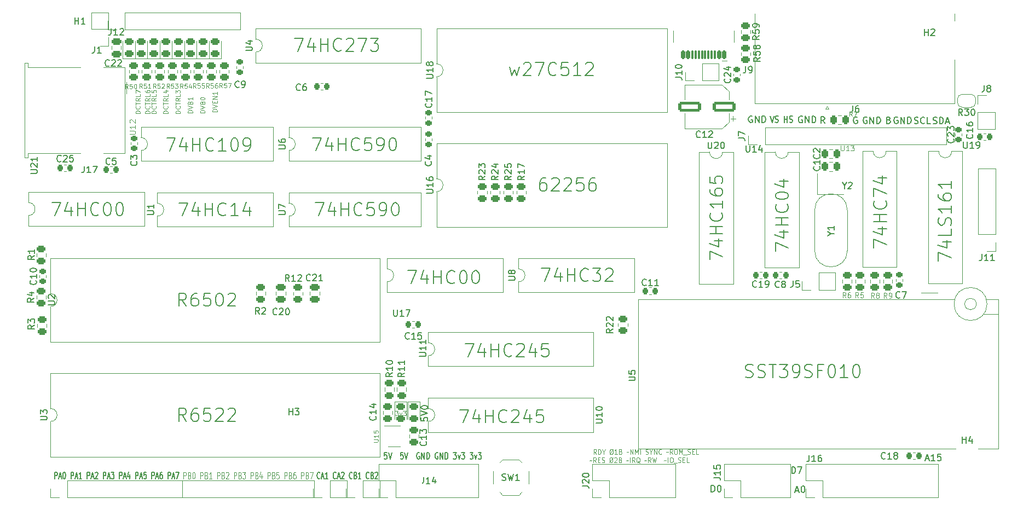
<source format=gbr>
%TF.GenerationSoftware,KiCad,Pcbnew,8.0.6*%
%TF.CreationDate,2025-06-27T07:10:50+02:00*%
%TF.ProjectId,6502,36353032-2e6b-4696-9361-645f70636258,1*%
%TF.SameCoordinates,Original*%
%TF.FileFunction,Legend,Top*%
%TF.FilePolarity,Positive*%
%FSLAX46Y46*%
G04 Gerber Fmt 4.6, Leading zero omitted, Abs format (unit mm)*
G04 Created by KiCad (PCBNEW 8.0.6) date 2025-06-27 07:10:50*
%MOMM*%
%LPD*%
G01*
G04 APERTURE LIST*
G04 Aperture macros list*
%AMRoundRect*
0 Rectangle with rounded corners*
0 $1 Rounding radius*
0 $2 $3 $4 $5 $6 $7 $8 $9 X,Y pos of 4 corners*
0 Add a 4 corners polygon primitive as box body*
4,1,4,$2,$3,$4,$5,$6,$7,$8,$9,$2,$3,0*
0 Add four circle primitives for the rounded corners*
1,1,$1+$1,$2,$3*
1,1,$1+$1,$4,$5*
1,1,$1+$1,$6,$7*
1,1,$1+$1,$8,$9*
0 Add four rect primitives between the rounded corners*
20,1,$1+$1,$2,$3,$4,$5,0*
20,1,$1+$1,$4,$5,$6,$7,0*
20,1,$1+$1,$6,$7,$8,$9,0*
20,1,$1+$1,$8,$9,$2,$3,0*%
%AMFreePoly0*
4,1,19,0.500000,-0.750000,0.000000,-0.750000,0.000000,-0.744911,-0.071157,-0.744911,-0.207708,-0.704816,-0.327430,-0.627875,-0.420627,-0.520320,-0.479746,-0.390866,-0.500000,-0.250000,-0.500000,0.250000,-0.479746,0.390866,-0.420627,0.520320,-0.327430,0.627875,-0.207708,0.704816,-0.071157,0.744911,0.000000,0.744911,0.000000,0.750000,0.500000,0.750000,0.500000,-0.750000,0.500000,-0.750000,
$1*%
%AMFreePoly1*
4,1,19,0.000000,0.744911,0.071157,0.744911,0.207708,0.704816,0.327430,0.627875,0.420627,0.520320,0.479746,0.390866,0.500000,0.250000,0.500000,-0.250000,0.479746,-0.390866,0.420627,-0.520320,0.327430,-0.627875,0.207708,-0.704816,0.071157,-0.744911,0.000000,-0.744911,0.000000,-0.750000,-0.500000,-0.750000,-0.500000,0.750000,0.000000,0.750000,0.000000,0.744911,0.000000,0.744911,
$1*%
G04 Aperture macros list end*
%ADD10C,0.120000*%
%ADD11C,0.150000*%
%ADD12C,0.100000*%
%ADD13C,0.140000*%
%ADD14C,0.200000*%
%ADD15RoundRect,0.218750X-0.256250X0.218750X-0.256250X-0.218750X0.256250X-0.218750X0.256250X0.218750X0*%
%ADD16RoundRect,0.218750X0.256250X-0.218750X0.256250X0.218750X-0.256250X0.218750X-0.256250X-0.218750X0*%
%ADD17R,1.700000X1.700000*%
%ADD18O,1.700000X1.700000*%
%ADD19RoundRect,0.243750X0.456250X-0.243750X0.456250X0.243750X-0.456250X0.243750X-0.456250X-0.243750X0*%
%ADD20R,1.700000X1.000000*%
%ADD21R,1.600000X1.600000*%
%ADD22O,1.600000X1.600000*%
%ADD23RoundRect,0.243750X-0.456250X0.243750X-0.456250X-0.243750X0.456250X-0.243750X0.456250X0.243750X0*%
%ADD24RoundRect,0.218750X-0.218750X-0.256250X0.218750X-0.256250X0.218750X0.256250X-0.218750X0.256250X0*%
%ADD25R,1.060000X0.650000*%
%ADD26RoundRect,0.218750X0.218750X0.256250X-0.218750X0.256250X-0.218750X-0.256250X0.218750X-0.256250X0*%
%ADD27R,1.500000X1.600000*%
%ADD28C,1.600000*%
%ADD29C,3.000000*%
%ADD30RoundRect,0.250000X0.450000X-0.262500X0.450000X0.262500X-0.450000X0.262500X-0.450000X-0.262500X0*%
%ADD31R,1.440000X2.000000*%
%ADD32O,1.440000X2.000000*%
%ADD33RoundRect,0.250000X0.475000X-0.250000X0.475000X0.250000X-0.475000X0.250000X-0.475000X-0.250000X0*%
%ADD34C,1.500000*%
%ADD35RoundRect,0.243750X-0.243750X-0.456250X0.243750X-0.456250X0.243750X0.456250X-0.243750X0.456250X0*%
%ADD36RoundRect,0.250000X1.500000X0.550000X-1.500000X0.550000X-1.500000X-0.550000X1.500000X-0.550000X0*%
%ADD37C,0.650000*%
%ADD38RoundRect,0.150000X0.150000X0.500000X-0.150000X0.500000X-0.150000X-0.500000X0.150000X-0.500000X0*%
%ADD39RoundRect,0.075000X0.075000X0.575000X-0.075000X0.575000X-0.075000X-0.575000X0.075000X-0.575000X0*%
%ADD40O,1.000000X2.100000*%
%ADD41O,1.000000X1.600000*%
%ADD42RoundRect,0.243750X0.243750X0.456250X-0.243750X0.456250X-0.243750X-0.456250X0.243750X-0.456250X0*%
%ADD43C,4.000000*%
%ADD44RoundRect,0.250000X-0.450000X0.262500X-0.450000X-0.262500X0.450000X-0.262500X0.450000X0.262500X0*%
%ADD45R,1.400000X1.200000*%
%ADD46FreePoly0,180.000000*%
%ADD47FreePoly1,180.000000*%
%ADD48C,7.000000*%
%ADD49RoundRect,0.225000X-0.225000X-0.250000X0.225000X-0.250000X0.225000X0.250000X-0.225000X0.250000X0*%
%ADD50RoundRect,0.250000X-0.475000X0.250000X-0.475000X-0.250000X0.475000X-0.250000X0.475000X0.250000X0*%
%ADD51RoundRect,0.225000X0.250000X-0.225000X0.250000X0.225000X-0.250000X0.225000X-0.250000X-0.225000X0*%
G04 APERTURE END LIST*
D10*
X96365923Y-128115923D02*
X96365923Y-130655923D01*
D11*
X184504018Y-71738361D02*
X184408780Y-71690742D01*
X184408780Y-71690742D02*
X184265923Y-71690742D01*
X184265923Y-71690742D02*
X184123066Y-71738361D01*
X184123066Y-71738361D02*
X184027828Y-71833599D01*
X184027828Y-71833599D02*
X183980209Y-71928837D01*
X183980209Y-71928837D02*
X183932590Y-72119313D01*
X183932590Y-72119313D02*
X183932590Y-72262170D01*
X183932590Y-72262170D02*
X183980209Y-72452646D01*
X183980209Y-72452646D02*
X184027828Y-72547884D01*
X184027828Y-72547884D02*
X184123066Y-72643123D01*
X184123066Y-72643123D02*
X184265923Y-72690742D01*
X184265923Y-72690742D02*
X184361161Y-72690742D01*
X184361161Y-72690742D02*
X184504018Y-72643123D01*
X184504018Y-72643123D02*
X184551637Y-72595503D01*
X184551637Y-72595503D02*
X184551637Y-72262170D01*
X184551637Y-72262170D02*
X184361161Y-72262170D01*
X184980209Y-72690742D02*
X184980209Y-71690742D01*
X184980209Y-71690742D02*
X185551637Y-72690742D01*
X185551637Y-72690742D02*
X185551637Y-71690742D01*
X186027828Y-72690742D02*
X186027828Y-71690742D01*
X186027828Y-71690742D02*
X186265923Y-71690742D01*
X186265923Y-71690742D02*
X186408780Y-71738361D01*
X186408780Y-71738361D02*
X186504018Y-71833599D01*
X186504018Y-71833599D02*
X186551637Y-71928837D01*
X186551637Y-71928837D02*
X186599256Y-72119313D01*
X186599256Y-72119313D02*
X186599256Y-72262170D01*
X186599256Y-72262170D02*
X186551637Y-72452646D01*
X186551637Y-72452646D02*
X186504018Y-72547884D01*
X186504018Y-72547884D02*
X186408780Y-72643123D01*
X186408780Y-72643123D02*
X186265923Y-72690742D01*
X186265923Y-72690742D02*
X186027828Y-72690742D01*
X192252695Y-71790838D02*
X192157457Y-71743219D01*
X192157457Y-71743219D02*
X192014600Y-71743219D01*
X192014600Y-71743219D02*
X191871743Y-71790838D01*
X191871743Y-71790838D02*
X191776505Y-71886076D01*
X191776505Y-71886076D02*
X191728886Y-71981314D01*
X191728886Y-71981314D02*
X191681267Y-72171790D01*
X191681267Y-72171790D02*
X191681267Y-72314647D01*
X191681267Y-72314647D02*
X191728886Y-72505123D01*
X191728886Y-72505123D02*
X191776505Y-72600361D01*
X191776505Y-72600361D02*
X191871743Y-72695600D01*
X191871743Y-72695600D02*
X192014600Y-72743219D01*
X192014600Y-72743219D02*
X192109838Y-72743219D01*
X192109838Y-72743219D02*
X192252695Y-72695600D01*
X192252695Y-72695600D02*
X192300314Y-72647980D01*
X192300314Y-72647980D02*
X192300314Y-72314647D01*
X192300314Y-72314647D02*
X192109838Y-72314647D01*
X192728886Y-72743219D02*
X192728886Y-71743219D01*
X192728886Y-71743219D02*
X193300314Y-72743219D01*
X193300314Y-72743219D02*
X193300314Y-71743219D01*
X193776505Y-72743219D02*
X193776505Y-71743219D01*
X193776505Y-71743219D02*
X194014600Y-71743219D01*
X194014600Y-71743219D02*
X194157457Y-71790838D01*
X194157457Y-71790838D02*
X194252695Y-71886076D01*
X194252695Y-71886076D02*
X194300314Y-71981314D01*
X194300314Y-71981314D02*
X194347933Y-72171790D01*
X194347933Y-72171790D02*
X194347933Y-72314647D01*
X194347933Y-72314647D02*
X194300314Y-72505123D01*
X194300314Y-72505123D02*
X194252695Y-72600361D01*
X194252695Y-72600361D02*
X194157457Y-72695600D01*
X194157457Y-72695600D02*
X194014600Y-72743219D01*
X194014600Y-72743219D02*
X193776505Y-72743219D01*
X202260295Y-71892438D02*
X202165057Y-71844819D01*
X202165057Y-71844819D02*
X202022200Y-71844819D01*
X202022200Y-71844819D02*
X201879343Y-71892438D01*
X201879343Y-71892438D02*
X201784105Y-71987676D01*
X201784105Y-71987676D02*
X201736486Y-72082914D01*
X201736486Y-72082914D02*
X201688867Y-72273390D01*
X201688867Y-72273390D02*
X201688867Y-72416247D01*
X201688867Y-72416247D02*
X201736486Y-72606723D01*
X201736486Y-72606723D02*
X201784105Y-72701961D01*
X201784105Y-72701961D02*
X201879343Y-72797200D01*
X201879343Y-72797200D02*
X202022200Y-72844819D01*
X202022200Y-72844819D02*
X202117438Y-72844819D01*
X202117438Y-72844819D02*
X202260295Y-72797200D01*
X202260295Y-72797200D02*
X202307914Y-72749580D01*
X202307914Y-72749580D02*
X202307914Y-72416247D01*
X202307914Y-72416247D02*
X202117438Y-72416247D01*
X202736486Y-72844819D02*
X202736486Y-71844819D01*
X202736486Y-71844819D02*
X203307914Y-72844819D01*
X203307914Y-72844819D02*
X203307914Y-71844819D01*
X203784105Y-72844819D02*
X203784105Y-71844819D01*
X203784105Y-71844819D02*
X204022200Y-71844819D01*
X204022200Y-71844819D02*
X204165057Y-71892438D01*
X204165057Y-71892438D02*
X204260295Y-71987676D01*
X204260295Y-71987676D02*
X204307914Y-72082914D01*
X204307914Y-72082914D02*
X204355533Y-72273390D01*
X204355533Y-72273390D02*
X204355533Y-72416247D01*
X204355533Y-72416247D02*
X204307914Y-72606723D01*
X204307914Y-72606723D02*
X204260295Y-72701961D01*
X204260295Y-72701961D02*
X204165057Y-72797200D01*
X204165057Y-72797200D02*
X204022200Y-72844819D01*
X204022200Y-72844819D02*
X203784105Y-72844819D01*
X207010095Y-71892438D02*
X206914857Y-71844819D01*
X206914857Y-71844819D02*
X206772000Y-71844819D01*
X206772000Y-71844819D02*
X206629143Y-71892438D01*
X206629143Y-71892438D02*
X206533905Y-71987676D01*
X206533905Y-71987676D02*
X206486286Y-72082914D01*
X206486286Y-72082914D02*
X206438667Y-72273390D01*
X206438667Y-72273390D02*
X206438667Y-72416247D01*
X206438667Y-72416247D02*
X206486286Y-72606723D01*
X206486286Y-72606723D02*
X206533905Y-72701961D01*
X206533905Y-72701961D02*
X206629143Y-72797200D01*
X206629143Y-72797200D02*
X206772000Y-72844819D01*
X206772000Y-72844819D02*
X206867238Y-72844819D01*
X206867238Y-72844819D02*
X207010095Y-72797200D01*
X207010095Y-72797200D02*
X207057714Y-72749580D01*
X207057714Y-72749580D02*
X207057714Y-72416247D01*
X207057714Y-72416247D02*
X206867238Y-72416247D01*
X207486286Y-72844819D02*
X207486286Y-71844819D01*
X207486286Y-71844819D02*
X208057714Y-72844819D01*
X208057714Y-72844819D02*
X208057714Y-71844819D01*
X208533905Y-72844819D02*
X208533905Y-71844819D01*
X208533905Y-71844819D02*
X208772000Y-71844819D01*
X208772000Y-71844819D02*
X208914857Y-71892438D01*
X208914857Y-71892438D02*
X209010095Y-71987676D01*
X209010095Y-71987676D02*
X209057714Y-72082914D01*
X209057714Y-72082914D02*
X209105333Y-72273390D01*
X209105333Y-72273390D02*
X209105333Y-72416247D01*
X209105333Y-72416247D02*
X209057714Y-72606723D01*
X209057714Y-72606723D02*
X209010095Y-72701961D01*
X209010095Y-72701961D02*
X208914857Y-72797200D01*
X208914857Y-72797200D02*
X208772000Y-72844819D01*
X208772000Y-72844819D02*
X208533905Y-72844819D01*
X187323542Y-71690742D02*
X187590209Y-72690742D01*
X187590209Y-72690742D02*
X187856875Y-71690742D01*
X188085446Y-72643123D02*
X188199732Y-72690742D01*
X188199732Y-72690742D02*
X188390208Y-72690742D01*
X188390208Y-72690742D02*
X188466399Y-72643123D01*
X188466399Y-72643123D02*
X188504494Y-72595503D01*
X188504494Y-72595503D02*
X188542589Y-72500265D01*
X188542589Y-72500265D02*
X188542589Y-72405027D01*
X188542589Y-72405027D02*
X188504494Y-72309789D01*
X188504494Y-72309789D02*
X188466399Y-72262170D01*
X188466399Y-72262170D02*
X188390208Y-72214551D01*
X188390208Y-72214551D02*
X188237827Y-72166932D01*
X188237827Y-72166932D02*
X188161637Y-72119313D01*
X188161637Y-72119313D02*
X188123542Y-72071694D01*
X188123542Y-72071694D02*
X188085446Y-71976456D01*
X188085446Y-71976456D02*
X188085446Y-71881218D01*
X188085446Y-71881218D02*
X188123542Y-71785980D01*
X188123542Y-71785980D02*
X188161637Y-71738361D01*
X188161637Y-71738361D02*
X188237827Y-71690742D01*
X188237827Y-71690742D02*
X188428304Y-71690742D01*
X188428304Y-71690742D02*
X188542589Y-71738361D01*
X189494971Y-72690742D02*
X189494971Y-71690742D01*
X189494971Y-72166932D02*
X189952114Y-72166932D01*
X189952114Y-72690742D02*
X189952114Y-71690742D01*
X190294970Y-72643123D02*
X190409256Y-72690742D01*
X190409256Y-72690742D02*
X190599732Y-72690742D01*
X190599732Y-72690742D02*
X190675923Y-72643123D01*
X190675923Y-72643123D02*
X190714018Y-72595503D01*
X190714018Y-72595503D02*
X190752113Y-72500265D01*
X190752113Y-72500265D02*
X190752113Y-72405027D01*
X190752113Y-72405027D02*
X190714018Y-72309789D01*
X190714018Y-72309789D02*
X190675923Y-72262170D01*
X190675923Y-72262170D02*
X190599732Y-72214551D01*
X190599732Y-72214551D02*
X190447351Y-72166932D01*
X190447351Y-72166932D02*
X190371161Y-72119313D01*
X190371161Y-72119313D02*
X190333066Y-72071694D01*
X190333066Y-72071694D02*
X190294970Y-71976456D01*
X190294970Y-71976456D02*
X190294970Y-71881218D01*
X190294970Y-71881218D02*
X190333066Y-71785980D01*
X190333066Y-71785980D02*
X190371161Y-71738361D01*
X190371161Y-71738361D02*
X190447351Y-71690742D01*
X190447351Y-71690742D02*
X190637828Y-71690742D01*
X190637828Y-71690742D02*
X190752113Y-71738361D01*
X195711723Y-72819419D02*
X195378390Y-72343228D01*
X195140295Y-72819419D02*
X195140295Y-71819419D01*
X195140295Y-71819419D02*
X195521247Y-71819419D01*
X195521247Y-71819419D02*
X195616485Y-71867038D01*
X195616485Y-71867038D02*
X195664104Y-71914657D01*
X195664104Y-71914657D02*
X195711723Y-72009895D01*
X195711723Y-72009895D02*
X195711723Y-72152752D01*
X195711723Y-72152752D02*
X195664104Y-72247990D01*
X195664104Y-72247990D02*
X195616485Y-72295609D01*
X195616485Y-72295609D02*
X195521247Y-72343228D01*
X195521247Y-72343228D02*
X195140295Y-72343228D01*
X200744104Y-71892438D02*
X200648866Y-71844819D01*
X200648866Y-71844819D02*
X200506009Y-71844819D01*
X200506009Y-71844819D02*
X200363152Y-71892438D01*
X200363152Y-71892438D02*
X200267914Y-71987676D01*
X200267914Y-71987676D02*
X200220295Y-72082914D01*
X200220295Y-72082914D02*
X200172676Y-72273390D01*
X200172676Y-72273390D02*
X200172676Y-72416247D01*
X200172676Y-72416247D02*
X200220295Y-72606723D01*
X200220295Y-72606723D02*
X200267914Y-72701961D01*
X200267914Y-72701961D02*
X200363152Y-72797200D01*
X200363152Y-72797200D02*
X200506009Y-72844819D01*
X200506009Y-72844819D02*
X200601247Y-72844819D01*
X200601247Y-72844819D02*
X200744104Y-72797200D01*
X200744104Y-72797200D02*
X200791723Y-72749580D01*
X200791723Y-72749580D02*
X200791723Y-72416247D01*
X200791723Y-72416247D02*
X200601247Y-72416247D01*
X205633628Y-72321009D02*
X205776485Y-72368628D01*
X205776485Y-72368628D02*
X205824104Y-72416247D01*
X205824104Y-72416247D02*
X205871723Y-72511485D01*
X205871723Y-72511485D02*
X205871723Y-72654342D01*
X205871723Y-72654342D02*
X205824104Y-72749580D01*
X205824104Y-72749580D02*
X205776485Y-72797200D01*
X205776485Y-72797200D02*
X205681247Y-72844819D01*
X205681247Y-72844819D02*
X205300295Y-72844819D01*
X205300295Y-72844819D02*
X205300295Y-71844819D01*
X205300295Y-71844819D02*
X205633628Y-71844819D01*
X205633628Y-71844819D02*
X205728866Y-71892438D01*
X205728866Y-71892438D02*
X205776485Y-71940057D01*
X205776485Y-71940057D02*
X205824104Y-72035295D01*
X205824104Y-72035295D02*
X205824104Y-72130533D01*
X205824104Y-72130533D02*
X205776485Y-72225771D01*
X205776485Y-72225771D02*
X205728866Y-72273390D01*
X205728866Y-72273390D02*
X205633628Y-72321009D01*
X205633628Y-72321009D02*
X205300295Y-72321009D01*
X191231837Y-129656627D02*
X191708027Y-129656627D01*
X191136599Y-129942342D02*
X191469932Y-128942342D01*
X191469932Y-128942342D02*
X191803265Y-129942342D01*
X192327075Y-128942342D02*
X192422313Y-128942342D01*
X192422313Y-128942342D02*
X192517551Y-128989961D01*
X192517551Y-128989961D02*
X192565170Y-129037580D01*
X192565170Y-129037580D02*
X192612789Y-129132818D01*
X192612789Y-129132818D02*
X192660408Y-129323294D01*
X192660408Y-129323294D02*
X192660408Y-129561389D01*
X192660408Y-129561389D02*
X192612789Y-129751865D01*
X192612789Y-129751865D02*
X192565170Y-129847103D01*
X192565170Y-129847103D02*
X192517551Y-129894723D01*
X192517551Y-129894723D02*
X192422313Y-129942342D01*
X192422313Y-129942342D02*
X192327075Y-129942342D01*
X192327075Y-129942342D02*
X192231837Y-129894723D01*
X192231837Y-129894723D02*
X192184218Y-129847103D01*
X192184218Y-129847103D02*
X192136599Y-129751865D01*
X192136599Y-129751865D02*
X192088980Y-129561389D01*
X192088980Y-129561389D02*
X192088980Y-129323294D01*
X192088980Y-129323294D02*
X192136599Y-129132818D01*
X192136599Y-129132818D02*
X192184218Y-129037580D01*
X192184218Y-129037580D02*
X192231837Y-128989961D01*
X192231837Y-128989961D02*
X192327075Y-128942342D01*
X117626256Y-127713503D02*
X117592923Y-127761123D01*
X117592923Y-127761123D02*
X117492923Y-127808742D01*
X117492923Y-127808742D02*
X117426256Y-127808742D01*
X117426256Y-127808742D02*
X117326256Y-127761123D01*
X117326256Y-127761123D02*
X117259590Y-127665884D01*
X117259590Y-127665884D02*
X117226256Y-127570646D01*
X117226256Y-127570646D02*
X117192923Y-127380170D01*
X117192923Y-127380170D02*
X117192923Y-127237313D01*
X117192923Y-127237313D02*
X117226256Y-127046837D01*
X117226256Y-127046837D02*
X117259590Y-126951599D01*
X117259590Y-126951599D02*
X117326256Y-126856361D01*
X117326256Y-126856361D02*
X117426256Y-126808742D01*
X117426256Y-126808742D02*
X117492923Y-126808742D01*
X117492923Y-126808742D02*
X117592923Y-126856361D01*
X117592923Y-126856361D02*
X117626256Y-126903980D01*
X117892923Y-127523027D02*
X118226256Y-127523027D01*
X117826256Y-127808742D02*
X118059590Y-126808742D01*
X118059590Y-126808742D02*
X118292923Y-127808742D01*
X118892923Y-127808742D02*
X118492923Y-127808742D01*
X118692923Y-127808742D02*
X118692923Y-126808742D01*
X118692923Y-126808742D02*
X118626256Y-126951599D01*
X118626256Y-126951599D02*
X118559590Y-127046837D01*
X118559590Y-127046837D02*
X118492923Y-127094456D01*
X120126256Y-127713503D02*
X120092923Y-127761123D01*
X120092923Y-127761123D02*
X119992923Y-127808742D01*
X119992923Y-127808742D02*
X119926256Y-127808742D01*
X119926256Y-127808742D02*
X119826256Y-127761123D01*
X119826256Y-127761123D02*
X119759590Y-127665884D01*
X119759590Y-127665884D02*
X119726256Y-127570646D01*
X119726256Y-127570646D02*
X119692923Y-127380170D01*
X119692923Y-127380170D02*
X119692923Y-127237313D01*
X119692923Y-127237313D02*
X119726256Y-127046837D01*
X119726256Y-127046837D02*
X119759590Y-126951599D01*
X119759590Y-126951599D02*
X119826256Y-126856361D01*
X119826256Y-126856361D02*
X119926256Y-126808742D01*
X119926256Y-126808742D02*
X119992923Y-126808742D01*
X119992923Y-126808742D02*
X120092923Y-126856361D01*
X120092923Y-126856361D02*
X120126256Y-126903980D01*
X120392923Y-127523027D02*
X120726256Y-127523027D01*
X120326256Y-127808742D02*
X120559590Y-126808742D01*
X120559590Y-126808742D02*
X120792923Y-127808742D01*
X120992923Y-126903980D02*
X121026256Y-126856361D01*
X121026256Y-126856361D02*
X121092923Y-126808742D01*
X121092923Y-126808742D02*
X121259590Y-126808742D01*
X121259590Y-126808742D02*
X121326256Y-126856361D01*
X121326256Y-126856361D02*
X121359590Y-126903980D01*
X121359590Y-126903980D02*
X121392923Y-126999218D01*
X121392923Y-126999218D02*
X121392923Y-127094456D01*
X121392923Y-127094456D02*
X121359590Y-127237313D01*
X121359590Y-127237313D02*
X120959590Y-127808742D01*
X120959590Y-127808742D02*
X121392923Y-127808742D01*
X122626256Y-127713503D02*
X122592923Y-127761123D01*
X122592923Y-127761123D02*
X122492923Y-127808742D01*
X122492923Y-127808742D02*
X122426256Y-127808742D01*
X122426256Y-127808742D02*
X122326256Y-127761123D01*
X122326256Y-127761123D02*
X122259590Y-127665884D01*
X122259590Y-127665884D02*
X122226256Y-127570646D01*
X122226256Y-127570646D02*
X122192923Y-127380170D01*
X122192923Y-127380170D02*
X122192923Y-127237313D01*
X122192923Y-127237313D02*
X122226256Y-127046837D01*
X122226256Y-127046837D02*
X122259590Y-126951599D01*
X122259590Y-126951599D02*
X122326256Y-126856361D01*
X122326256Y-126856361D02*
X122426256Y-126808742D01*
X122426256Y-126808742D02*
X122492923Y-126808742D01*
X122492923Y-126808742D02*
X122592923Y-126856361D01*
X122592923Y-126856361D02*
X122626256Y-126903980D01*
X123159590Y-127284932D02*
X123259590Y-127332551D01*
X123259590Y-127332551D02*
X123292923Y-127380170D01*
X123292923Y-127380170D02*
X123326256Y-127475408D01*
X123326256Y-127475408D02*
X123326256Y-127618265D01*
X123326256Y-127618265D02*
X123292923Y-127713503D01*
X123292923Y-127713503D02*
X123259590Y-127761123D01*
X123259590Y-127761123D02*
X123192923Y-127808742D01*
X123192923Y-127808742D02*
X122926256Y-127808742D01*
X122926256Y-127808742D02*
X122926256Y-126808742D01*
X122926256Y-126808742D02*
X123159590Y-126808742D01*
X123159590Y-126808742D02*
X123226256Y-126856361D01*
X123226256Y-126856361D02*
X123259590Y-126903980D01*
X123259590Y-126903980D02*
X123292923Y-126999218D01*
X123292923Y-126999218D02*
X123292923Y-127094456D01*
X123292923Y-127094456D02*
X123259590Y-127189694D01*
X123259590Y-127189694D02*
X123226256Y-127237313D01*
X123226256Y-127237313D02*
X123159590Y-127284932D01*
X123159590Y-127284932D02*
X122926256Y-127284932D01*
X123992923Y-127808742D02*
X123592923Y-127808742D01*
X123792923Y-127808742D02*
X123792923Y-126808742D01*
X123792923Y-126808742D02*
X123726256Y-126951599D01*
X123726256Y-126951599D02*
X123659590Y-127046837D01*
X123659590Y-127046837D02*
X123592923Y-127094456D01*
X125226256Y-127713503D02*
X125192923Y-127761123D01*
X125192923Y-127761123D02*
X125092923Y-127808742D01*
X125092923Y-127808742D02*
X125026256Y-127808742D01*
X125026256Y-127808742D02*
X124926256Y-127761123D01*
X124926256Y-127761123D02*
X124859590Y-127665884D01*
X124859590Y-127665884D02*
X124826256Y-127570646D01*
X124826256Y-127570646D02*
X124792923Y-127380170D01*
X124792923Y-127380170D02*
X124792923Y-127237313D01*
X124792923Y-127237313D02*
X124826256Y-127046837D01*
X124826256Y-127046837D02*
X124859590Y-126951599D01*
X124859590Y-126951599D02*
X124926256Y-126856361D01*
X124926256Y-126856361D02*
X125026256Y-126808742D01*
X125026256Y-126808742D02*
X125092923Y-126808742D01*
X125092923Y-126808742D02*
X125192923Y-126856361D01*
X125192923Y-126856361D02*
X125226256Y-126903980D01*
X125759590Y-127284932D02*
X125859590Y-127332551D01*
X125859590Y-127332551D02*
X125892923Y-127380170D01*
X125892923Y-127380170D02*
X125926256Y-127475408D01*
X125926256Y-127475408D02*
X125926256Y-127618265D01*
X125926256Y-127618265D02*
X125892923Y-127713503D01*
X125892923Y-127713503D02*
X125859590Y-127761123D01*
X125859590Y-127761123D02*
X125792923Y-127808742D01*
X125792923Y-127808742D02*
X125526256Y-127808742D01*
X125526256Y-127808742D02*
X125526256Y-126808742D01*
X125526256Y-126808742D02*
X125759590Y-126808742D01*
X125759590Y-126808742D02*
X125826256Y-126856361D01*
X125826256Y-126856361D02*
X125859590Y-126903980D01*
X125859590Y-126903980D02*
X125892923Y-126999218D01*
X125892923Y-126999218D02*
X125892923Y-127094456D01*
X125892923Y-127094456D02*
X125859590Y-127189694D01*
X125859590Y-127189694D02*
X125826256Y-127237313D01*
X125826256Y-127237313D02*
X125759590Y-127284932D01*
X125759590Y-127284932D02*
X125526256Y-127284932D01*
X126192923Y-126903980D02*
X126226256Y-126856361D01*
X126226256Y-126856361D02*
X126292923Y-126808742D01*
X126292923Y-126808742D02*
X126459590Y-126808742D01*
X126459590Y-126808742D02*
X126526256Y-126856361D01*
X126526256Y-126856361D02*
X126559590Y-126903980D01*
X126559590Y-126903980D02*
X126592923Y-126999218D01*
X126592923Y-126999218D02*
X126592923Y-127094456D01*
X126592923Y-127094456D02*
X126559590Y-127237313D01*
X126559590Y-127237313D02*
X126159590Y-127808742D01*
X126159590Y-127808742D02*
X126592923Y-127808742D01*
D10*
X96559256Y-127810302D02*
X96559256Y-126810302D01*
X96559256Y-126810302D02*
X96825923Y-126810302D01*
X96825923Y-126810302D02*
X96892590Y-126857921D01*
X96892590Y-126857921D02*
X96925923Y-126905540D01*
X96925923Y-126905540D02*
X96959256Y-127000778D01*
X96959256Y-127000778D02*
X96959256Y-127143635D01*
X96959256Y-127143635D02*
X96925923Y-127238873D01*
X96925923Y-127238873D02*
X96892590Y-127286492D01*
X96892590Y-127286492D02*
X96825923Y-127334111D01*
X96825923Y-127334111D02*
X96559256Y-127334111D01*
X97492590Y-127286492D02*
X97592590Y-127334111D01*
X97592590Y-127334111D02*
X97625923Y-127381730D01*
X97625923Y-127381730D02*
X97659256Y-127476968D01*
X97659256Y-127476968D02*
X97659256Y-127619825D01*
X97659256Y-127619825D02*
X97625923Y-127715063D01*
X97625923Y-127715063D02*
X97592590Y-127762683D01*
X97592590Y-127762683D02*
X97525923Y-127810302D01*
X97525923Y-127810302D02*
X97259256Y-127810302D01*
X97259256Y-127810302D02*
X97259256Y-126810302D01*
X97259256Y-126810302D02*
X97492590Y-126810302D01*
X97492590Y-126810302D02*
X97559256Y-126857921D01*
X97559256Y-126857921D02*
X97592590Y-126905540D01*
X97592590Y-126905540D02*
X97625923Y-127000778D01*
X97625923Y-127000778D02*
X97625923Y-127096016D01*
X97625923Y-127096016D02*
X97592590Y-127191254D01*
X97592590Y-127191254D02*
X97559256Y-127238873D01*
X97559256Y-127238873D02*
X97492590Y-127286492D01*
X97492590Y-127286492D02*
X97259256Y-127286492D01*
X98092590Y-126810302D02*
X98159256Y-126810302D01*
X98159256Y-126810302D02*
X98225923Y-126857921D01*
X98225923Y-126857921D02*
X98259256Y-126905540D01*
X98259256Y-126905540D02*
X98292590Y-127000778D01*
X98292590Y-127000778D02*
X98325923Y-127191254D01*
X98325923Y-127191254D02*
X98325923Y-127429349D01*
X98325923Y-127429349D02*
X98292590Y-127619825D01*
X98292590Y-127619825D02*
X98259256Y-127715063D01*
X98259256Y-127715063D02*
X98225923Y-127762683D01*
X98225923Y-127762683D02*
X98159256Y-127810302D01*
X98159256Y-127810302D02*
X98092590Y-127810302D01*
X98092590Y-127810302D02*
X98025923Y-127762683D01*
X98025923Y-127762683D02*
X97992590Y-127715063D01*
X97992590Y-127715063D02*
X97959256Y-127619825D01*
X97959256Y-127619825D02*
X97925923Y-127429349D01*
X97925923Y-127429349D02*
X97925923Y-127191254D01*
X97925923Y-127191254D02*
X97959256Y-127000778D01*
X97959256Y-127000778D02*
X97992590Y-126905540D01*
X97992590Y-126905540D02*
X98025923Y-126857921D01*
X98025923Y-126857921D02*
X98092590Y-126810302D01*
X99159256Y-127810302D02*
X99159256Y-126810302D01*
X99159256Y-126810302D02*
X99425923Y-126810302D01*
X99425923Y-126810302D02*
X99492590Y-126857921D01*
X99492590Y-126857921D02*
X99525923Y-126905540D01*
X99525923Y-126905540D02*
X99559256Y-127000778D01*
X99559256Y-127000778D02*
X99559256Y-127143635D01*
X99559256Y-127143635D02*
X99525923Y-127238873D01*
X99525923Y-127238873D02*
X99492590Y-127286492D01*
X99492590Y-127286492D02*
X99425923Y-127334111D01*
X99425923Y-127334111D02*
X99159256Y-127334111D01*
X100092590Y-127286492D02*
X100192590Y-127334111D01*
X100192590Y-127334111D02*
X100225923Y-127381730D01*
X100225923Y-127381730D02*
X100259256Y-127476968D01*
X100259256Y-127476968D02*
X100259256Y-127619825D01*
X100259256Y-127619825D02*
X100225923Y-127715063D01*
X100225923Y-127715063D02*
X100192590Y-127762683D01*
X100192590Y-127762683D02*
X100125923Y-127810302D01*
X100125923Y-127810302D02*
X99859256Y-127810302D01*
X99859256Y-127810302D02*
X99859256Y-126810302D01*
X99859256Y-126810302D02*
X100092590Y-126810302D01*
X100092590Y-126810302D02*
X100159256Y-126857921D01*
X100159256Y-126857921D02*
X100192590Y-126905540D01*
X100192590Y-126905540D02*
X100225923Y-127000778D01*
X100225923Y-127000778D02*
X100225923Y-127096016D01*
X100225923Y-127096016D02*
X100192590Y-127191254D01*
X100192590Y-127191254D02*
X100159256Y-127238873D01*
X100159256Y-127238873D02*
X100092590Y-127286492D01*
X100092590Y-127286492D02*
X99859256Y-127286492D01*
X100925923Y-127810302D02*
X100525923Y-127810302D01*
X100725923Y-127810302D02*
X100725923Y-126810302D01*
X100725923Y-126810302D02*
X100659256Y-126953159D01*
X100659256Y-126953159D02*
X100592590Y-127048397D01*
X100592590Y-127048397D02*
X100525923Y-127096016D01*
X101759256Y-127810302D02*
X101759256Y-126810302D01*
X101759256Y-126810302D02*
X102025923Y-126810302D01*
X102025923Y-126810302D02*
X102092590Y-126857921D01*
X102092590Y-126857921D02*
X102125923Y-126905540D01*
X102125923Y-126905540D02*
X102159256Y-127000778D01*
X102159256Y-127000778D02*
X102159256Y-127143635D01*
X102159256Y-127143635D02*
X102125923Y-127238873D01*
X102125923Y-127238873D02*
X102092590Y-127286492D01*
X102092590Y-127286492D02*
X102025923Y-127334111D01*
X102025923Y-127334111D02*
X101759256Y-127334111D01*
X102692590Y-127286492D02*
X102792590Y-127334111D01*
X102792590Y-127334111D02*
X102825923Y-127381730D01*
X102825923Y-127381730D02*
X102859256Y-127476968D01*
X102859256Y-127476968D02*
X102859256Y-127619825D01*
X102859256Y-127619825D02*
X102825923Y-127715063D01*
X102825923Y-127715063D02*
X102792590Y-127762683D01*
X102792590Y-127762683D02*
X102725923Y-127810302D01*
X102725923Y-127810302D02*
X102459256Y-127810302D01*
X102459256Y-127810302D02*
X102459256Y-126810302D01*
X102459256Y-126810302D02*
X102692590Y-126810302D01*
X102692590Y-126810302D02*
X102759256Y-126857921D01*
X102759256Y-126857921D02*
X102792590Y-126905540D01*
X102792590Y-126905540D02*
X102825923Y-127000778D01*
X102825923Y-127000778D02*
X102825923Y-127096016D01*
X102825923Y-127096016D02*
X102792590Y-127191254D01*
X102792590Y-127191254D02*
X102759256Y-127238873D01*
X102759256Y-127238873D02*
X102692590Y-127286492D01*
X102692590Y-127286492D02*
X102459256Y-127286492D01*
X103125923Y-126905540D02*
X103159256Y-126857921D01*
X103159256Y-126857921D02*
X103225923Y-126810302D01*
X103225923Y-126810302D02*
X103392590Y-126810302D01*
X103392590Y-126810302D02*
X103459256Y-126857921D01*
X103459256Y-126857921D02*
X103492590Y-126905540D01*
X103492590Y-126905540D02*
X103525923Y-127000778D01*
X103525923Y-127000778D02*
X103525923Y-127096016D01*
X103525923Y-127096016D02*
X103492590Y-127238873D01*
X103492590Y-127238873D02*
X103092590Y-127810302D01*
X103092590Y-127810302D02*
X103525923Y-127810302D01*
X104359256Y-127810302D02*
X104359256Y-126810302D01*
X104359256Y-126810302D02*
X104625923Y-126810302D01*
X104625923Y-126810302D02*
X104692590Y-126857921D01*
X104692590Y-126857921D02*
X104725923Y-126905540D01*
X104725923Y-126905540D02*
X104759256Y-127000778D01*
X104759256Y-127000778D02*
X104759256Y-127143635D01*
X104759256Y-127143635D02*
X104725923Y-127238873D01*
X104725923Y-127238873D02*
X104692590Y-127286492D01*
X104692590Y-127286492D02*
X104625923Y-127334111D01*
X104625923Y-127334111D02*
X104359256Y-127334111D01*
X105292590Y-127286492D02*
X105392590Y-127334111D01*
X105392590Y-127334111D02*
X105425923Y-127381730D01*
X105425923Y-127381730D02*
X105459256Y-127476968D01*
X105459256Y-127476968D02*
X105459256Y-127619825D01*
X105459256Y-127619825D02*
X105425923Y-127715063D01*
X105425923Y-127715063D02*
X105392590Y-127762683D01*
X105392590Y-127762683D02*
X105325923Y-127810302D01*
X105325923Y-127810302D02*
X105059256Y-127810302D01*
X105059256Y-127810302D02*
X105059256Y-126810302D01*
X105059256Y-126810302D02*
X105292590Y-126810302D01*
X105292590Y-126810302D02*
X105359256Y-126857921D01*
X105359256Y-126857921D02*
X105392590Y-126905540D01*
X105392590Y-126905540D02*
X105425923Y-127000778D01*
X105425923Y-127000778D02*
X105425923Y-127096016D01*
X105425923Y-127096016D02*
X105392590Y-127191254D01*
X105392590Y-127191254D02*
X105359256Y-127238873D01*
X105359256Y-127238873D02*
X105292590Y-127286492D01*
X105292590Y-127286492D02*
X105059256Y-127286492D01*
X105692590Y-126810302D02*
X106125923Y-126810302D01*
X106125923Y-126810302D02*
X105892590Y-127191254D01*
X105892590Y-127191254D02*
X105992590Y-127191254D01*
X105992590Y-127191254D02*
X106059256Y-127238873D01*
X106059256Y-127238873D02*
X106092590Y-127286492D01*
X106092590Y-127286492D02*
X106125923Y-127381730D01*
X106125923Y-127381730D02*
X106125923Y-127619825D01*
X106125923Y-127619825D02*
X106092590Y-127715063D01*
X106092590Y-127715063D02*
X106059256Y-127762683D01*
X106059256Y-127762683D02*
X105992590Y-127810302D01*
X105992590Y-127810302D02*
X105792590Y-127810302D01*
X105792590Y-127810302D02*
X105725923Y-127762683D01*
X105725923Y-127762683D02*
X105692590Y-127715063D01*
X106959256Y-127810302D02*
X106959256Y-126810302D01*
X106959256Y-126810302D02*
X107225923Y-126810302D01*
X107225923Y-126810302D02*
X107292590Y-126857921D01*
X107292590Y-126857921D02*
X107325923Y-126905540D01*
X107325923Y-126905540D02*
X107359256Y-127000778D01*
X107359256Y-127000778D02*
X107359256Y-127143635D01*
X107359256Y-127143635D02*
X107325923Y-127238873D01*
X107325923Y-127238873D02*
X107292590Y-127286492D01*
X107292590Y-127286492D02*
X107225923Y-127334111D01*
X107225923Y-127334111D02*
X106959256Y-127334111D01*
X107892590Y-127286492D02*
X107992590Y-127334111D01*
X107992590Y-127334111D02*
X108025923Y-127381730D01*
X108025923Y-127381730D02*
X108059256Y-127476968D01*
X108059256Y-127476968D02*
X108059256Y-127619825D01*
X108059256Y-127619825D02*
X108025923Y-127715063D01*
X108025923Y-127715063D02*
X107992590Y-127762683D01*
X107992590Y-127762683D02*
X107925923Y-127810302D01*
X107925923Y-127810302D02*
X107659256Y-127810302D01*
X107659256Y-127810302D02*
X107659256Y-126810302D01*
X107659256Y-126810302D02*
X107892590Y-126810302D01*
X107892590Y-126810302D02*
X107959256Y-126857921D01*
X107959256Y-126857921D02*
X107992590Y-126905540D01*
X107992590Y-126905540D02*
X108025923Y-127000778D01*
X108025923Y-127000778D02*
X108025923Y-127096016D01*
X108025923Y-127096016D02*
X107992590Y-127191254D01*
X107992590Y-127191254D02*
X107959256Y-127238873D01*
X107959256Y-127238873D02*
X107892590Y-127286492D01*
X107892590Y-127286492D02*
X107659256Y-127286492D01*
X108659256Y-127143635D02*
X108659256Y-127810302D01*
X108492590Y-126762683D02*
X108325923Y-127476968D01*
X108325923Y-127476968D02*
X108759256Y-127476968D01*
X109559256Y-127810302D02*
X109559256Y-126810302D01*
X109559256Y-126810302D02*
X109825923Y-126810302D01*
X109825923Y-126810302D02*
X109892590Y-126857921D01*
X109892590Y-126857921D02*
X109925923Y-126905540D01*
X109925923Y-126905540D02*
X109959256Y-127000778D01*
X109959256Y-127000778D02*
X109959256Y-127143635D01*
X109959256Y-127143635D02*
X109925923Y-127238873D01*
X109925923Y-127238873D02*
X109892590Y-127286492D01*
X109892590Y-127286492D02*
X109825923Y-127334111D01*
X109825923Y-127334111D02*
X109559256Y-127334111D01*
X110492590Y-127286492D02*
X110592590Y-127334111D01*
X110592590Y-127334111D02*
X110625923Y-127381730D01*
X110625923Y-127381730D02*
X110659256Y-127476968D01*
X110659256Y-127476968D02*
X110659256Y-127619825D01*
X110659256Y-127619825D02*
X110625923Y-127715063D01*
X110625923Y-127715063D02*
X110592590Y-127762683D01*
X110592590Y-127762683D02*
X110525923Y-127810302D01*
X110525923Y-127810302D02*
X110259256Y-127810302D01*
X110259256Y-127810302D02*
X110259256Y-126810302D01*
X110259256Y-126810302D02*
X110492590Y-126810302D01*
X110492590Y-126810302D02*
X110559256Y-126857921D01*
X110559256Y-126857921D02*
X110592590Y-126905540D01*
X110592590Y-126905540D02*
X110625923Y-127000778D01*
X110625923Y-127000778D02*
X110625923Y-127096016D01*
X110625923Y-127096016D02*
X110592590Y-127191254D01*
X110592590Y-127191254D02*
X110559256Y-127238873D01*
X110559256Y-127238873D02*
X110492590Y-127286492D01*
X110492590Y-127286492D02*
X110259256Y-127286492D01*
X111292590Y-126810302D02*
X110959256Y-126810302D01*
X110959256Y-126810302D02*
X110925923Y-127286492D01*
X110925923Y-127286492D02*
X110959256Y-127238873D01*
X110959256Y-127238873D02*
X111025923Y-127191254D01*
X111025923Y-127191254D02*
X111192590Y-127191254D01*
X111192590Y-127191254D02*
X111259256Y-127238873D01*
X111259256Y-127238873D02*
X111292590Y-127286492D01*
X111292590Y-127286492D02*
X111325923Y-127381730D01*
X111325923Y-127381730D02*
X111325923Y-127619825D01*
X111325923Y-127619825D02*
X111292590Y-127715063D01*
X111292590Y-127715063D02*
X111259256Y-127762683D01*
X111259256Y-127762683D02*
X111192590Y-127810302D01*
X111192590Y-127810302D02*
X111025923Y-127810302D01*
X111025923Y-127810302D02*
X110959256Y-127762683D01*
X110959256Y-127762683D02*
X110925923Y-127715063D01*
X112159256Y-127810302D02*
X112159256Y-126810302D01*
X112159256Y-126810302D02*
X112425923Y-126810302D01*
X112425923Y-126810302D02*
X112492590Y-126857921D01*
X112492590Y-126857921D02*
X112525923Y-126905540D01*
X112525923Y-126905540D02*
X112559256Y-127000778D01*
X112559256Y-127000778D02*
X112559256Y-127143635D01*
X112559256Y-127143635D02*
X112525923Y-127238873D01*
X112525923Y-127238873D02*
X112492590Y-127286492D01*
X112492590Y-127286492D02*
X112425923Y-127334111D01*
X112425923Y-127334111D02*
X112159256Y-127334111D01*
X113092590Y-127286492D02*
X113192590Y-127334111D01*
X113192590Y-127334111D02*
X113225923Y-127381730D01*
X113225923Y-127381730D02*
X113259256Y-127476968D01*
X113259256Y-127476968D02*
X113259256Y-127619825D01*
X113259256Y-127619825D02*
X113225923Y-127715063D01*
X113225923Y-127715063D02*
X113192590Y-127762683D01*
X113192590Y-127762683D02*
X113125923Y-127810302D01*
X113125923Y-127810302D02*
X112859256Y-127810302D01*
X112859256Y-127810302D02*
X112859256Y-126810302D01*
X112859256Y-126810302D02*
X113092590Y-126810302D01*
X113092590Y-126810302D02*
X113159256Y-126857921D01*
X113159256Y-126857921D02*
X113192590Y-126905540D01*
X113192590Y-126905540D02*
X113225923Y-127000778D01*
X113225923Y-127000778D02*
X113225923Y-127096016D01*
X113225923Y-127096016D02*
X113192590Y-127191254D01*
X113192590Y-127191254D02*
X113159256Y-127238873D01*
X113159256Y-127238873D02*
X113092590Y-127286492D01*
X113092590Y-127286492D02*
X112859256Y-127286492D01*
X113859256Y-126810302D02*
X113725923Y-126810302D01*
X113725923Y-126810302D02*
X113659256Y-126857921D01*
X113659256Y-126857921D02*
X113625923Y-126905540D01*
X113625923Y-126905540D02*
X113559256Y-127048397D01*
X113559256Y-127048397D02*
X113525923Y-127238873D01*
X113525923Y-127238873D02*
X113525923Y-127619825D01*
X113525923Y-127619825D02*
X113559256Y-127715063D01*
X113559256Y-127715063D02*
X113592590Y-127762683D01*
X113592590Y-127762683D02*
X113659256Y-127810302D01*
X113659256Y-127810302D02*
X113792590Y-127810302D01*
X113792590Y-127810302D02*
X113859256Y-127762683D01*
X113859256Y-127762683D02*
X113892590Y-127715063D01*
X113892590Y-127715063D02*
X113925923Y-127619825D01*
X113925923Y-127619825D02*
X113925923Y-127381730D01*
X113925923Y-127381730D02*
X113892590Y-127286492D01*
X113892590Y-127286492D02*
X113859256Y-127238873D01*
X113859256Y-127238873D02*
X113792590Y-127191254D01*
X113792590Y-127191254D02*
X113659256Y-127191254D01*
X113659256Y-127191254D02*
X113592590Y-127238873D01*
X113592590Y-127238873D02*
X113559256Y-127286492D01*
X113559256Y-127286492D02*
X113525923Y-127381730D01*
X114759256Y-127810302D02*
X114759256Y-126810302D01*
X114759256Y-126810302D02*
X115025923Y-126810302D01*
X115025923Y-126810302D02*
X115092590Y-126857921D01*
X115092590Y-126857921D02*
X115125923Y-126905540D01*
X115125923Y-126905540D02*
X115159256Y-127000778D01*
X115159256Y-127000778D02*
X115159256Y-127143635D01*
X115159256Y-127143635D02*
X115125923Y-127238873D01*
X115125923Y-127238873D02*
X115092590Y-127286492D01*
X115092590Y-127286492D02*
X115025923Y-127334111D01*
X115025923Y-127334111D02*
X114759256Y-127334111D01*
X115692590Y-127286492D02*
X115792590Y-127334111D01*
X115792590Y-127334111D02*
X115825923Y-127381730D01*
X115825923Y-127381730D02*
X115859256Y-127476968D01*
X115859256Y-127476968D02*
X115859256Y-127619825D01*
X115859256Y-127619825D02*
X115825923Y-127715063D01*
X115825923Y-127715063D02*
X115792590Y-127762683D01*
X115792590Y-127762683D02*
X115725923Y-127810302D01*
X115725923Y-127810302D02*
X115459256Y-127810302D01*
X115459256Y-127810302D02*
X115459256Y-126810302D01*
X115459256Y-126810302D02*
X115692590Y-126810302D01*
X115692590Y-126810302D02*
X115759256Y-126857921D01*
X115759256Y-126857921D02*
X115792590Y-126905540D01*
X115792590Y-126905540D02*
X115825923Y-127000778D01*
X115825923Y-127000778D02*
X115825923Y-127096016D01*
X115825923Y-127096016D02*
X115792590Y-127191254D01*
X115792590Y-127191254D02*
X115759256Y-127238873D01*
X115759256Y-127238873D02*
X115692590Y-127286492D01*
X115692590Y-127286492D02*
X115459256Y-127286492D01*
X116092590Y-126810302D02*
X116559256Y-126810302D01*
X116559256Y-126810302D02*
X116259256Y-127810302D01*
D11*
X178177828Y-129840742D02*
X178177828Y-128840742D01*
X178177828Y-128840742D02*
X178415923Y-128840742D01*
X178415923Y-128840742D02*
X178558780Y-128888361D01*
X178558780Y-128888361D02*
X178654018Y-128983599D01*
X178654018Y-128983599D02*
X178701637Y-129078837D01*
X178701637Y-129078837D02*
X178749256Y-129269313D01*
X178749256Y-129269313D02*
X178749256Y-129412170D01*
X178749256Y-129412170D02*
X178701637Y-129602646D01*
X178701637Y-129602646D02*
X178654018Y-129697884D01*
X178654018Y-129697884D02*
X178558780Y-129793123D01*
X178558780Y-129793123D02*
X178415923Y-129840742D01*
X178415923Y-129840742D02*
X178177828Y-129840742D01*
X179368304Y-128840742D02*
X179463542Y-128840742D01*
X179463542Y-128840742D02*
X179558780Y-128888361D01*
X179558780Y-128888361D02*
X179606399Y-128935980D01*
X179606399Y-128935980D02*
X179654018Y-129031218D01*
X179654018Y-129031218D02*
X179701637Y-129221694D01*
X179701637Y-129221694D02*
X179701637Y-129459789D01*
X179701637Y-129459789D02*
X179654018Y-129650265D01*
X179654018Y-129650265D02*
X179606399Y-129745503D01*
X179606399Y-129745503D02*
X179558780Y-129793123D01*
X179558780Y-129793123D02*
X179463542Y-129840742D01*
X179463542Y-129840742D02*
X179368304Y-129840742D01*
X179368304Y-129840742D02*
X179273066Y-129793123D01*
X179273066Y-129793123D02*
X179225447Y-129745503D01*
X179225447Y-129745503D02*
X179177828Y-129650265D01*
X179177828Y-129650265D02*
X179130209Y-129459789D01*
X179130209Y-129459789D02*
X179130209Y-129221694D01*
X179130209Y-129221694D02*
X179177828Y-129031218D01*
X179177828Y-129031218D02*
X179225447Y-128935980D01*
X179225447Y-128935980D02*
X179273066Y-128888361D01*
X179273066Y-128888361D02*
X179368304Y-128840742D01*
X212501314Y-72848000D02*
X212644171Y-72895619D01*
X212644171Y-72895619D02*
X212882266Y-72895619D01*
X212882266Y-72895619D02*
X212977504Y-72848000D01*
X212977504Y-72848000D02*
X213025123Y-72800380D01*
X213025123Y-72800380D02*
X213072742Y-72705142D01*
X213072742Y-72705142D02*
X213072742Y-72609904D01*
X213072742Y-72609904D02*
X213025123Y-72514666D01*
X213025123Y-72514666D02*
X212977504Y-72467047D01*
X212977504Y-72467047D02*
X212882266Y-72419428D01*
X212882266Y-72419428D02*
X212691790Y-72371809D01*
X212691790Y-72371809D02*
X212596552Y-72324190D01*
X212596552Y-72324190D02*
X212548933Y-72276571D01*
X212548933Y-72276571D02*
X212501314Y-72181333D01*
X212501314Y-72181333D02*
X212501314Y-72086095D01*
X212501314Y-72086095D02*
X212548933Y-71990857D01*
X212548933Y-71990857D02*
X212596552Y-71943238D01*
X212596552Y-71943238D02*
X212691790Y-71895619D01*
X212691790Y-71895619D02*
X212929885Y-71895619D01*
X212929885Y-71895619D02*
X213072742Y-71943238D01*
X213501314Y-72895619D02*
X213501314Y-71895619D01*
X213501314Y-71895619D02*
X213739409Y-71895619D01*
X213739409Y-71895619D02*
X213882266Y-71943238D01*
X213882266Y-71943238D02*
X213977504Y-72038476D01*
X213977504Y-72038476D02*
X214025123Y-72133714D01*
X214025123Y-72133714D02*
X214072742Y-72324190D01*
X214072742Y-72324190D02*
X214072742Y-72467047D01*
X214072742Y-72467047D02*
X214025123Y-72657523D01*
X214025123Y-72657523D02*
X213977504Y-72752761D01*
X213977504Y-72752761D02*
X213882266Y-72848000D01*
X213882266Y-72848000D02*
X213739409Y-72895619D01*
X213739409Y-72895619D02*
X213501314Y-72895619D01*
X214453695Y-72609904D02*
X214929885Y-72609904D01*
X214358457Y-72895619D02*
X214691790Y-71895619D01*
X214691790Y-71895619D02*
X215025123Y-72895619D01*
X127993778Y-123760742D02*
X127636635Y-123760742D01*
X127636635Y-123760742D02*
X127600921Y-124236932D01*
X127600921Y-124236932D02*
X127636635Y-124189313D01*
X127636635Y-124189313D02*
X127708064Y-124141694D01*
X127708064Y-124141694D02*
X127886635Y-124141694D01*
X127886635Y-124141694D02*
X127958064Y-124189313D01*
X127958064Y-124189313D02*
X127993778Y-124236932D01*
X127993778Y-124236932D02*
X128029492Y-124332170D01*
X128029492Y-124332170D02*
X128029492Y-124570265D01*
X128029492Y-124570265D02*
X127993778Y-124665503D01*
X127993778Y-124665503D02*
X127958064Y-124713123D01*
X127958064Y-124713123D02*
X127886635Y-124760742D01*
X127886635Y-124760742D02*
X127708064Y-124760742D01*
X127708064Y-124760742D02*
X127636635Y-124713123D01*
X127636635Y-124713123D02*
X127600921Y-124665503D01*
X128243778Y-123760742D02*
X128493778Y-124760742D01*
X128493778Y-124760742D02*
X128743778Y-123760742D01*
X130493779Y-123760742D02*
X130136636Y-123760742D01*
X130136636Y-123760742D02*
X130100922Y-124236932D01*
X130100922Y-124236932D02*
X130136636Y-124189313D01*
X130136636Y-124189313D02*
X130208065Y-124141694D01*
X130208065Y-124141694D02*
X130386636Y-124141694D01*
X130386636Y-124141694D02*
X130458065Y-124189313D01*
X130458065Y-124189313D02*
X130493779Y-124236932D01*
X130493779Y-124236932D02*
X130529493Y-124332170D01*
X130529493Y-124332170D02*
X130529493Y-124570265D01*
X130529493Y-124570265D02*
X130493779Y-124665503D01*
X130493779Y-124665503D02*
X130458065Y-124713123D01*
X130458065Y-124713123D02*
X130386636Y-124760742D01*
X130386636Y-124760742D02*
X130208065Y-124760742D01*
X130208065Y-124760742D02*
X130136636Y-124713123D01*
X130136636Y-124713123D02*
X130100922Y-124665503D01*
X130743779Y-123760742D02*
X130993779Y-124760742D01*
X130993779Y-124760742D02*
X131243779Y-123760742D01*
X133029494Y-123808361D02*
X132958066Y-123760742D01*
X132958066Y-123760742D02*
X132850923Y-123760742D01*
X132850923Y-123760742D02*
X132743780Y-123808361D01*
X132743780Y-123808361D02*
X132672351Y-123903599D01*
X132672351Y-123903599D02*
X132636637Y-123998837D01*
X132636637Y-123998837D02*
X132600923Y-124189313D01*
X132600923Y-124189313D02*
X132600923Y-124332170D01*
X132600923Y-124332170D02*
X132636637Y-124522646D01*
X132636637Y-124522646D02*
X132672351Y-124617884D01*
X132672351Y-124617884D02*
X132743780Y-124713123D01*
X132743780Y-124713123D02*
X132850923Y-124760742D01*
X132850923Y-124760742D02*
X132922351Y-124760742D01*
X132922351Y-124760742D02*
X133029494Y-124713123D01*
X133029494Y-124713123D02*
X133065208Y-124665503D01*
X133065208Y-124665503D02*
X133065208Y-124332170D01*
X133065208Y-124332170D02*
X132922351Y-124332170D01*
X133386637Y-124760742D02*
X133386637Y-123760742D01*
X133386637Y-123760742D02*
X133815208Y-124760742D01*
X133815208Y-124760742D02*
X133815208Y-123760742D01*
X134172351Y-124760742D02*
X134172351Y-123760742D01*
X134172351Y-123760742D02*
X134350922Y-123760742D01*
X134350922Y-123760742D02*
X134458065Y-123808361D01*
X134458065Y-123808361D02*
X134529494Y-123903599D01*
X134529494Y-123903599D02*
X134565208Y-123998837D01*
X134565208Y-123998837D02*
X134600922Y-124189313D01*
X134600922Y-124189313D02*
X134600922Y-124332170D01*
X134600922Y-124332170D02*
X134565208Y-124522646D01*
X134565208Y-124522646D02*
X134529494Y-124617884D01*
X134529494Y-124617884D02*
X134458065Y-124713123D01*
X134458065Y-124713123D02*
X134350922Y-124760742D01*
X134350922Y-124760742D02*
X134172351Y-124760742D01*
X135886637Y-123808361D02*
X135815209Y-123760742D01*
X135815209Y-123760742D02*
X135708066Y-123760742D01*
X135708066Y-123760742D02*
X135600923Y-123808361D01*
X135600923Y-123808361D02*
X135529494Y-123903599D01*
X135529494Y-123903599D02*
X135493780Y-123998837D01*
X135493780Y-123998837D02*
X135458066Y-124189313D01*
X135458066Y-124189313D02*
X135458066Y-124332170D01*
X135458066Y-124332170D02*
X135493780Y-124522646D01*
X135493780Y-124522646D02*
X135529494Y-124617884D01*
X135529494Y-124617884D02*
X135600923Y-124713123D01*
X135600923Y-124713123D02*
X135708066Y-124760742D01*
X135708066Y-124760742D02*
X135779494Y-124760742D01*
X135779494Y-124760742D02*
X135886637Y-124713123D01*
X135886637Y-124713123D02*
X135922351Y-124665503D01*
X135922351Y-124665503D02*
X135922351Y-124332170D01*
X135922351Y-124332170D02*
X135779494Y-124332170D01*
X136243780Y-124760742D02*
X136243780Y-123760742D01*
X136243780Y-123760742D02*
X136672351Y-124760742D01*
X136672351Y-124760742D02*
X136672351Y-123760742D01*
X137029494Y-124760742D02*
X137029494Y-123760742D01*
X137029494Y-123760742D02*
X137208065Y-123760742D01*
X137208065Y-123760742D02*
X137315208Y-123808361D01*
X137315208Y-123808361D02*
X137386637Y-123903599D01*
X137386637Y-123903599D02*
X137422351Y-123998837D01*
X137422351Y-123998837D02*
X137458065Y-124189313D01*
X137458065Y-124189313D02*
X137458065Y-124332170D01*
X137458065Y-124332170D02*
X137422351Y-124522646D01*
X137422351Y-124522646D02*
X137386637Y-124617884D01*
X137386637Y-124617884D02*
X137315208Y-124713123D01*
X137315208Y-124713123D02*
X137208065Y-124760742D01*
X137208065Y-124760742D02*
X137029494Y-124760742D01*
X138279494Y-123760742D02*
X138743780Y-123760742D01*
X138743780Y-123760742D02*
X138493780Y-124141694D01*
X138493780Y-124141694D02*
X138600923Y-124141694D01*
X138600923Y-124141694D02*
X138672352Y-124189313D01*
X138672352Y-124189313D02*
X138708066Y-124236932D01*
X138708066Y-124236932D02*
X138743780Y-124332170D01*
X138743780Y-124332170D02*
X138743780Y-124570265D01*
X138743780Y-124570265D02*
X138708066Y-124665503D01*
X138708066Y-124665503D02*
X138672352Y-124713123D01*
X138672352Y-124713123D02*
X138600923Y-124760742D01*
X138600923Y-124760742D02*
X138386637Y-124760742D01*
X138386637Y-124760742D02*
X138315209Y-124713123D01*
X138315209Y-124713123D02*
X138279494Y-124665503D01*
X138993780Y-124094075D02*
X139172352Y-124760742D01*
X139172352Y-124760742D02*
X139350923Y-124094075D01*
X139565209Y-123760742D02*
X140029495Y-123760742D01*
X140029495Y-123760742D02*
X139779495Y-124141694D01*
X139779495Y-124141694D02*
X139886638Y-124141694D01*
X139886638Y-124141694D02*
X139958067Y-124189313D01*
X139958067Y-124189313D02*
X139993781Y-124236932D01*
X139993781Y-124236932D02*
X140029495Y-124332170D01*
X140029495Y-124332170D02*
X140029495Y-124570265D01*
X140029495Y-124570265D02*
X139993781Y-124665503D01*
X139993781Y-124665503D02*
X139958067Y-124713123D01*
X139958067Y-124713123D02*
X139886638Y-124760742D01*
X139886638Y-124760742D02*
X139672352Y-124760742D01*
X139672352Y-124760742D02*
X139600924Y-124713123D01*
X139600924Y-124713123D02*
X139565209Y-124665503D01*
X140850924Y-123760742D02*
X141315210Y-123760742D01*
X141315210Y-123760742D02*
X141065210Y-124141694D01*
X141065210Y-124141694D02*
X141172353Y-124141694D01*
X141172353Y-124141694D02*
X141243782Y-124189313D01*
X141243782Y-124189313D02*
X141279496Y-124236932D01*
X141279496Y-124236932D02*
X141315210Y-124332170D01*
X141315210Y-124332170D02*
X141315210Y-124570265D01*
X141315210Y-124570265D02*
X141279496Y-124665503D01*
X141279496Y-124665503D02*
X141243782Y-124713123D01*
X141243782Y-124713123D02*
X141172353Y-124760742D01*
X141172353Y-124760742D02*
X140958067Y-124760742D01*
X140958067Y-124760742D02*
X140886639Y-124713123D01*
X140886639Y-124713123D02*
X140850924Y-124665503D01*
X141565210Y-124094075D02*
X141743782Y-124760742D01*
X141743782Y-124760742D02*
X141922353Y-124094075D01*
X142136639Y-123760742D02*
X142600925Y-123760742D01*
X142600925Y-123760742D02*
X142350925Y-124141694D01*
X142350925Y-124141694D02*
X142458068Y-124141694D01*
X142458068Y-124141694D02*
X142529497Y-124189313D01*
X142529497Y-124189313D02*
X142565211Y-124236932D01*
X142565211Y-124236932D02*
X142600925Y-124332170D01*
X142600925Y-124332170D02*
X142600925Y-124570265D01*
X142600925Y-124570265D02*
X142565211Y-124665503D01*
X142565211Y-124665503D02*
X142529497Y-124713123D01*
X142529497Y-124713123D02*
X142458068Y-124760742D01*
X142458068Y-124760742D02*
X142243782Y-124760742D01*
X142243782Y-124760742D02*
X142172354Y-124713123D01*
X142172354Y-124713123D02*
X142136639Y-124665503D01*
D12*
X160396711Y-124026841D02*
X160163378Y-123645888D01*
X159996711Y-124026841D02*
X159996711Y-123226841D01*
X159996711Y-123226841D02*
X160263378Y-123226841D01*
X160263378Y-123226841D02*
X160330045Y-123264936D01*
X160330045Y-123264936D02*
X160363378Y-123303031D01*
X160363378Y-123303031D02*
X160396711Y-123379222D01*
X160396711Y-123379222D02*
X160396711Y-123493507D01*
X160396711Y-123493507D02*
X160363378Y-123569698D01*
X160363378Y-123569698D02*
X160330045Y-123607793D01*
X160330045Y-123607793D02*
X160263378Y-123645888D01*
X160263378Y-123645888D02*
X159996711Y-123645888D01*
X160696711Y-124026841D02*
X160696711Y-123226841D01*
X160696711Y-123226841D02*
X160863378Y-123226841D01*
X160863378Y-123226841D02*
X160963378Y-123264936D01*
X160963378Y-123264936D02*
X161030045Y-123341126D01*
X161030045Y-123341126D02*
X161063378Y-123417317D01*
X161063378Y-123417317D02*
X161096711Y-123569698D01*
X161096711Y-123569698D02*
X161096711Y-123683984D01*
X161096711Y-123683984D02*
X161063378Y-123836365D01*
X161063378Y-123836365D02*
X161030045Y-123912555D01*
X161030045Y-123912555D02*
X160963378Y-123988746D01*
X160963378Y-123988746D02*
X160863378Y-124026841D01*
X160863378Y-124026841D02*
X160696711Y-124026841D01*
X161530045Y-123645888D02*
X161530045Y-124026841D01*
X161296711Y-123226841D02*
X161530045Y-123645888D01*
X161530045Y-123645888D02*
X161763378Y-123226841D01*
X162996711Y-123226841D02*
X162463378Y-124026841D01*
X162663378Y-124026841D02*
X162596711Y-123988746D01*
X162596711Y-123988746D02*
X162530044Y-123912555D01*
X162530044Y-123912555D02*
X162496711Y-123760174D01*
X162496711Y-123760174D02*
X162496711Y-123493507D01*
X162496711Y-123493507D02*
X162530044Y-123341126D01*
X162530044Y-123341126D02*
X162596711Y-123264936D01*
X162596711Y-123264936D02*
X162663378Y-123226841D01*
X162663378Y-123226841D02*
X162796711Y-123226841D01*
X162796711Y-123226841D02*
X162863378Y-123264936D01*
X162863378Y-123264936D02*
X162930044Y-123341126D01*
X162930044Y-123341126D02*
X162963378Y-123493507D01*
X162963378Y-123493507D02*
X162963378Y-123760174D01*
X162963378Y-123760174D02*
X162930044Y-123912555D01*
X162930044Y-123912555D02*
X162863378Y-123988746D01*
X162863378Y-123988746D02*
X162796711Y-124026841D01*
X162796711Y-124026841D02*
X162663378Y-124026841D01*
X163630044Y-124026841D02*
X163230044Y-124026841D01*
X163430044Y-124026841D02*
X163430044Y-123226841D01*
X163430044Y-123226841D02*
X163363377Y-123341126D01*
X163363377Y-123341126D02*
X163296711Y-123417317D01*
X163296711Y-123417317D02*
X163230044Y-123455412D01*
X164163378Y-123607793D02*
X164263378Y-123645888D01*
X164263378Y-123645888D02*
X164296711Y-123683984D01*
X164296711Y-123683984D02*
X164330044Y-123760174D01*
X164330044Y-123760174D02*
X164330044Y-123874460D01*
X164330044Y-123874460D02*
X164296711Y-123950650D01*
X164296711Y-123950650D02*
X164263378Y-123988746D01*
X164263378Y-123988746D02*
X164196711Y-124026841D01*
X164196711Y-124026841D02*
X163930044Y-124026841D01*
X163930044Y-124026841D02*
X163930044Y-123226841D01*
X163930044Y-123226841D02*
X164163378Y-123226841D01*
X164163378Y-123226841D02*
X164230044Y-123264936D01*
X164230044Y-123264936D02*
X164263378Y-123303031D01*
X164263378Y-123303031D02*
X164296711Y-123379222D01*
X164296711Y-123379222D02*
X164296711Y-123455412D01*
X164296711Y-123455412D02*
X164263378Y-123531603D01*
X164263378Y-123531603D02*
X164230044Y-123569698D01*
X164230044Y-123569698D02*
X164163378Y-123607793D01*
X164163378Y-123607793D02*
X163930044Y-123607793D01*
X165063377Y-123722079D02*
X165096711Y-123683984D01*
X165096711Y-123683984D02*
X165163377Y-123645888D01*
X165163377Y-123645888D02*
X165296711Y-123722079D01*
X165296711Y-123722079D02*
X165363377Y-123683984D01*
X165363377Y-123683984D02*
X165396711Y-123645888D01*
X165663377Y-124026841D02*
X165663377Y-123226841D01*
X165663377Y-123226841D02*
X166063377Y-124026841D01*
X166063377Y-124026841D02*
X166063377Y-123226841D01*
X166396710Y-124026841D02*
X166396710Y-123226841D01*
X166396710Y-123226841D02*
X166630044Y-123798269D01*
X166630044Y-123798269D02*
X166863377Y-123226841D01*
X166863377Y-123226841D02*
X166863377Y-124026841D01*
X167196710Y-124026841D02*
X167196710Y-123226841D01*
X168030043Y-123988746D02*
X168130043Y-124026841D01*
X168130043Y-124026841D02*
X168296710Y-124026841D01*
X168296710Y-124026841D02*
X168363376Y-123988746D01*
X168363376Y-123988746D02*
X168396710Y-123950650D01*
X168396710Y-123950650D02*
X168430043Y-123874460D01*
X168430043Y-123874460D02*
X168430043Y-123798269D01*
X168430043Y-123798269D02*
X168396710Y-123722079D01*
X168396710Y-123722079D02*
X168363376Y-123683984D01*
X168363376Y-123683984D02*
X168296710Y-123645888D01*
X168296710Y-123645888D02*
X168163376Y-123607793D01*
X168163376Y-123607793D02*
X168096710Y-123569698D01*
X168096710Y-123569698D02*
X168063376Y-123531603D01*
X168063376Y-123531603D02*
X168030043Y-123455412D01*
X168030043Y-123455412D02*
X168030043Y-123379222D01*
X168030043Y-123379222D02*
X168063376Y-123303031D01*
X168063376Y-123303031D02*
X168096710Y-123264936D01*
X168096710Y-123264936D02*
X168163376Y-123226841D01*
X168163376Y-123226841D02*
X168330043Y-123226841D01*
X168330043Y-123226841D02*
X168430043Y-123264936D01*
X168863377Y-123645888D02*
X168863377Y-124026841D01*
X168630043Y-123226841D02*
X168863377Y-123645888D01*
X168863377Y-123645888D02*
X169096710Y-123226841D01*
X169330043Y-124026841D02*
X169330043Y-123226841D01*
X169330043Y-123226841D02*
X169730043Y-124026841D01*
X169730043Y-124026841D02*
X169730043Y-123226841D01*
X170463376Y-123950650D02*
X170430043Y-123988746D01*
X170430043Y-123988746D02*
X170330043Y-124026841D01*
X170330043Y-124026841D02*
X170263376Y-124026841D01*
X170263376Y-124026841D02*
X170163376Y-123988746D01*
X170163376Y-123988746D02*
X170096710Y-123912555D01*
X170096710Y-123912555D02*
X170063376Y-123836365D01*
X170063376Y-123836365D02*
X170030043Y-123683984D01*
X170030043Y-123683984D02*
X170030043Y-123569698D01*
X170030043Y-123569698D02*
X170063376Y-123417317D01*
X170063376Y-123417317D02*
X170096710Y-123341126D01*
X170096710Y-123341126D02*
X170163376Y-123264936D01*
X170163376Y-123264936D02*
X170263376Y-123226841D01*
X170263376Y-123226841D02*
X170330043Y-123226841D01*
X170330043Y-123226841D02*
X170430043Y-123264936D01*
X170430043Y-123264936D02*
X170463376Y-123303031D01*
X171196709Y-123722079D02*
X171230043Y-123683984D01*
X171230043Y-123683984D02*
X171296709Y-123645888D01*
X171296709Y-123645888D02*
X171430043Y-123722079D01*
X171430043Y-123722079D02*
X171496709Y-123683984D01*
X171496709Y-123683984D02*
X171530043Y-123645888D01*
X172196709Y-124026841D02*
X171963376Y-123645888D01*
X171796709Y-124026841D02*
X171796709Y-123226841D01*
X171796709Y-123226841D02*
X172063376Y-123226841D01*
X172063376Y-123226841D02*
X172130043Y-123264936D01*
X172130043Y-123264936D02*
X172163376Y-123303031D01*
X172163376Y-123303031D02*
X172196709Y-123379222D01*
X172196709Y-123379222D02*
X172196709Y-123493507D01*
X172196709Y-123493507D02*
X172163376Y-123569698D01*
X172163376Y-123569698D02*
X172130043Y-123607793D01*
X172130043Y-123607793D02*
X172063376Y-123645888D01*
X172063376Y-123645888D02*
X171796709Y-123645888D01*
X172630043Y-123226841D02*
X172763376Y-123226841D01*
X172763376Y-123226841D02*
X172830043Y-123264936D01*
X172830043Y-123264936D02*
X172896709Y-123341126D01*
X172896709Y-123341126D02*
X172930043Y-123493507D01*
X172930043Y-123493507D02*
X172930043Y-123760174D01*
X172930043Y-123760174D02*
X172896709Y-123912555D01*
X172896709Y-123912555D02*
X172830043Y-123988746D01*
X172830043Y-123988746D02*
X172763376Y-124026841D01*
X172763376Y-124026841D02*
X172630043Y-124026841D01*
X172630043Y-124026841D02*
X172563376Y-123988746D01*
X172563376Y-123988746D02*
X172496709Y-123912555D01*
X172496709Y-123912555D02*
X172463376Y-123760174D01*
X172463376Y-123760174D02*
X172463376Y-123493507D01*
X172463376Y-123493507D02*
X172496709Y-123341126D01*
X172496709Y-123341126D02*
X172563376Y-123264936D01*
X172563376Y-123264936D02*
X172630043Y-123226841D01*
X173230042Y-124026841D02*
X173230042Y-123226841D01*
X173230042Y-123226841D02*
X173463376Y-123798269D01*
X173463376Y-123798269D02*
X173696709Y-123226841D01*
X173696709Y-123226841D02*
X173696709Y-124026841D01*
X173863376Y-124103031D02*
X174396709Y-124103031D01*
X174530042Y-123988746D02*
X174630042Y-124026841D01*
X174630042Y-124026841D02*
X174796709Y-124026841D01*
X174796709Y-124026841D02*
X174863375Y-123988746D01*
X174863375Y-123988746D02*
X174896709Y-123950650D01*
X174896709Y-123950650D02*
X174930042Y-123874460D01*
X174930042Y-123874460D02*
X174930042Y-123798269D01*
X174930042Y-123798269D02*
X174896709Y-123722079D01*
X174896709Y-123722079D02*
X174863375Y-123683984D01*
X174863375Y-123683984D02*
X174796709Y-123645888D01*
X174796709Y-123645888D02*
X174663375Y-123607793D01*
X174663375Y-123607793D02*
X174596709Y-123569698D01*
X174596709Y-123569698D02*
X174563375Y-123531603D01*
X174563375Y-123531603D02*
X174530042Y-123455412D01*
X174530042Y-123455412D02*
X174530042Y-123379222D01*
X174530042Y-123379222D02*
X174563375Y-123303031D01*
X174563375Y-123303031D02*
X174596709Y-123264936D01*
X174596709Y-123264936D02*
X174663375Y-123226841D01*
X174663375Y-123226841D02*
X174830042Y-123226841D01*
X174830042Y-123226841D02*
X174930042Y-123264936D01*
X175230042Y-123607793D02*
X175463376Y-123607793D01*
X175563376Y-124026841D02*
X175230042Y-124026841D01*
X175230042Y-124026841D02*
X175230042Y-123226841D01*
X175230042Y-123226841D02*
X175563376Y-123226841D01*
X176196709Y-124026841D02*
X175863375Y-124026841D01*
X175863375Y-124026841D02*
X175863375Y-123226841D01*
X159363378Y-125010034D02*
X159396712Y-124971939D01*
X159396712Y-124971939D02*
X159463378Y-124933843D01*
X159463378Y-124933843D02*
X159596712Y-125010034D01*
X159596712Y-125010034D02*
X159663378Y-124971939D01*
X159663378Y-124971939D02*
X159696712Y-124933843D01*
X160363378Y-125314796D02*
X160130045Y-124933843D01*
X159963378Y-125314796D02*
X159963378Y-124514796D01*
X159963378Y-124514796D02*
X160230045Y-124514796D01*
X160230045Y-124514796D02*
X160296712Y-124552891D01*
X160296712Y-124552891D02*
X160330045Y-124590986D01*
X160330045Y-124590986D02*
X160363378Y-124667177D01*
X160363378Y-124667177D02*
X160363378Y-124781462D01*
X160363378Y-124781462D02*
X160330045Y-124857653D01*
X160330045Y-124857653D02*
X160296712Y-124895748D01*
X160296712Y-124895748D02*
X160230045Y-124933843D01*
X160230045Y-124933843D02*
X159963378Y-124933843D01*
X160663378Y-124895748D02*
X160896712Y-124895748D01*
X160996712Y-125314796D02*
X160663378Y-125314796D01*
X160663378Y-125314796D02*
X160663378Y-124514796D01*
X160663378Y-124514796D02*
X160996712Y-124514796D01*
X161263378Y-125276701D02*
X161363378Y-125314796D01*
X161363378Y-125314796D02*
X161530045Y-125314796D01*
X161530045Y-125314796D02*
X161596711Y-125276701D01*
X161596711Y-125276701D02*
X161630045Y-125238605D01*
X161630045Y-125238605D02*
X161663378Y-125162415D01*
X161663378Y-125162415D02*
X161663378Y-125086224D01*
X161663378Y-125086224D02*
X161630045Y-125010034D01*
X161630045Y-125010034D02*
X161596711Y-124971939D01*
X161596711Y-124971939D02*
X161530045Y-124933843D01*
X161530045Y-124933843D02*
X161396711Y-124895748D01*
X161396711Y-124895748D02*
X161330045Y-124857653D01*
X161330045Y-124857653D02*
X161296711Y-124819558D01*
X161296711Y-124819558D02*
X161263378Y-124743367D01*
X161263378Y-124743367D02*
X161263378Y-124667177D01*
X161263378Y-124667177D02*
X161296711Y-124590986D01*
X161296711Y-124590986D02*
X161330045Y-124552891D01*
X161330045Y-124552891D02*
X161396711Y-124514796D01*
X161396711Y-124514796D02*
X161563378Y-124514796D01*
X161563378Y-124514796D02*
X161663378Y-124552891D01*
X162963378Y-124514796D02*
X162430045Y-125314796D01*
X162630045Y-125314796D02*
X162563378Y-125276701D01*
X162563378Y-125276701D02*
X162496711Y-125200510D01*
X162496711Y-125200510D02*
X162463378Y-125048129D01*
X162463378Y-125048129D02*
X162463378Y-124781462D01*
X162463378Y-124781462D02*
X162496711Y-124629081D01*
X162496711Y-124629081D02*
X162563378Y-124552891D01*
X162563378Y-124552891D02*
X162630045Y-124514796D01*
X162630045Y-124514796D02*
X162763378Y-124514796D01*
X162763378Y-124514796D02*
X162830045Y-124552891D01*
X162830045Y-124552891D02*
X162896711Y-124629081D01*
X162896711Y-124629081D02*
X162930045Y-124781462D01*
X162930045Y-124781462D02*
X162930045Y-125048129D01*
X162930045Y-125048129D02*
X162896711Y-125200510D01*
X162896711Y-125200510D02*
X162830045Y-125276701D01*
X162830045Y-125276701D02*
X162763378Y-125314796D01*
X162763378Y-125314796D02*
X162630045Y-125314796D01*
X163196711Y-124590986D02*
X163230044Y-124552891D01*
X163230044Y-124552891D02*
X163296711Y-124514796D01*
X163296711Y-124514796D02*
X163463378Y-124514796D01*
X163463378Y-124514796D02*
X163530044Y-124552891D01*
X163530044Y-124552891D02*
X163563378Y-124590986D01*
X163563378Y-124590986D02*
X163596711Y-124667177D01*
X163596711Y-124667177D02*
X163596711Y-124743367D01*
X163596711Y-124743367D02*
X163563378Y-124857653D01*
X163563378Y-124857653D02*
X163163378Y-125314796D01*
X163163378Y-125314796D02*
X163596711Y-125314796D01*
X164130045Y-124895748D02*
X164230045Y-124933843D01*
X164230045Y-124933843D02*
X164263378Y-124971939D01*
X164263378Y-124971939D02*
X164296711Y-125048129D01*
X164296711Y-125048129D02*
X164296711Y-125162415D01*
X164296711Y-125162415D02*
X164263378Y-125238605D01*
X164263378Y-125238605D02*
X164230045Y-125276701D01*
X164230045Y-125276701D02*
X164163378Y-125314796D01*
X164163378Y-125314796D02*
X163896711Y-125314796D01*
X163896711Y-125314796D02*
X163896711Y-124514796D01*
X163896711Y-124514796D02*
X164130045Y-124514796D01*
X164130045Y-124514796D02*
X164196711Y-124552891D01*
X164196711Y-124552891D02*
X164230045Y-124590986D01*
X164230045Y-124590986D02*
X164263378Y-124667177D01*
X164263378Y-124667177D02*
X164263378Y-124743367D01*
X164263378Y-124743367D02*
X164230045Y-124819558D01*
X164230045Y-124819558D02*
X164196711Y-124857653D01*
X164196711Y-124857653D02*
X164130045Y-124895748D01*
X164130045Y-124895748D02*
X163896711Y-124895748D01*
X165030044Y-125010034D02*
X165063378Y-124971939D01*
X165063378Y-124971939D02*
X165130044Y-124933843D01*
X165130044Y-124933843D02*
X165263378Y-125010034D01*
X165263378Y-125010034D02*
X165330044Y-124971939D01*
X165330044Y-124971939D02*
X165363378Y-124933843D01*
X165630044Y-125314796D02*
X165630044Y-124514796D01*
X166363377Y-125314796D02*
X166130044Y-124933843D01*
X165963377Y-125314796D02*
X165963377Y-124514796D01*
X165963377Y-124514796D02*
X166230044Y-124514796D01*
X166230044Y-124514796D02*
X166296711Y-124552891D01*
X166296711Y-124552891D02*
X166330044Y-124590986D01*
X166330044Y-124590986D02*
X166363377Y-124667177D01*
X166363377Y-124667177D02*
X166363377Y-124781462D01*
X166363377Y-124781462D02*
X166330044Y-124857653D01*
X166330044Y-124857653D02*
X166296711Y-124895748D01*
X166296711Y-124895748D02*
X166230044Y-124933843D01*
X166230044Y-124933843D02*
X165963377Y-124933843D01*
X167130044Y-125390986D02*
X167063377Y-125352891D01*
X167063377Y-125352891D02*
X166996711Y-125276701D01*
X166996711Y-125276701D02*
X166896711Y-125162415D01*
X166896711Y-125162415D02*
X166830044Y-125124320D01*
X166830044Y-125124320D02*
X166763377Y-125124320D01*
X166796711Y-125314796D02*
X166730044Y-125276701D01*
X166730044Y-125276701D02*
X166663377Y-125200510D01*
X166663377Y-125200510D02*
X166630044Y-125048129D01*
X166630044Y-125048129D02*
X166630044Y-124781462D01*
X166630044Y-124781462D02*
X166663377Y-124629081D01*
X166663377Y-124629081D02*
X166730044Y-124552891D01*
X166730044Y-124552891D02*
X166796711Y-124514796D01*
X166796711Y-124514796D02*
X166930044Y-124514796D01*
X166930044Y-124514796D02*
X166996711Y-124552891D01*
X166996711Y-124552891D02*
X167063377Y-124629081D01*
X167063377Y-124629081D02*
X167096711Y-124781462D01*
X167096711Y-124781462D02*
X167096711Y-125048129D01*
X167096711Y-125048129D02*
X167063377Y-125200510D01*
X167063377Y-125200510D02*
X166996711Y-125276701D01*
X166996711Y-125276701D02*
X166930044Y-125314796D01*
X166930044Y-125314796D02*
X166796711Y-125314796D01*
X167830043Y-125010034D02*
X167863377Y-124971939D01*
X167863377Y-124971939D02*
X167930043Y-124933843D01*
X167930043Y-124933843D02*
X168063377Y-125010034D01*
X168063377Y-125010034D02*
X168130043Y-124971939D01*
X168130043Y-124971939D02*
X168163377Y-124933843D01*
X168830043Y-125314796D02*
X168596710Y-124933843D01*
X168430043Y-125314796D02*
X168430043Y-124514796D01*
X168430043Y-124514796D02*
X168696710Y-124514796D01*
X168696710Y-124514796D02*
X168763377Y-124552891D01*
X168763377Y-124552891D02*
X168796710Y-124590986D01*
X168796710Y-124590986D02*
X168830043Y-124667177D01*
X168830043Y-124667177D02*
X168830043Y-124781462D01*
X168830043Y-124781462D02*
X168796710Y-124857653D01*
X168796710Y-124857653D02*
X168763377Y-124895748D01*
X168763377Y-124895748D02*
X168696710Y-124933843D01*
X168696710Y-124933843D02*
X168430043Y-124933843D01*
X169063377Y-124514796D02*
X169230043Y-125314796D01*
X169230043Y-125314796D02*
X169363377Y-124743367D01*
X169363377Y-124743367D02*
X169496710Y-125314796D01*
X169496710Y-125314796D02*
X169663377Y-124514796D01*
X170896709Y-125010034D02*
X170930043Y-124971939D01*
X170930043Y-124971939D02*
X170996709Y-124933843D01*
X170996709Y-124933843D02*
X171130043Y-125010034D01*
X171130043Y-125010034D02*
X171196709Y-124971939D01*
X171196709Y-124971939D02*
X171230043Y-124933843D01*
X171496709Y-125314796D02*
X171496709Y-124514796D01*
X171963376Y-124514796D02*
X172096709Y-124514796D01*
X172096709Y-124514796D02*
X172163376Y-124552891D01*
X172163376Y-124552891D02*
X172230042Y-124629081D01*
X172230042Y-124629081D02*
X172263376Y-124781462D01*
X172263376Y-124781462D02*
X172263376Y-125048129D01*
X172263376Y-125048129D02*
X172230042Y-125200510D01*
X172230042Y-125200510D02*
X172163376Y-125276701D01*
X172163376Y-125276701D02*
X172096709Y-125314796D01*
X172096709Y-125314796D02*
X171963376Y-125314796D01*
X171963376Y-125314796D02*
X171896709Y-125276701D01*
X171896709Y-125276701D02*
X171830042Y-125200510D01*
X171830042Y-125200510D02*
X171796709Y-125048129D01*
X171796709Y-125048129D02*
X171796709Y-124781462D01*
X171796709Y-124781462D02*
X171830042Y-124629081D01*
X171830042Y-124629081D02*
X171896709Y-124552891D01*
X171896709Y-124552891D02*
X171963376Y-124514796D01*
X172396709Y-125390986D02*
X172930042Y-125390986D01*
X173063375Y-125276701D02*
X173163375Y-125314796D01*
X173163375Y-125314796D02*
X173330042Y-125314796D01*
X173330042Y-125314796D02*
X173396708Y-125276701D01*
X173396708Y-125276701D02*
X173430042Y-125238605D01*
X173430042Y-125238605D02*
X173463375Y-125162415D01*
X173463375Y-125162415D02*
X173463375Y-125086224D01*
X173463375Y-125086224D02*
X173430042Y-125010034D01*
X173430042Y-125010034D02*
X173396708Y-124971939D01*
X173396708Y-124971939D02*
X173330042Y-124933843D01*
X173330042Y-124933843D02*
X173196708Y-124895748D01*
X173196708Y-124895748D02*
X173130042Y-124857653D01*
X173130042Y-124857653D02*
X173096708Y-124819558D01*
X173096708Y-124819558D02*
X173063375Y-124743367D01*
X173063375Y-124743367D02*
X173063375Y-124667177D01*
X173063375Y-124667177D02*
X173096708Y-124590986D01*
X173096708Y-124590986D02*
X173130042Y-124552891D01*
X173130042Y-124552891D02*
X173196708Y-124514796D01*
X173196708Y-124514796D02*
X173363375Y-124514796D01*
X173363375Y-124514796D02*
X173463375Y-124552891D01*
X173763375Y-124895748D02*
X173996709Y-124895748D01*
X174096709Y-125314796D02*
X173763375Y-125314796D01*
X173763375Y-125314796D02*
X173763375Y-124514796D01*
X173763375Y-124514796D02*
X174096709Y-124514796D01*
X174730042Y-125314796D02*
X174396708Y-125314796D01*
X174396708Y-125314796D02*
X174396708Y-124514796D01*
D11*
X211355047Y-124729027D02*
X211831237Y-124729027D01*
X211259809Y-125014742D02*
X211593142Y-124014742D01*
X211593142Y-124014742D02*
X211926475Y-125014742D01*
X212783618Y-125014742D02*
X212212190Y-125014742D01*
X212497904Y-125014742D02*
X212497904Y-124014742D01*
X212497904Y-124014742D02*
X212402666Y-124157599D01*
X212402666Y-124157599D02*
X212307428Y-124252837D01*
X212307428Y-124252837D02*
X212212190Y-124300456D01*
X213688380Y-124014742D02*
X213212190Y-124014742D01*
X213212190Y-124014742D02*
X213164571Y-124490932D01*
X213164571Y-124490932D02*
X213212190Y-124443313D01*
X213212190Y-124443313D02*
X213307428Y-124395694D01*
X213307428Y-124395694D02*
X213545523Y-124395694D01*
X213545523Y-124395694D02*
X213640761Y-124443313D01*
X213640761Y-124443313D02*
X213688380Y-124490932D01*
X213688380Y-124490932D02*
X213735999Y-124586170D01*
X213735999Y-124586170D02*
X213735999Y-124824265D01*
X213735999Y-124824265D02*
X213688380Y-124919503D01*
X213688380Y-124919503D02*
X213640761Y-124967123D01*
X213640761Y-124967123D02*
X213545523Y-125014742D01*
X213545523Y-125014742D02*
X213307428Y-125014742D01*
X213307428Y-125014742D02*
X213212190Y-124967123D01*
X213212190Y-124967123D02*
X213164571Y-124919503D01*
D13*
X76639256Y-127809262D02*
X76639256Y-126809262D01*
X76639256Y-126809262D02*
X76905923Y-126809262D01*
X76905923Y-126809262D02*
X76972590Y-126856881D01*
X76972590Y-126856881D02*
X77005923Y-126904500D01*
X77005923Y-126904500D02*
X77039256Y-126999738D01*
X77039256Y-126999738D02*
X77039256Y-127142595D01*
X77039256Y-127142595D02*
X77005923Y-127237833D01*
X77005923Y-127237833D02*
X76972590Y-127285452D01*
X76972590Y-127285452D02*
X76905923Y-127333071D01*
X76905923Y-127333071D02*
X76639256Y-127333071D01*
X77305923Y-127523547D02*
X77639256Y-127523547D01*
X77239256Y-127809262D02*
X77472590Y-126809262D01*
X77472590Y-126809262D02*
X77705923Y-127809262D01*
X78072590Y-126809262D02*
X78139256Y-126809262D01*
X78139256Y-126809262D02*
X78205923Y-126856881D01*
X78205923Y-126856881D02*
X78239256Y-126904500D01*
X78239256Y-126904500D02*
X78272590Y-126999738D01*
X78272590Y-126999738D02*
X78305923Y-127190214D01*
X78305923Y-127190214D02*
X78305923Y-127428309D01*
X78305923Y-127428309D02*
X78272590Y-127618785D01*
X78272590Y-127618785D02*
X78239256Y-127714023D01*
X78239256Y-127714023D02*
X78205923Y-127761643D01*
X78205923Y-127761643D02*
X78139256Y-127809262D01*
X78139256Y-127809262D02*
X78072590Y-127809262D01*
X78072590Y-127809262D02*
X78005923Y-127761643D01*
X78005923Y-127761643D02*
X77972590Y-127714023D01*
X77972590Y-127714023D02*
X77939256Y-127618785D01*
X77939256Y-127618785D02*
X77905923Y-127428309D01*
X77905923Y-127428309D02*
X77905923Y-127190214D01*
X77905923Y-127190214D02*
X77939256Y-126999738D01*
X77939256Y-126999738D02*
X77972590Y-126904500D01*
X77972590Y-126904500D02*
X78005923Y-126856881D01*
X78005923Y-126856881D02*
X78072590Y-126809262D01*
X79139256Y-127809262D02*
X79139256Y-126809262D01*
X79139256Y-126809262D02*
X79405923Y-126809262D01*
X79405923Y-126809262D02*
X79472590Y-126856881D01*
X79472590Y-126856881D02*
X79505923Y-126904500D01*
X79505923Y-126904500D02*
X79539256Y-126999738D01*
X79539256Y-126999738D02*
X79539256Y-127142595D01*
X79539256Y-127142595D02*
X79505923Y-127237833D01*
X79505923Y-127237833D02*
X79472590Y-127285452D01*
X79472590Y-127285452D02*
X79405923Y-127333071D01*
X79405923Y-127333071D02*
X79139256Y-127333071D01*
X79805923Y-127523547D02*
X80139256Y-127523547D01*
X79739256Y-127809262D02*
X79972590Y-126809262D01*
X79972590Y-126809262D02*
X80205923Y-127809262D01*
X80805923Y-127809262D02*
X80405923Y-127809262D01*
X80605923Y-127809262D02*
X80605923Y-126809262D01*
X80605923Y-126809262D02*
X80539256Y-126952119D01*
X80539256Y-126952119D02*
X80472590Y-127047357D01*
X80472590Y-127047357D02*
X80405923Y-127094976D01*
X81639256Y-127809262D02*
X81639256Y-126809262D01*
X81639256Y-126809262D02*
X81905923Y-126809262D01*
X81905923Y-126809262D02*
X81972590Y-126856881D01*
X81972590Y-126856881D02*
X82005923Y-126904500D01*
X82005923Y-126904500D02*
X82039256Y-126999738D01*
X82039256Y-126999738D02*
X82039256Y-127142595D01*
X82039256Y-127142595D02*
X82005923Y-127237833D01*
X82005923Y-127237833D02*
X81972590Y-127285452D01*
X81972590Y-127285452D02*
X81905923Y-127333071D01*
X81905923Y-127333071D02*
X81639256Y-127333071D01*
X82305923Y-127523547D02*
X82639256Y-127523547D01*
X82239256Y-127809262D02*
X82472590Y-126809262D01*
X82472590Y-126809262D02*
X82705923Y-127809262D01*
X82905923Y-126904500D02*
X82939256Y-126856881D01*
X82939256Y-126856881D02*
X83005923Y-126809262D01*
X83005923Y-126809262D02*
X83172590Y-126809262D01*
X83172590Y-126809262D02*
X83239256Y-126856881D01*
X83239256Y-126856881D02*
X83272590Y-126904500D01*
X83272590Y-126904500D02*
X83305923Y-126999738D01*
X83305923Y-126999738D02*
X83305923Y-127094976D01*
X83305923Y-127094976D02*
X83272590Y-127237833D01*
X83272590Y-127237833D02*
X82872590Y-127809262D01*
X82872590Y-127809262D02*
X83305923Y-127809262D01*
X84139256Y-127809262D02*
X84139256Y-126809262D01*
X84139256Y-126809262D02*
X84405923Y-126809262D01*
X84405923Y-126809262D02*
X84472590Y-126856881D01*
X84472590Y-126856881D02*
X84505923Y-126904500D01*
X84505923Y-126904500D02*
X84539256Y-126999738D01*
X84539256Y-126999738D02*
X84539256Y-127142595D01*
X84539256Y-127142595D02*
X84505923Y-127237833D01*
X84505923Y-127237833D02*
X84472590Y-127285452D01*
X84472590Y-127285452D02*
X84405923Y-127333071D01*
X84405923Y-127333071D02*
X84139256Y-127333071D01*
X84805923Y-127523547D02*
X85139256Y-127523547D01*
X84739256Y-127809262D02*
X84972590Y-126809262D01*
X84972590Y-126809262D02*
X85205923Y-127809262D01*
X85372590Y-126809262D02*
X85805923Y-126809262D01*
X85805923Y-126809262D02*
X85572590Y-127190214D01*
X85572590Y-127190214D02*
X85672590Y-127190214D01*
X85672590Y-127190214D02*
X85739256Y-127237833D01*
X85739256Y-127237833D02*
X85772590Y-127285452D01*
X85772590Y-127285452D02*
X85805923Y-127380690D01*
X85805923Y-127380690D02*
X85805923Y-127618785D01*
X85805923Y-127618785D02*
X85772590Y-127714023D01*
X85772590Y-127714023D02*
X85739256Y-127761643D01*
X85739256Y-127761643D02*
X85672590Y-127809262D01*
X85672590Y-127809262D02*
X85472590Y-127809262D01*
X85472590Y-127809262D02*
X85405923Y-127761643D01*
X85405923Y-127761643D02*
X85372590Y-127714023D01*
X86639256Y-127809262D02*
X86639256Y-126809262D01*
X86639256Y-126809262D02*
X86905923Y-126809262D01*
X86905923Y-126809262D02*
X86972590Y-126856881D01*
X86972590Y-126856881D02*
X87005923Y-126904500D01*
X87005923Y-126904500D02*
X87039256Y-126999738D01*
X87039256Y-126999738D02*
X87039256Y-127142595D01*
X87039256Y-127142595D02*
X87005923Y-127237833D01*
X87005923Y-127237833D02*
X86972590Y-127285452D01*
X86972590Y-127285452D02*
X86905923Y-127333071D01*
X86905923Y-127333071D02*
X86639256Y-127333071D01*
X87305923Y-127523547D02*
X87639256Y-127523547D01*
X87239256Y-127809262D02*
X87472590Y-126809262D01*
X87472590Y-126809262D02*
X87705923Y-127809262D01*
X88239256Y-127142595D02*
X88239256Y-127809262D01*
X88072590Y-126761643D02*
X87905923Y-127475928D01*
X87905923Y-127475928D02*
X88339256Y-127475928D01*
X89139256Y-127809262D02*
X89139256Y-126809262D01*
X89139256Y-126809262D02*
X89405923Y-126809262D01*
X89405923Y-126809262D02*
X89472590Y-126856881D01*
X89472590Y-126856881D02*
X89505923Y-126904500D01*
X89505923Y-126904500D02*
X89539256Y-126999738D01*
X89539256Y-126999738D02*
X89539256Y-127142595D01*
X89539256Y-127142595D02*
X89505923Y-127237833D01*
X89505923Y-127237833D02*
X89472590Y-127285452D01*
X89472590Y-127285452D02*
X89405923Y-127333071D01*
X89405923Y-127333071D02*
X89139256Y-127333071D01*
X89805923Y-127523547D02*
X90139256Y-127523547D01*
X89739256Y-127809262D02*
X89972590Y-126809262D01*
X89972590Y-126809262D02*
X90205923Y-127809262D01*
X90772590Y-126809262D02*
X90439256Y-126809262D01*
X90439256Y-126809262D02*
X90405923Y-127285452D01*
X90405923Y-127285452D02*
X90439256Y-127237833D01*
X90439256Y-127237833D02*
X90505923Y-127190214D01*
X90505923Y-127190214D02*
X90672590Y-127190214D01*
X90672590Y-127190214D02*
X90739256Y-127237833D01*
X90739256Y-127237833D02*
X90772590Y-127285452D01*
X90772590Y-127285452D02*
X90805923Y-127380690D01*
X90805923Y-127380690D02*
X90805923Y-127618785D01*
X90805923Y-127618785D02*
X90772590Y-127714023D01*
X90772590Y-127714023D02*
X90739256Y-127761643D01*
X90739256Y-127761643D02*
X90672590Y-127809262D01*
X90672590Y-127809262D02*
X90505923Y-127809262D01*
X90505923Y-127809262D02*
X90439256Y-127761643D01*
X90439256Y-127761643D02*
X90405923Y-127714023D01*
X91639256Y-127809262D02*
X91639256Y-126809262D01*
X91639256Y-126809262D02*
X91905923Y-126809262D01*
X91905923Y-126809262D02*
X91972590Y-126856881D01*
X91972590Y-126856881D02*
X92005923Y-126904500D01*
X92005923Y-126904500D02*
X92039256Y-126999738D01*
X92039256Y-126999738D02*
X92039256Y-127142595D01*
X92039256Y-127142595D02*
X92005923Y-127237833D01*
X92005923Y-127237833D02*
X91972590Y-127285452D01*
X91972590Y-127285452D02*
X91905923Y-127333071D01*
X91905923Y-127333071D02*
X91639256Y-127333071D01*
X92305923Y-127523547D02*
X92639256Y-127523547D01*
X92239256Y-127809262D02*
X92472590Y-126809262D01*
X92472590Y-126809262D02*
X92705923Y-127809262D01*
X93239256Y-126809262D02*
X93105923Y-126809262D01*
X93105923Y-126809262D02*
X93039256Y-126856881D01*
X93039256Y-126856881D02*
X93005923Y-126904500D01*
X93005923Y-126904500D02*
X92939256Y-127047357D01*
X92939256Y-127047357D02*
X92905923Y-127237833D01*
X92905923Y-127237833D02*
X92905923Y-127618785D01*
X92905923Y-127618785D02*
X92939256Y-127714023D01*
X92939256Y-127714023D02*
X92972590Y-127761643D01*
X92972590Y-127761643D02*
X93039256Y-127809262D01*
X93039256Y-127809262D02*
X93172590Y-127809262D01*
X93172590Y-127809262D02*
X93239256Y-127761643D01*
X93239256Y-127761643D02*
X93272590Y-127714023D01*
X93272590Y-127714023D02*
X93305923Y-127618785D01*
X93305923Y-127618785D02*
X93305923Y-127380690D01*
X93305923Y-127380690D02*
X93272590Y-127285452D01*
X93272590Y-127285452D02*
X93239256Y-127237833D01*
X93239256Y-127237833D02*
X93172590Y-127190214D01*
X93172590Y-127190214D02*
X93039256Y-127190214D01*
X93039256Y-127190214D02*
X92972590Y-127237833D01*
X92972590Y-127237833D02*
X92939256Y-127285452D01*
X92939256Y-127285452D02*
X92905923Y-127380690D01*
X94139256Y-127809262D02*
X94139256Y-126809262D01*
X94139256Y-126809262D02*
X94405923Y-126809262D01*
X94405923Y-126809262D02*
X94472590Y-126856881D01*
X94472590Y-126856881D02*
X94505923Y-126904500D01*
X94505923Y-126904500D02*
X94539256Y-126999738D01*
X94539256Y-126999738D02*
X94539256Y-127142595D01*
X94539256Y-127142595D02*
X94505923Y-127237833D01*
X94505923Y-127237833D02*
X94472590Y-127285452D01*
X94472590Y-127285452D02*
X94405923Y-127333071D01*
X94405923Y-127333071D02*
X94139256Y-127333071D01*
X94805923Y-127523547D02*
X95139256Y-127523547D01*
X94739256Y-127809262D02*
X94972590Y-126809262D01*
X94972590Y-126809262D02*
X95205923Y-127809262D01*
X95372590Y-126809262D02*
X95839256Y-126809262D01*
X95839256Y-126809262D02*
X95539256Y-127809262D01*
D11*
X209604124Y-72822600D02*
X209746981Y-72870219D01*
X209746981Y-72870219D02*
X209985076Y-72870219D01*
X209985076Y-72870219D02*
X210080314Y-72822600D01*
X210080314Y-72822600D02*
X210127933Y-72774980D01*
X210127933Y-72774980D02*
X210175552Y-72679742D01*
X210175552Y-72679742D02*
X210175552Y-72584504D01*
X210175552Y-72584504D02*
X210127933Y-72489266D01*
X210127933Y-72489266D02*
X210080314Y-72441647D01*
X210080314Y-72441647D02*
X209985076Y-72394028D01*
X209985076Y-72394028D02*
X209794600Y-72346409D01*
X209794600Y-72346409D02*
X209699362Y-72298790D01*
X209699362Y-72298790D02*
X209651743Y-72251171D01*
X209651743Y-72251171D02*
X209604124Y-72155933D01*
X209604124Y-72155933D02*
X209604124Y-72060695D01*
X209604124Y-72060695D02*
X209651743Y-71965457D01*
X209651743Y-71965457D02*
X209699362Y-71917838D01*
X209699362Y-71917838D02*
X209794600Y-71870219D01*
X209794600Y-71870219D02*
X210032695Y-71870219D01*
X210032695Y-71870219D02*
X210175552Y-71917838D01*
X211175552Y-72774980D02*
X211127933Y-72822600D01*
X211127933Y-72822600D02*
X210985076Y-72870219D01*
X210985076Y-72870219D02*
X210889838Y-72870219D01*
X210889838Y-72870219D02*
X210746981Y-72822600D01*
X210746981Y-72822600D02*
X210651743Y-72727361D01*
X210651743Y-72727361D02*
X210604124Y-72632123D01*
X210604124Y-72632123D02*
X210556505Y-72441647D01*
X210556505Y-72441647D02*
X210556505Y-72298790D01*
X210556505Y-72298790D02*
X210604124Y-72108314D01*
X210604124Y-72108314D02*
X210651743Y-72013076D01*
X210651743Y-72013076D02*
X210746981Y-71917838D01*
X210746981Y-71917838D02*
X210889838Y-71870219D01*
X210889838Y-71870219D02*
X210985076Y-71870219D01*
X210985076Y-71870219D02*
X211127933Y-71917838D01*
X211127933Y-71917838D02*
X211175552Y-71965457D01*
X212080314Y-72870219D02*
X211604124Y-72870219D01*
X211604124Y-72870219D02*
X211604124Y-71870219D01*
X190649228Y-126995942D02*
X190649228Y-125995942D01*
X190649228Y-125995942D02*
X190887323Y-125995942D01*
X190887323Y-125995942D02*
X191030180Y-126043561D01*
X191030180Y-126043561D02*
X191125418Y-126138799D01*
X191125418Y-126138799D02*
X191173037Y-126234037D01*
X191173037Y-126234037D02*
X191220656Y-126424513D01*
X191220656Y-126424513D02*
X191220656Y-126567370D01*
X191220656Y-126567370D02*
X191173037Y-126757846D01*
X191173037Y-126757846D02*
X191125418Y-126853084D01*
X191125418Y-126853084D02*
X191030180Y-126948323D01*
X191030180Y-126948323D02*
X190887323Y-126995942D01*
X190887323Y-126995942D02*
X190649228Y-126995942D01*
X191553990Y-125995942D02*
X192220656Y-125995942D01*
X192220656Y-125995942D02*
X191792085Y-126995942D01*
X89259580Y-78716666D02*
X89307200Y-78764285D01*
X89307200Y-78764285D02*
X89354819Y-78907142D01*
X89354819Y-78907142D02*
X89354819Y-79002380D01*
X89354819Y-79002380D02*
X89307200Y-79145237D01*
X89307200Y-79145237D02*
X89211961Y-79240475D01*
X89211961Y-79240475D02*
X89116723Y-79288094D01*
X89116723Y-79288094D02*
X88926247Y-79335713D01*
X88926247Y-79335713D02*
X88783390Y-79335713D01*
X88783390Y-79335713D02*
X88592914Y-79288094D01*
X88592914Y-79288094D02*
X88497676Y-79240475D01*
X88497676Y-79240475D02*
X88402438Y-79145237D01*
X88402438Y-79145237D02*
X88354819Y-79002380D01*
X88354819Y-79002380D02*
X88354819Y-78907142D01*
X88354819Y-78907142D02*
X88402438Y-78764285D01*
X88402438Y-78764285D02*
X88450057Y-78716666D01*
X88354819Y-78383332D02*
X88354819Y-77764285D01*
X88354819Y-77764285D02*
X88735771Y-78097618D01*
X88735771Y-78097618D02*
X88735771Y-77954761D01*
X88735771Y-77954761D02*
X88783390Y-77859523D01*
X88783390Y-77859523D02*
X88831009Y-77811904D01*
X88831009Y-77811904D02*
X88926247Y-77764285D01*
X88926247Y-77764285D02*
X89164342Y-77764285D01*
X89164342Y-77764285D02*
X89259580Y-77811904D01*
X89259580Y-77811904D02*
X89307200Y-77859523D01*
X89307200Y-77859523D02*
X89354819Y-77954761D01*
X89354819Y-77954761D02*
X89354819Y-78240475D01*
X89354819Y-78240475D02*
X89307200Y-78335713D01*
X89307200Y-78335713D02*
X89259580Y-78383332D01*
X207351333Y-99775180D02*
X207303714Y-99822800D01*
X207303714Y-99822800D02*
X207160857Y-99870419D01*
X207160857Y-99870419D02*
X207065619Y-99870419D01*
X207065619Y-99870419D02*
X206922762Y-99822800D01*
X206922762Y-99822800D02*
X206827524Y-99727561D01*
X206827524Y-99727561D02*
X206779905Y-99632323D01*
X206779905Y-99632323D02*
X206732286Y-99441847D01*
X206732286Y-99441847D02*
X206732286Y-99298990D01*
X206732286Y-99298990D02*
X206779905Y-99108514D01*
X206779905Y-99108514D02*
X206827524Y-99013276D01*
X206827524Y-99013276D02*
X206922762Y-98918038D01*
X206922762Y-98918038D02*
X207065619Y-98870419D01*
X207065619Y-98870419D02*
X207160857Y-98870419D01*
X207160857Y-98870419D02*
X207303714Y-98918038D01*
X207303714Y-98918038D02*
X207351333Y-98965657D01*
X207684667Y-98870419D02*
X208351333Y-98870419D01*
X208351333Y-98870419D02*
X207922762Y-99870419D01*
X105141733Y-67186980D02*
X105094114Y-67234600D01*
X105094114Y-67234600D02*
X104951257Y-67282219D01*
X104951257Y-67282219D02*
X104856019Y-67282219D01*
X104856019Y-67282219D02*
X104713162Y-67234600D01*
X104713162Y-67234600D02*
X104617924Y-67139361D01*
X104617924Y-67139361D02*
X104570305Y-67044123D01*
X104570305Y-67044123D02*
X104522686Y-66853647D01*
X104522686Y-66853647D02*
X104522686Y-66710790D01*
X104522686Y-66710790D02*
X104570305Y-66520314D01*
X104570305Y-66520314D02*
X104617924Y-66425076D01*
X104617924Y-66425076D02*
X104713162Y-66329838D01*
X104713162Y-66329838D02*
X104856019Y-66282219D01*
X104856019Y-66282219D02*
X104951257Y-66282219D01*
X104951257Y-66282219D02*
X105094114Y-66329838D01*
X105094114Y-66329838D02*
X105141733Y-66377457D01*
X105617924Y-67282219D02*
X105808400Y-67282219D01*
X105808400Y-67282219D02*
X105903638Y-67234600D01*
X105903638Y-67234600D02*
X105951257Y-67186980D01*
X105951257Y-67186980D02*
X106046495Y-67044123D01*
X106046495Y-67044123D02*
X106094114Y-66853647D01*
X106094114Y-66853647D02*
X106094114Y-66472695D01*
X106094114Y-66472695D02*
X106046495Y-66377457D01*
X106046495Y-66377457D02*
X105998876Y-66329838D01*
X105998876Y-66329838D02*
X105903638Y-66282219D01*
X105903638Y-66282219D02*
X105713162Y-66282219D01*
X105713162Y-66282219D02*
X105617924Y-66329838D01*
X105617924Y-66329838D02*
X105570305Y-66377457D01*
X105570305Y-66377457D02*
X105522686Y-66472695D01*
X105522686Y-66472695D02*
X105522686Y-66710790D01*
X105522686Y-66710790D02*
X105570305Y-66806028D01*
X105570305Y-66806028D02*
X105617924Y-66853647D01*
X105617924Y-66853647D02*
X105713162Y-66901266D01*
X105713162Y-66901266D02*
X105903638Y-66901266D01*
X105903638Y-66901266D02*
X105998876Y-66853647D01*
X105998876Y-66853647D02*
X106046495Y-66806028D01*
X106046495Y-66806028D02*
X106094114Y-66710790D01*
X190827066Y-97194019D02*
X190827066Y-97908304D01*
X190827066Y-97908304D02*
X190779447Y-98051161D01*
X190779447Y-98051161D02*
X190684209Y-98146400D01*
X190684209Y-98146400D02*
X190541352Y-98194019D01*
X190541352Y-98194019D02*
X190446114Y-98194019D01*
X191779447Y-97194019D02*
X191303257Y-97194019D01*
X191303257Y-97194019D02*
X191255638Y-97670209D01*
X191255638Y-97670209D02*
X191303257Y-97622590D01*
X191303257Y-97622590D02*
X191398495Y-97574971D01*
X191398495Y-97574971D02*
X191636590Y-97574971D01*
X191636590Y-97574971D02*
X191731828Y-97622590D01*
X191731828Y-97622590D02*
X191779447Y-97670209D01*
X191779447Y-97670209D02*
X191827066Y-97765447D01*
X191827066Y-97765447D02*
X191827066Y-98003542D01*
X191827066Y-98003542D02*
X191779447Y-98098780D01*
X191779447Y-98098780D02*
X191731828Y-98146400D01*
X191731828Y-98146400D02*
X191636590Y-98194019D01*
X191636590Y-98194019D02*
X191398495Y-98194019D01*
X191398495Y-98194019D02*
X191303257Y-98146400D01*
X191303257Y-98146400D02*
X191255638Y-98098780D01*
X108283333Y-102354819D02*
X107950000Y-101878628D01*
X107711905Y-102354819D02*
X107711905Y-101354819D01*
X107711905Y-101354819D02*
X108092857Y-101354819D01*
X108092857Y-101354819D02*
X108188095Y-101402438D01*
X108188095Y-101402438D02*
X108235714Y-101450057D01*
X108235714Y-101450057D02*
X108283333Y-101545295D01*
X108283333Y-101545295D02*
X108283333Y-101688152D01*
X108283333Y-101688152D02*
X108235714Y-101783390D01*
X108235714Y-101783390D02*
X108188095Y-101831009D01*
X108188095Y-101831009D02*
X108092857Y-101878628D01*
X108092857Y-101878628D02*
X107711905Y-101878628D01*
X108664286Y-101450057D02*
X108711905Y-101402438D01*
X108711905Y-101402438D02*
X108807143Y-101354819D01*
X108807143Y-101354819D02*
X109045238Y-101354819D01*
X109045238Y-101354819D02*
X109140476Y-101402438D01*
X109140476Y-101402438D02*
X109188095Y-101450057D01*
X109188095Y-101450057D02*
X109235714Y-101545295D01*
X109235714Y-101545295D02*
X109235714Y-101640533D01*
X109235714Y-101640533D02*
X109188095Y-101783390D01*
X109188095Y-101783390D02*
X108616667Y-102354819D01*
X108616667Y-102354819D02*
X109235714Y-102354819D01*
X145832590Y-128015123D02*
X145975447Y-128062742D01*
X145975447Y-128062742D02*
X146213542Y-128062742D01*
X146213542Y-128062742D02*
X146308780Y-128015123D01*
X146308780Y-128015123D02*
X146356399Y-127967503D01*
X146356399Y-127967503D02*
X146404018Y-127872265D01*
X146404018Y-127872265D02*
X146404018Y-127777027D01*
X146404018Y-127777027D02*
X146356399Y-127681789D01*
X146356399Y-127681789D02*
X146308780Y-127634170D01*
X146308780Y-127634170D02*
X146213542Y-127586551D01*
X146213542Y-127586551D02*
X146023066Y-127538932D01*
X146023066Y-127538932D02*
X145927828Y-127491313D01*
X145927828Y-127491313D02*
X145880209Y-127443694D01*
X145880209Y-127443694D02*
X145832590Y-127348456D01*
X145832590Y-127348456D02*
X145832590Y-127253218D01*
X145832590Y-127253218D02*
X145880209Y-127157980D01*
X145880209Y-127157980D02*
X145927828Y-127110361D01*
X145927828Y-127110361D02*
X146023066Y-127062742D01*
X146023066Y-127062742D02*
X146261161Y-127062742D01*
X146261161Y-127062742D02*
X146404018Y-127110361D01*
X146737352Y-127062742D02*
X146975447Y-128062742D01*
X146975447Y-128062742D02*
X147165923Y-127348456D01*
X147165923Y-127348456D02*
X147356399Y-128062742D01*
X147356399Y-128062742D02*
X147594495Y-127062742D01*
X148499256Y-128062742D02*
X147927828Y-128062742D01*
X148213542Y-128062742D02*
X148213542Y-127062742D01*
X148213542Y-127062742D02*
X148118304Y-127205599D01*
X148118304Y-127205599D02*
X148023066Y-127300837D01*
X148023066Y-127300837D02*
X147927828Y-127348456D01*
X160336742Y-119194017D02*
X161146265Y-119194017D01*
X161146265Y-119194017D02*
X161241503Y-119146398D01*
X161241503Y-119146398D02*
X161289123Y-119098779D01*
X161289123Y-119098779D02*
X161336742Y-119003541D01*
X161336742Y-119003541D02*
X161336742Y-118813065D01*
X161336742Y-118813065D02*
X161289123Y-118717827D01*
X161289123Y-118717827D02*
X161241503Y-118670208D01*
X161241503Y-118670208D02*
X161146265Y-118622589D01*
X161146265Y-118622589D02*
X160336742Y-118622589D01*
X161336742Y-117622589D02*
X161336742Y-118194017D01*
X161336742Y-117908303D02*
X160336742Y-117908303D01*
X160336742Y-117908303D02*
X160479599Y-118003541D01*
X160479599Y-118003541D02*
X160574837Y-118098779D01*
X160574837Y-118098779D02*
X160622456Y-118194017D01*
X160336742Y-117003541D02*
X160336742Y-116908303D01*
X160336742Y-116908303D02*
X160384361Y-116813065D01*
X160384361Y-116813065D02*
X160431980Y-116765446D01*
X160431980Y-116765446D02*
X160527218Y-116717827D01*
X160527218Y-116717827D02*
X160717694Y-116670208D01*
X160717694Y-116670208D02*
X160955789Y-116670208D01*
X160955789Y-116670208D02*
X161146265Y-116717827D01*
X161146265Y-116717827D02*
X161241503Y-116765446D01*
X161241503Y-116765446D02*
X161289123Y-116813065D01*
X161289123Y-116813065D02*
X161336742Y-116908303D01*
X161336742Y-116908303D02*
X161336742Y-117003541D01*
X161336742Y-117003541D02*
X161289123Y-117098779D01*
X161289123Y-117098779D02*
X161241503Y-117146398D01*
X161241503Y-117146398D02*
X161146265Y-117194017D01*
X161146265Y-117194017D02*
X160955789Y-117241636D01*
X160955789Y-117241636D02*
X160717694Y-117241636D01*
X160717694Y-117241636D02*
X160527218Y-117194017D01*
X160527218Y-117194017D02*
X160431980Y-117146398D01*
X160431980Y-117146398D02*
X160384361Y-117098779D01*
X160384361Y-117098779D02*
X160336742Y-117003541D01*
D14*
X139297590Y-117151838D02*
X140630923Y-117151838D01*
X140630923Y-117151838D02*
X139773780Y-119151838D01*
X142249971Y-117818504D02*
X142249971Y-119151838D01*
X141773780Y-117056600D02*
X141297590Y-118485171D01*
X141297590Y-118485171D02*
X142535685Y-118485171D01*
X143297590Y-119151838D02*
X143297590Y-117151838D01*
X143297590Y-118104219D02*
X144440447Y-118104219D01*
X144440447Y-119151838D02*
X144440447Y-117151838D01*
X146535685Y-118961361D02*
X146440447Y-119056600D01*
X146440447Y-119056600D02*
X146154733Y-119151838D01*
X146154733Y-119151838D02*
X145964257Y-119151838D01*
X145964257Y-119151838D02*
X145678542Y-119056600D01*
X145678542Y-119056600D02*
X145488066Y-118866123D01*
X145488066Y-118866123D02*
X145392828Y-118675647D01*
X145392828Y-118675647D02*
X145297590Y-118294695D01*
X145297590Y-118294695D02*
X145297590Y-118008980D01*
X145297590Y-118008980D02*
X145392828Y-117628028D01*
X145392828Y-117628028D02*
X145488066Y-117437552D01*
X145488066Y-117437552D02*
X145678542Y-117247076D01*
X145678542Y-117247076D02*
X145964257Y-117151838D01*
X145964257Y-117151838D02*
X146154733Y-117151838D01*
X146154733Y-117151838D02*
X146440447Y-117247076D01*
X146440447Y-117247076D02*
X146535685Y-117342314D01*
X147297590Y-117342314D02*
X147392828Y-117247076D01*
X147392828Y-117247076D02*
X147583304Y-117151838D01*
X147583304Y-117151838D02*
X148059495Y-117151838D01*
X148059495Y-117151838D02*
X148249971Y-117247076D01*
X148249971Y-117247076D02*
X148345209Y-117342314D01*
X148345209Y-117342314D02*
X148440447Y-117532790D01*
X148440447Y-117532790D02*
X148440447Y-117723266D01*
X148440447Y-117723266D02*
X148345209Y-118008980D01*
X148345209Y-118008980D02*
X147202352Y-119151838D01*
X147202352Y-119151838D02*
X148440447Y-119151838D01*
X150154733Y-117818504D02*
X150154733Y-119151838D01*
X149678542Y-117056600D02*
X149202352Y-118485171D01*
X149202352Y-118485171D02*
X150440447Y-118485171D01*
X152154733Y-117151838D02*
X151202352Y-117151838D01*
X151202352Y-117151838D02*
X151107114Y-118104219D01*
X151107114Y-118104219D02*
X151202352Y-118008980D01*
X151202352Y-118008980D02*
X151392828Y-117913742D01*
X151392828Y-117913742D02*
X151869019Y-117913742D01*
X151869019Y-117913742D02*
X152059495Y-118008980D01*
X152059495Y-118008980D02*
X152154733Y-118104219D01*
X152154733Y-118104219D02*
X152249971Y-118294695D01*
X152249971Y-118294695D02*
X152249971Y-118770885D01*
X152249971Y-118770885D02*
X152154733Y-118961361D01*
X152154733Y-118961361D02*
X152059495Y-119056600D01*
X152059495Y-119056600D02*
X151869019Y-119151838D01*
X151869019Y-119151838D02*
X151392828Y-119151838D01*
X151392828Y-119151838D02*
X151202352Y-119056600D01*
X151202352Y-119056600D02*
X151107114Y-118961361D01*
D11*
X133057142Y-108881617D02*
X133866665Y-108881617D01*
X133866665Y-108881617D02*
X133961903Y-108833998D01*
X133961903Y-108833998D02*
X134009523Y-108786379D01*
X134009523Y-108786379D02*
X134057142Y-108691141D01*
X134057142Y-108691141D02*
X134057142Y-108500665D01*
X134057142Y-108500665D02*
X134009523Y-108405427D01*
X134009523Y-108405427D02*
X133961903Y-108357808D01*
X133961903Y-108357808D02*
X133866665Y-108310189D01*
X133866665Y-108310189D02*
X133057142Y-108310189D01*
X134057142Y-107310189D02*
X134057142Y-107881617D01*
X134057142Y-107595903D02*
X133057142Y-107595903D01*
X133057142Y-107595903D02*
X133199999Y-107691141D01*
X133199999Y-107691141D02*
X133295237Y-107786379D01*
X133295237Y-107786379D02*
X133342856Y-107881617D01*
X134057142Y-106357808D02*
X134057142Y-106929236D01*
X134057142Y-106643522D02*
X133057142Y-106643522D01*
X133057142Y-106643522D02*
X133199999Y-106738760D01*
X133199999Y-106738760D02*
X133295237Y-106833998D01*
X133295237Y-106833998D02*
X133342856Y-106929236D01*
D14*
X140110390Y-106915638D02*
X141443723Y-106915638D01*
X141443723Y-106915638D02*
X140586580Y-108915638D01*
X143062771Y-107582304D02*
X143062771Y-108915638D01*
X142586580Y-106820400D02*
X142110390Y-108248971D01*
X142110390Y-108248971D02*
X143348485Y-108248971D01*
X144110390Y-108915638D02*
X144110390Y-106915638D01*
X144110390Y-107868019D02*
X145253247Y-107868019D01*
X145253247Y-108915638D02*
X145253247Y-106915638D01*
X147348485Y-108725161D02*
X147253247Y-108820400D01*
X147253247Y-108820400D02*
X146967533Y-108915638D01*
X146967533Y-108915638D02*
X146777057Y-108915638D01*
X146777057Y-108915638D02*
X146491342Y-108820400D01*
X146491342Y-108820400D02*
X146300866Y-108629923D01*
X146300866Y-108629923D02*
X146205628Y-108439447D01*
X146205628Y-108439447D02*
X146110390Y-108058495D01*
X146110390Y-108058495D02*
X146110390Y-107772780D01*
X146110390Y-107772780D02*
X146205628Y-107391828D01*
X146205628Y-107391828D02*
X146300866Y-107201352D01*
X146300866Y-107201352D02*
X146491342Y-107010876D01*
X146491342Y-107010876D02*
X146777057Y-106915638D01*
X146777057Y-106915638D02*
X146967533Y-106915638D01*
X146967533Y-106915638D02*
X147253247Y-107010876D01*
X147253247Y-107010876D02*
X147348485Y-107106114D01*
X148110390Y-107106114D02*
X148205628Y-107010876D01*
X148205628Y-107010876D02*
X148396104Y-106915638D01*
X148396104Y-106915638D02*
X148872295Y-106915638D01*
X148872295Y-106915638D02*
X149062771Y-107010876D01*
X149062771Y-107010876D02*
X149158009Y-107106114D01*
X149158009Y-107106114D02*
X149253247Y-107296590D01*
X149253247Y-107296590D02*
X149253247Y-107487066D01*
X149253247Y-107487066D02*
X149158009Y-107772780D01*
X149158009Y-107772780D02*
X148015152Y-108915638D01*
X148015152Y-108915638D02*
X149253247Y-108915638D01*
X150967533Y-107582304D02*
X150967533Y-108915638D01*
X150491342Y-106820400D02*
X150015152Y-108248971D01*
X150015152Y-108248971D02*
X151253247Y-108248971D01*
X152967533Y-106915638D02*
X152015152Y-106915638D01*
X152015152Y-106915638D02*
X151919914Y-107868019D01*
X151919914Y-107868019D02*
X152015152Y-107772780D01*
X152015152Y-107772780D02*
X152205628Y-107677542D01*
X152205628Y-107677542D02*
X152681819Y-107677542D01*
X152681819Y-107677542D02*
X152872295Y-107772780D01*
X152872295Y-107772780D02*
X152967533Y-107868019D01*
X152967533Y-107868019D02*
X153062771Y-108058495D01*
X153062771Y-108058495D02*
X153062771Y-108534685D01*
X153062771Y-108534685D02*
X152967533Y-108725161D01*
X152967533Y-108725161D02*
X152872295Y-108820400D01*
X152872295Y-108820400D02*
X152681819Y-108915638D01*
X152681819Y-108915638D02*
X152205628Y-108915638D01*
X152205628Y-108915638D02*
X152015152Y-108820400D01*
X152015152Y-108820400D02*
X151919914Y-108725161D01*
D11*
X134140742Y-65859017D02*
X134950265Y-65859017D01*
X134950265Y-65859017D02*
X135045503Y-65811398D01*
X135045503Y-65811398D02*
X135093123Y-65763779D01*
X135093123Y-65763779D02*
X135140742Y-65668541D01*
X135140742Y-65668541D02*
X135140742Y-65478065D01*
X135140742Y-65478065D02*
X135093123Y-65382827D01*
X135093123Y-65382827D02*
X135045503Y-65335208D01*
X135045503Y-65335208D02*
X134950265Y-65287589D01*
X134950265Y-65287589D02*
X134140742Y-65287589D01*
X135140742Y-64287589D02*
X135140742Y-64859017D01*
X135140742Y-64573303D02*
X134140742Y-64573303D01*
X134140742Y-64573303D02*
X134283599Y-64668541D01*
X134283599Y-64668541D02*
X134378837Y-64763779D01*
X134378837Y-64763779D02*
X134426456Y-64859017D01*
X134569313Y-63716160D02*
X134521694Y-63811398D01*
X134521694Y-63811398D02*
X134474075Y-63859017D01*
X134474075Y-63859017D02*
X134378837Y-63906636D01*
X134378837Y-63906636D02*
X134331218Y-63906636D01*
X134331218Y-63906636D02*
X134235980Y-63859017D01*
X134235980Y-63859017D02*
X134188361Y-63811398D01*
X134188361Y-63811398D02*
X134140742Y-63716160D01*
X134140742Y-63716160D02*
X134140742Y-63525684D01*
X134140742Y-63525684D02*
X134188361Y-63430446D01*
X134188361Y-63430446D02*
X134235980Y-63382827D01*
X134235980Y-63382827D02*
X134331218Y-63335208D01*
X134331218Y-63335208D02*
X134378837Y-63335208D01*
X134378837Y-63335208D02*
X134474075Y-63382827D01*
X134474075Y-63382827D02*
X134521694Y-63430446D01*
X134521694Y-63430446D02*
X134569313Y-63525684D01*
X134569313Y-63525684D02*
X134569313Y-63716160D01*
X134569313Y-63716160D02*
X134616932Y-63811398D01*
X134616932Y-63811398D02*
X134664551Y-63859017D01*
X134664551Y-63859017D02*
X134759789Y-63906636D01*
X134759789Y-63906636D02*
X134950265Y-63906636D01*
X134950265Y-63906636D02*
X135045503Y-63859017D01*
X135045503Y-63859017D02*
X135093123Y-63811398D01*
X135093123Y-63811398D02*
X135140742Y-63716160D01*
X135140742Y-63716160D02*
X135140742Y-63525684D01*
X135140742Y-63525684D02*
X135093123Y-63430446D01*
X135093123Y-63430446D02*
X135045503Y-63382827D01*
X135045503Y-63382827D02*
X134950265Y-63335208D01*
X134950265Y-63335208D02*
X134759789Y-63335208D01*
X134759789Y-63335208D02*
X134664551Y-63382827D01*
X134664551Y-63382827D02*
X134616932Y-63430446D01*
X134616932Y-63430446D02*
X134569313Y-63525684D01*
D14*
X146968390Y-64097504D02*
X147349342Y-65430838D01*
X147349342Y-65430838D02*
X147730295Y-64478457D01*
X147730295Y-64478457D02*
X148111247Y-65430838D01*
X148111247Y-65430838D02*
X148492199Y-64097504D01*
X149158866Y-63621314D02*
X149254104Y-63526076D01*
X149254104Y-63526076D02*
X149444580Y-63430838D01*
X149444580Y-63430838D02*
X149920771Y-63430838D01*
X149920771Y-63430838D02*
X150111247Y-63526076D01*
X150111247Y-63526076D02*
X150206485Y-63621314D01*
X150206485Y-63621314D02*
X150301723Y-63811790D01*
X150301723Y-63811790D02*
X150301723Y-64002266D01*
X150301723Y-64002266D02*
X150206485Y-64287980D01*
X150206485Y-64287980D02*
X149063628Y-65430838D01*
X149063628Y-65430838D02*
X150301723Y-65430838D01*
X150968390Y-63430838D02*
X152301723Y-63430838D01*
X152301723Y-63430838D02*
X151444580Y-65430838D01*
X154206485Y-65240361D02*
X154111247Y-65335600D01*
X154111247Y-65335600D02*
X153825533Y-65430838D01*
X153825533Y-65430838D02*
X153635057Y-65430838D01*
X153635057Y-65430838D02*
X153349342Y-65335600D01*
X153349342Y-65335600D02*
X153158866Y-65145123D01*
X153158866Y-65145123D02*
X153063628Y-64954647D01*
X153063628Y-64954647D02*
X152968390Y-64573695D01*
X152968390Y-64573695D02*
X152968390Y-64287980D01*
X152968390Y-64287980D02*
X153063628Y-63907028D01*
X153063628Y-63907028D02*
X153158866Y-63716552D01*
X153158866Y-63716552D02*
X153349342Y-63526076D01*
X153349342Y-63526076D02*
X153635057Y-63430838D01*
X153635057Y-63430838D02*
X153825533Y-63430838D01*
X153825533Y-63430838D02*
X154111247Y-63526076D01*
X154111247Y-63526076D02*
X154206485Y-63621314D01*
X156016009Y-63430838D02*
X155063628Y-63430838D01*
X155063628Y-63430838D02*
X154968390Y-64383219D01*
X154968390Y-64383219D02*
X155063628Y-64287980D01*
X155063628Y-64287980D02*
X155254104Y-64192742D01*
X155254104Y-64192742D02*
X155730295Y-64192742D01*
X155730295Y-64192742D02*
X155920771Y-64287980D01*
X155920771Y-64287980D02*
X156016009Y-64383219D01*
X156016009Y-64383219D02*
X156111247Y-64573695D01*
X156111247Y-64573695D02*
X156111247Y-65049885D01*
X156111247Y-65049885D02*
X156016009Y-65240361D01*
X156016009Y-65240361D02*
X155920771Y-65335600D01*
X155920771Y-65335600D02*
X155730295Y-65430838D01*
X155730295Y-65430838D02*
X155254104Y-65430838D01*
X155254104Y-65430838D02*
X155063628Y-65335600D01*
X155063628Y-65335600D02*
X154968390Y-65240361D01*
X158016009Y-65430838D02*
X156873152Y-65430838D01*
X157444580Y-65430838D02*
X157444580Y-63430838D01*
X157444580Y-63430838D02*
X157254104Y-63716552D01*
X157254104Y-63716552D02*
X157063628Y-63907028D01*
X157063628Y-63907028D02*
X156873152Y-64002266D01*
X158777914Y-63621314D02*
X158873152Y-63526076D01*
X158873152Y-63526076D02*
X159063628Y-63430838D01*
X159063628Y-63430838D02*
X159539819Y-63430838D01*
X159539819Y-63430838D02*
X159730295Y-63526076D01*
X159730295Y-63526076D02*
X159825533Y-63621314D01*
X159825533Y-63621314D02*
X159920771Y-63811790D01*
X159920771Y-63811790D02*
X159920771Y-64002266D01*
X159920771Y-64002266D02*
X159825533Y-64287980D01*
X159825533Y-64287980D02*
X158682676Y-65430838D01*
X158682676Y-65430838D02*
X159920771Y-65430838D01*
D11*
X74440742Y-118717827D02*
X75250265Y-118717827D01*
X75250265Y-118717827D02*
X75345503Y-118670208D01*
X75345503Y-118670208D02*
X75393123Y-118622589D01*
X75393123Y-118622589D02*
X75440742Y-118527351D01*
X75440742Y-118527351D02*
X75440742Y-118336875D01*
X75440742Y-118336875D02*
X75393123Y-118241637D01*
X75393123Y-118241637D02*
X75345503Y-118194018D01*
X75345503Y-118194018D02*
X75250265Y-118146399D01*
X75250265Y-118146399D02*
X74440742Y-118146399D01*
X74440742Y-117765446D02*
X74440742Y-117146399D01*
X74440742Y-117146399D02*
X74821694Y-117479732D01*
X74821694Y-117479732D02*
X74821694Y-117336875D01*
X74821694Y-117336875D02*
X74869313Y-117241637D01*
X74869313Y-117241637D02*
X74916932Y-117194018D01*
X74916932Y-117194018D02*
X75012170Y-117146399D01*
X75012170Y-117146399D02*
X75250265Y-117146399D01*
X75250265Y-117146399D02*
X75345503Y-117194018D01*
X75345503Y-117194018D02*
X75393123Y-117241637D01*
X75393123Y-117241637D02*
X75440742Y-117336875D01*
X75440742Y-117336875D02*
X75440742Y-117622589D01*
X75440742Y-117622589D02*
X75393123Y-117717827D01*
X75393123Y-117717827D02*
X75345503Y-117765446D01*
D14*
X96987123Y-118923238D02*
X96320456Y-117970857D01*
X95844266Y-118923238D02*
X95844266Y-116923238D01*
X95844266Y-116923238D02*
X96606171Y-116923238D01*
X96606171Y-116923238D02*
X96796647Y-117018476D01*
X96796647Y-117018476D02*
X96891885Y-117113714D01*
X96891885Y-117113714D02*
X96987123Y-117304190D01*
X96987123Y-117304190D02*
X96987123Y-117589904D01*
X96987123Y-117589904D02*
X96891885Y-117780380D01*
X96891885Y-117780380D02*
X96796647Y-117875619D01*
X96796647Y-117875619D02*
X96606171Y-117970857D01*
X96606171Y-117970857D02*
X95844266Y-117970857D01*
X98701409Y-116923238D02*
X98320456Y-116923238D01*
X98320456Y-116923238D02*
X98129980Y-117018476D01*
X98129980Y-117018476D02*
X98034742Y-117113714D01*
X98034742Y-117113714D02*
X97844266Y-117399428D01*
X97844266Y-117399428D02*
X97749028Y-117780380D01*
X97749028Y-117780380D02*
X97749028Y-118542285D01*
X97749028Y-118542285D02*
X97844266Y-118732761D01*
X97844266Y-118732761D02*
X97939504Y-118828000D01*
X97939504Y-118828000D02*
X98129980Y-118923238D01*
X98129980Y-118923238D02*
X98510933Y-118923238D01*
X98510933Y-118923238D02*
X98701409Y-118828000D01*
X98701409Y-118828000D02*
X98796647Y-118732761D01*
X98796647Y-118732761D02*
X98891885Y-118542285D01*
X98891885Y-118542285D02*
X98891885Y-118066095D01*
X98891885Y-118066095D02*
X98796647Y-117875619D01*
X98796647Y-117875619D02*
X98701409Y-117780380D01*
X98701409Y-117780380D02*
X98510933Y-117685142D01*
X98510933Y-117685142D02*
X98129980Y-117685142D01*
X98129980Y-117685142D02*
X97939504Y-117780380D01*
X97939504Y-117780380D02*
X97844266Y-117875619D01*
X97844266Y-117875619D02*
X97749028Y-118066095D01*
X100701409Y-116923238D02*
X99749028Y-116923238D01*
X99749028Y-116923238D02*
X99653790Y-117875619D01*
X99653790Y-117875619D02*
X99749028Y-117780380D01*
X99749028Y-117780380D02*
X99939504Y-117685142D01*
X99939504Y-117685142D02*
X100415695Y-117685142D01*
X100415695Y-117685142D02*
X100606171Y-117780380D01*
X100606171Y-117780380D02*
X100701409Y-117875619D01*
X100701409Y-117875619D02*
X100796647Y-118066095D01*
X100796647Y-118066095D02*
X100796647Y-118542285D01*
X100796647Y-118542285D02*
X100701409Y-118732761D01*
X100701409Y-118732761D02*
X100606171Y-118828000D01*
X100606171Y-118828000D02*
X100415695Y-118923238D01*
X100415695Y-118923238D02*
X99939504Y-118923238D01*
X99939504Y-118923238D02*
X99749028Y-118828000D01*
X99749028Y-118828000D02*
X99653790Y-118732761D01*
X101558552Y-117113714D02*
X101653790Y-117018476D01*
X101653790Y-117018476D02*
X101844266Y-116923238D01*
X101844266Y-116923238D02*
X102320457Y-116923238D01*
X102320457Y-116923238D02*
X102510933Y-117018476D01*
X102510933Y-117018476D02*
X102606171Y-117113714D01*
X102606171Y-117113714D02*
X102701409Y-117304190D01*
X102701409Y-117304190D02*
X102701409Y-117494666D01*
X102701409Y-117494666D02*
X102606171Y-117780380D01*
X102606171Y-117780380D02*
X101463314Y-118923238D01*
X101463314Y-118923238D02*
X102701409Y-118923238D01*
X103463314Y-117113714D02*
X103558552Y-117018476D01*
X103558552Y-117018476D02*
X103749028Y-116923238D01*
X103749028Y-116923238D02*
X104225219Y-116923238D01*
X104225219Y-116923238D02*
X104415695Y-117018476D01*
X104415695Y-117018476D02*
X104510933Y-117113714D01*
X104510933Y-117113714D02*
X104606171Y-117304190D01*
X104606171Y-117304190D02*
X104606171Y-117494666D01*
X104606171Y-117494666D02*
X104510933Y-117780380D01*
X104510933Y-117780380D02*
X103368076Y-118923238D01*
X103368076Y-118923238D02*
X104606171Y-118923238D01*
D11*
X75627742Y-100912427D02*
X76437265Y-100912427D01*
X76437265Y-100912427D02*
X76532503Y-100864808D01*
X76532503Y-100864808D02*
X76580123Y-100817189D01*
X76580123Y-100817189D02*
X76627742Y-100721951D01*
X76627742Y-100721951D02*
X76627742Y-100531475D01*
X76627742Y-100531475D02*
X76580123Y-100436237D01*
X76580123Y-100436237D02*
X76532503Y-100388618D01*
X76532503Y-100388618D02*
X76437265Y-100340999D01*
X76437265Y-100340999D02*
X75627742Y-100340999D01*
X75722980Y-99912427D02*
X75675361Y-99864808D01*
X75675361Y-99864808D02*
X75627742Y-99769570D01*
X75627742Y-99769570D02*
X75627742Y-99531475D01*
X75627742Y-99531475D02*
X75675361Y-99436237D01*
X75675361Y-99436237D02*
X75722980Y-99388618D01*
X75722980Y-99388618D02*
X75818218Y-99340999D01*
X75818218Y-99340999D02*
X75913456Y-99340999D01*
X75913456Y-99340999D02*
X76056313Y-99388618D01*
X76056313Y-99388618D02*
X76627742Y-99960046D01*
X76627742Y-99960046D02*
X76627742Y-99340999D01*
D14*
X96961723Y-101090761D02*
X96295056Y-100138380D01*
X95818866Y-101090761D02*
X95818866Y-99090761D01*
X95818866Y-99090761D02*
X96580771Y-99090761D01*
X96580771Y-99090761D02*
X96771247Y-99185999D01*
X96771247Y-99185999D02*
X96866485Y-99281237D01*
X96866485Y-99281237D02*
X96961723Y-99471713D01*
X96961723Y-99471713D02*
X96961723Y-99757427D01*
X96961723Y-99757427D02*
X96866485Y-99947903D01*
X96866485Y-99947903D02*
X96771247Y-100043142D01*
X96771247Y-100043142D02*
X96580771Y-100138380D01*
X96580771Y-100138380D02*
X95818866Y-100138380D01*
X98676009Y-99090761D02*
X98295056Y-99090761D01*
X98295056Y-99090761D02*
X98104580Y-99185999D01*
X98104580Y-99185999D02*
X98009342Y-99281237D01*
X98009342Y-99281237D02*
X97818866Y-99566951D01*
X97818866Y-99566951D02*
X97723628Y-99947903D01*
X97723628Y-99947903D02*
X97723628Y-100709808D01*
X97723628Y-100709808D02*
X97818866Y-100900284D01*
X97818866Y-100900284D02*
X97914104Y-100995523D01*
X97914104Y-100995523D02*
X98104580Y-101090761D01*
X98104580Y-101090761D02*
X98485533Y-101090761D01*
X98485533Y-101090761D02*
X98676009Y-100995523D01*
X98676009Y-100995523D02*
X98771247Y-100900284D01*
X98771247Y-100900284D02*
X98866485Y-100709808D01*
X98866485Y-100709808D02*
X98866485Y-100233618D01*
X98866485Y-100233618D02*
X98771247Y-100043142D01*
X98771247Y-100043142D02*
X98676009Y-99947903D01*
X98676009Y-99947903D02*
X98485533Y-99852665D01*
X98485533Y-99852665D02*
X98104580Y-99852665D01*
X98104580Y-99852665D02*
X97914104Y-99947903D01*
X97914104Y-99947903D02*
X97818866Y-100043142D01*
X97818866Y-100043142D02*
X97723628Y-100233618D01*
X100676009Y-99090761D02*
X99723628Y-99090761D01*
X99723628Y-99090761D02*
X99628390Y-100043142D01*
X99628390Y-100043142D02*
X99723628Y-99947903D01*
X99723628Y-99947903D02*
X99914104Y-99852665D01*
X99914104Y-99852665D02*
X100390295Y-99852665D01*
X100390295Y-99852665D02*
X100580771Y-99947903D01*
X100580771Y-99947903D02*
X100676009Y-100043142D01*
X100676009Y-100043142D02*
X100771247Y-100233618D01*
X100771247Y-100233618D02*
X100771247Y-100709808D01*
X100771247Y-100709808D02*
X100676009Y-100900284D01*
X100676009Y-100900284D02*
X100580771Y-100995523D01*
X100580771Y-100995523D02*
X100390295Y-101090761D01*
X100390295Y-101090761D02*
X99914104Y-101090761D01*
X99914104Y-101090761D02*
X99723628Y-100995523D01*
X99723628Y-100995523D02*
X99628390Y-100900284D01*
X102009342Y-99090761D02*
X102199819Y-99090761D01*
X102199819Y-99090761D02*
X102390295Y-99185999D01*
X102390295Y-99185999D02*
X102485533Y-99281237D01*
X102485533Y-99281237D02*
X102580771Y-99471713D01*
X102580771Y-99471713D02*
X102676009Y-99852665D01*
X102676009Y-99852665D02*
X102676009Y-100328856D01*
X102676009Y-100328856D02*
X102580771Y-100709808D01*
X102580771Y-100709808D02*
X102485533Y-100900284D01*
X102485533Y-100900284D02*
X102390295Y-100995523D01*
X102390295Y-100995523D02*
X102199819Y-101090761D01*
X102199819Y-101090761D02*
X102009342Y-101090761D01*
X102009342Y-101090761D02*
X101818866Y-100995523D01*
X101818866Y-100995523D02*
X101723628Y-100900284D01*
X101723628Y-100900284D02*
X101628390Y-100709808D01*
X101628390Y-100709808D02*
X101533152Y-100328856D01*
X101533152Y-100328856D02*
X101533152Y-99852665D01*
X101533152Y-99852665D02*
X101628390Y-99471713D01*
X101628390Y-99471713D02*
X101723628Y-99281237D01*
X101723628Y-99281237D02*
X101818866Y-99185999D01*
X101818866Y-99185999D02*
X102009342Y-99090761D01*
X103437914Y-99281237D02*
X103533152Y-99185999D01*
X103533152Y-99185999D02*
X103723628Y-99090761D01*
X103723628Y-99090761D02*
X104199819Y-99090761D01*
X104199819Y-99090761D02*
X104390295Y-99185999D01*
X104390295Y-99185999D02*
X104485533Y-99281237D01*
X104485533Y-99281237D02*
X104580771Y-99471713D01*
X104580771Y-99471713D02*
X104580771Y-99662189D01*
X104580771Y-99662189D02*
X104485533Y-99947903D01*
X104485533Y-99947903D02*
X103342676Y-101090761D01*
X103342676Y-101090761D02*
X104580771Y-101090761D01*
D11*
X73404242Y-99883089D02*
X72928051Y-100216422D01*
X73404242Y-100454517D02*
X72404242Y-100454517D01*
X72404242Y-100454517D02*
X72404242Y-100073565D01*
X72404242Y-100073565D02*
X72451861Y-99978327D01*
X72451861Y-99978327D02*
X72499480Y-99930708D01*
X72499480Y-99930708D02*
X72594718Y-99883089D01*
X72594718Y-99883089D02*
X72737575Y-99883089D01*
X72737575Y-99883089D02*
X72832813Y-99930708D01*
X72832813Y-99930708D02*
X72880432Y-99978327D01*
X72880432Y-99978327D02*
X72928051Y-100073565D01*
X72928051Y-100073565D02*
X72928051Y-100454517D01*
X72737575Y-99025946D02*
X73404242Y-99025946D01*
X72356623Y-99264041D02*
X73070908Y-99502136D01*
X73070908Y-99502136D02*
X73070908Y-98883089D01*
X73503542Y-104050989D02*
X73027351Y-104384322D01*
X73503542Y-104622417D02*
X72503542Y-104622417D01*
X72503542Y-104622417D02*
X72503542Y-104241465D01*
X72503542Y-104241465D02*
X72551161Y-104146227D01*
X72551161Y-104146227D02*
X72598780Y-104098608D01*
X72598780Y-104098608D02*
X72694018Y-104050989D01*
X72694018Y-104050989D02*
X72836875Y-104050989D01*
X72836875Y-104050989D02*
X72932113Y-104098608D01*
X72932113Y-104098608D02*
X72979732Y-104146227D01*
X72979732Y-104146227D02*
X73027351Y-104241465D01*
X73027351Y-104241465D02*
X73027351Y-104622417D01*
X72503542Y-103717655D02*
X72503542Y-103098608D01*
X72503542Y-103098608D02*
X72884494Y-103431941D01*
X72884494Y-103431941D02*
X72884494Y-103289084D01*
X72884494Y-103289084D02*
X72932113Y-103193846D01*
X72932113Y-103193846D02*
X72979732Y-103146227D01*
X72979732Y-103146227D02*
X73074970Y-103098608D01*
X73074970Y-103098608D02*
X73313065Y-103098608D01*
X73313065Y-103098608D02*
X73408303Y-103146227D01*
X73408303Y-103146227D02*
X73455923Y-103193846D01*
X73455923Y-103193846D02*
X73503542Y-103289084D01*
X73503542Y-103289084D02*
X73503542Y-103574798D01*
X73503542Y-103574798D02*
X73455923Y-103670036D01*
X73455923Y-103670036D02*
X73408303Y-103717655D01*
X73478142Y-93306789D02*
X73001951Y-93640122D01*
X73478142Y-93878217D02*
X72478142Y-93878217D01*
X72478142Y-93878217D02*
X72478142Y-93497265D01*
X72478142Y-93497265D02*
X72525761Y-93402027D01*
X72525761Y-93402027D02*
X72573380Y-93354408D01*
X72573380Y-93354408D02*
X72668618Y-93306789D01*
X72668618Y-93306789D02*
X72811475Y-93306789D01*
X72811475Y-93306789D02*
X72906713Y-93354408D01*
X72906713Y-93354408D02*
X72954332Y-93402027D01*
X72954332Y-93402027D02*
X73001951Y-93497265D01*
X73001951Y-93497265D02*
X73001951Y-93878217D01*
X73478142Y-92354408D02*
X73478142Y-92925836D01*
X73478142Y-92640122D02*
X72478142Y-92640122D01*
X72478142Y-92640122D02*
X72620999Y-92735360D01*
X72620999Y-92735360D02*
X72716237Y-92830598D01*
X72716237Y-92830598D02*
X72763856Y-92925836D01*
X73705503Y-97161280D02*
X73753123Y-97208899D01*
X73753123Y-97208899D02*
X73800742Y-97351756D01*
X73800742Y-97351756D02*
X73800742Y-97446994D01*
X73800742Y-97446994D02*
X73753123Y-97589851D01*
X73753123Y-97589851D02*
X73657884Y-97685089D01*
X73657884Y-97685089D02*
X73562646Y-97732708D01*
X73562646Y-97732708D02*
X73372170Y-97780327D01*
X73372170Y-97780327D02*
X73229313Y-97780327D01*
X73229313Y-97780327D02*
X73038837Y-97732708D01*
X73038837Y-97732708D02*
X72943599Y-97685089D01*
X72943599Y-97685089D02*
X72848361Y-97589851D01*
X72848361Y-97589851D02*
X72800742Y-97446994D01*
X72800742Y-97446994D02*
X72800742Y-97351756D01*
X72800742Y-97351756D02*
X72848361Y-97208899D01*
X72848361Y-97208899D02*
X72895980Y-97161280D01*
X73800742Y-96208899D02*
X73800742Y-96780327D01*
X73800742Y-96494613D02*
X72800742Y-96494613D01*
X72800742Y-96494613D02*
X72943599Y-96589851D01*
X72943599Y-96589851D02*
X73038837Y-96685089D01*
X73038837Y-96685089D02*
X73086456Y-96780327D01*
X72800742Y-95589851D02*
X72800742Y-95494613D01*
X72800742Y-95494613D02*
X72848361Y-95399375D01*
X72848361Y-95399375D02*
X72895980Y-95351756D01*
X72895980Y-95351756D02*
X72991218Y-95304137D01*
X72991218Y-95304137D02*
X73181694Y-95256518D01*
X73181694Y-95256518D02*
X73419789Y-95256518D01*
X73419789Y-95256518D02*
X73610265Y-95304137D01*
X73610265Y-95304137D02*
X73705503Y-95351756D01*
X73705503Y-95351756D02*
X73753123Y-95399375D01*
X73753123Y-95399375D02*
X73800742Y-95494613D01*
X73800742Y-95494613D02*
X73800742Y-95589851D01*
X73800742Y-95589851D02*
X73753123Y-95685089D01*
X73753123Y-95685089D02*
X73705503Y-95732708D01*
X73705503Y-95732708D02*
X73610265Y-95780327D01*
X73610265Y-95780327D02*
X73419789Y-95827946D01*
X73419789Y-95827946D02*
X73181694Y-95827946D01*
X73181694Y-95827946D02*
X72991218Y-95780327D01*
X72991218Y-95780327D02*
X72895980Y-95732708D01*
X72895980Y-95732708D02*
X72848361Y-95685089D01*
X72848361Y-95685089D02*
X72800742Y-95589851D01*
X134140742Y-83639017D02*
X134950265Y-83639017D01*
X134950265Y-83639017D02*
X135045503Y-83591398D01*
X135045503Y-83591398D02*
X135093123Y-83543779D01*
X135093123Y-83543779D02*
X135140742Y-83448541D01*
X135140742Y-83448541D02*
X135140742Y-83258065D01*
X135140742Y-83258065D02*
X135093123Y-83162827D01*
X135093123Y-83162827D02*
X135045503Y-83115208D01*
X135045503Y-83115208D02*
X134950265Y-83067589D01*
X134950265Y-83067589D02*
X134140742Y-83067589D01*
X135140742Y-82067589D02*
X135140742Y-82639017D01*
X135140742Y-82353303D02*
X134140742Y-82353303D01*
X134140742Y-82353303D02*
X134283599Y-82448541D01*
X134283599Y-82448541D02*
X134378837Y-82543779D01*
X134378837Y-82543779D02*
X134426456Y-82639017D01*
X134140742Y-81210446D02*
X134140742Y-81400922D01*
X134140742Y-81400922D02*
X134188361Y-81496160D01*
X134188361Y-81496160D02*
X134235980Y-81543779D01*
X134235980Y-81543779D02*
X134378837Y-81639017D01*
X134378837Y-81639017D02*
X134569313Y-81686636D01*
X134569313Y-81686636D02*
X134950265Y-81686636D01*
X134950265Y-81686636D02*
X135045503Y-81639017D01*
X135045503Y-81639017D02*
X135093123Y-81591398D01*
X135093123Y-81591398D02*
X135140742Y-81496160D01*
X135140742Y-81496160D02*
X135140742Y-81305684D01*
X135140742Y-81305684D02*
X135093123Y-81210446D01*
X135093123Y-81210446D02*
X135045503Y-81162827D01*
X135045503Y-81162827D02*
X134950265Y-81115208D01*
X134950265Y-81115208D02*
X134712170Y-81115208D01*
X134712170Y-81115208D02*
X134616932Y-81162827D01*
X134616932Y-81162827D02*
X134569313Y-81210446D01*
X134569313Y-81210446D02*
X134521694Y-81305684D01*
X134521694Y-81305684D02*
X134521694Y-81496160D01*
X134521694Y-81496160D02*
X134569313Y-81591398D01*
X134569313Y-81591398D02*
X134616932Y-81639017D01*
X134616932Y-81639017D02*
X134712170Y-81686636D01*
D14*
X152571428Y-81287038D02*
X152190475Y-81287038D01*
X152190475Y-81287038D02*
X151999999Y-81382276D01*
X151999999Y-81382276D02*
X151904761Y-81477514D01*
X151904761Y-81477514D02*
X151714285Y-81763228D01*
X151714285Y-81763228D02*
X151619047Y-82144180D01*
X151619047Y-82144180D02*
X151619047Y-82906085D01*
X151619047Y-82906085D02*
X151714285Y-83096561D01*
X151714285Y-83096561D02*
X151809523Y-83191800D01*
X151809523Y-83191800D02*
X151999999Y-83287038D01*
X151999999Y-83287038D02*
X152380952Y-83287038D01*
X152380952Y-83287038D02*
X152571428Y-83191800D01*
X152571428Y-83191800D02*
X152666666Y-83096561D01*
X152666666Y-83096561D02*
X152761904Y-82906085D01*
X152761904Y-82906085D02*
X152761904Y-82429895D01*
X152761904Y-82429895D02*
X152666666Y-82239419D01*
X152666666Y-82239419D02*
X152571428Y-82144180D01*
X152571428Y-82144180D02*
X152380952Y-82048942D01*
X152380952Y-82048942D02*
X151999999Y-82048942D01*
X151999999Y-82048942D02*
X151809523Y-82144180D01*
X151809523Y-82144180D02*
X151714285Y-82239419D01*
X151714285Y-82239419D02*
X151619047Y-82429895D01*
X153523809Y-81477514D02*
X153619047Y-81382276D01*
X153619047Y-81382276D02*
X153809523Y-81287038D01*
X153809523Y-81287038D02*
X154285714Y-81287038D01*
X154285714Y-81287038D02*
X154476190Y-81382276D01*
X154476190Y-81382276D02*
X154571428Y-81477514D01*
X154571428Y-81477514D02*
X154666666Y-81667990D01*
X154666666Y-81667990D02*
X154666666Y-81858466D01*
X154666666Y-81858466D02*
X154571428Y-82144180D01*
X154571428Y-82144180D02*
X153428571Y-83287038D01*
X153428571Y-83287038D02*
X154666666Y-83287038D01*
X155428571Y-81477514D02*
X155523809Y-81382276D01*
X155523809Y-81382276D02*
X155714285Y-81287038D01*
X155714285Y-81287038D02*
X156190476Y-81287038D01*
X156190476Y-81287038D02*
X156380952Y-81382276D01*
X156380952Y-81382276D02*
X156476190Y-81477514D01*
X156476190Y-81477514D02*
X156571428Y-81667990D01*
X156571428Y-81667990D02*
X156571428Y-81858466D01*
X156571428Y-81858466D02*
X156476190Y-82144180D01*
X156476190Y-82144180D02*
X155333333Y-83287038D01*
X155333333Y-83287038D02*
X156571428Y-83287038D01*
X158380952Y-81287038D02*
X157428571Y-81287038D01*
X157428571Y-81287038D02*
X157333333Y-82239419D01*
X157333333Y-82239419D02*
X157428571Y-82144180D01*
X157428571Y-82144180D02*
X157619047Y-82048942D01*
X157619047Y-82048942D02*
X158095238Y-82048942D01*
X158095238Y-82048942D02*
X158285714Y-82144180D01*
X158285714Y-82144180D02*
X158380952Y-82239419D01*
X158380952Y-82239419D02*
X158476190Y-82429895D01*
X158476190Y-82429895D02*
X158476190Y-82906085D01*
X158476190Y-82906085D02*
X158380952Y-83096561D01*
X158380952Y-83096561D02*
X158285714Y-83191800D01*
X158285714Y-83191800D02*
X158095238Y-83287038D01*
X158095238Y-83287038D02*
X157619047Y-83287038D01*
X157619047Y-83287038D02*
X157428571Y-83191800D01*
X157428571Y-83191800D02*
X157333333Y-83096561D01*
X160190476Y-81287038D02*
X159809523Y-81287038D01*
X159809523Y-81287038D02*
X159619047Y-81382276D01*
X159619047Y-81382276D02*
X159523809Y-81477514D01*
X159523809Y-81477514D02*
X159333333Y-81763228D01*
X159333333Y-81763228D02*
X159238095Y-82144180D01*
X159238095Y-82144180D02*
X159238095Y-82906085D01*
X159238095Y-82906085D02*
X159333333Y-83096561D01*
X159333333Y-83096561D02*
X159428571Y-83191800D01*
X159428571Y-83191800D02*
X159619047Y-83287038D01*
X159619047Y-83287038D02*
X160000000Y-83287038D01*
X160000000Y-83287038D02*
X160190476Y-83191800D01*
X160190476Y-83191800D02*
X160285714Y-83096561D01*
X160285714Y-83096561D02*
X160380952Y-82906085D01*
X160380952Y-82906085D02*
X160380952Y-82429895D01*
X160380952Y-82429895D02*
X160285714Y-82239419D01*
X160285714Y-82239419D02*
X160190476Y-82144180D01*
X160190476Y-82144180D02*
X160000000Y-82048942D01*
X160000000Y-82048942D02*
X159619047Y-82048942D01*
X159619047Y-82048942D02*
X159428571Y-82144180D01*
X159428571Y-82144180D02*
X159333333Y-82239419D01*
X159333333Y-82239419D02*
X159238095Y-82429895D01*
D11*
X114615933Y-67644180D02*
X114568314Y-67691800D01*
X114568314Y-67691800D02*
X114425457Y-67739419D01*
X114425457Y-67739419D02*
X114330219Y-67739419D01*
X114330219Y-67739419D02*
X114187362Y-67691800D01*
X114187362Y-67691800D02*
X114092124Y-67596561D01*
X114092124Y-67596561D02*
X114044505Y-67501323D01*
X114044505Y-67501323D02*
X113996886Y-67310847D01*
X113996886Y-67310847D02*
X113996886Y-67167990D01*
X113996886Y-67167990D02*
X114044505Y-66977514D01*
X114044505Y-66977514D02*
X114092124Y-66882276D01*
X114092124Y-66882276D02*
X114187362Y-66787038D01*
X114187362Y-66787038D02*
X114330219Y-66739419D01*
X114330219Y-66739419D02*
X114425457Y-66739419D01*
X114425457Y-66739419D02*
X114568314Y-66787038D01*
X114568314Y-66787038D02*
X114615933Y-66834657D01*
X115473076Y-66739419D02*
X115282600Y-66739419D01*
X115282600Y-66739419D02*
X115187362Y-66787038D01*
X115187362Y-66787038D02*
X115139743Y-66834657D01*
X115139743Y-66834657D02*
X115044505Y-66977514D01*
X115044505Y-66977514D02*
X114996886Y-67167990D01*
X114996886Y-67167990D02*
X114996886Y-67548942D01*
X114996886Y-67548942D02*
X115044505Y-67644180D01*
X115044505Y-67644180D02*
X115092124Y-67691800D01*
X115092124Y-67691800D02*
X115187362Y-67739419D01*
X115187362Y-67739419D02*
X115377838Y-67739419D01*
X115377838Y-67739419D02*
X115473076Y-67691800D01*
X115473076Y-67691800D02*
X115520695Y-67644180D01*
X115520695Y-67644180D02*
X115568314Y-67548942D01*
X115568314Y-67548942D02*
X115568314Y-67310847D01*
X115568314Y-67310847D02*
X115520695Y-67215609D01*
X115520695Y-67215609D02*
X115473076Y-67167990D01*
X115473076Y-67167990D02*
X115377838Y-67120371D01*
X115377838Y-67120371D02*
X115187362Y-67120371D01*
X115187362Y-67120371D02*
X115092124Y-67167990D01*
X115092124Y-67167990D02*
X115044505Y-67215609D01*
X115044505Y-67215609D02*
X114996886Y-67310847D01*
X106190742Y-61567827D02*
X107000265Y-61567827D01*
X107000265Y-61567827D02*
X107095503Y-61520208D01*
X107095503Y-61520208D02*
X107143123Y-61472589D01*
X107143123Y-61472589D02*
X107190742Y-61377351D01*
X107190742Y-61377351D02*
X107190742Y-61186875D01*
X107190742Y-61186875D02*
X107143123Y-61091637D01*
X107143123Y-61091637D02*
X107095503Y-61044018D01*
X107095503Y-61044018D02*
X107000265Y-60996399D01*
X107000265Y-60996399D02*
X106190742Y-60996399D01*
X106524075Y-60091637D02*
X107190742Y-60091637D01*
X106143123Y-60329732D02*
X106857408Y-60567827D01*
X106857408Y-60567827D02*
X106857408Y-59948780D01*
D14*
X113745190Y-59671638D02*
X115078523Y-59671638D01*
X115078523Y-59671638D02*
X114221380Y-61671638D01*
X116697571Y-60338304D02*
X116697571Y-61671638D01*
X116221380Y-59576400D02*
X115745190Y-61004971D01*
X115745190Y-61004971D02*
X116983285Y-61004971D01*
X117745190Y-61671638D02*
X117745190Y-59671638D01*
X117745190Y-60624019D02*
X118888047Y-60624019D01*
X118888047Y-61671638D02*
X118888047Y-59671638D01*
X120983285Y-61481161D02*
X120888047Y-61576400D01*
X120888047Y-61576400D02*
X120602333Y-61671638D01*
X120602333Y-61671638D02*
X120411857Y-61671638D01*
X120411857Y-61671638D02*
X120126142Y-61576400D01*
X120126142Y-61576400D02*
X119935666Y-61385923D01*
X119935666Y-61385923D02*
X119840428Y-61195447D01*
X119840428Y-61195447D02*
X119745190Y-60814495D01*
X119745190Y-60814495D02*
X119745190Y-60528780D01*
X119745190Y-60528780D02*
X119840428Y-60147828D01*
X119840428Y-60147828D02*
X119935666Y-59957352D01*
X119935666Y-59957352D02*
X120126142Y-59766876D01*
X120126142Y-59766876D02*
X120411857Y-59671638D01*
X120411857Y-59671638D02*
X120602333Y-59671638D01*
X120602333Y-59671638D02*
X120888047Y-59766876D01*
X120888047Y-59766876D02*
X120983285Y-59862114D01*
X121745190Y-59862114D02*
X121840428Y-59766876D01*
X121840428Y-59766876D02*
X122030904Y-59671638D01*
X122030904Y-59671638D02*
X122507095Y-59671638D01*
X122507095Y-59671638D02*
X122697571Y-59766876D01*
X122697571Y-59766876D02*
X122792809Y-59862114D01*
X122792809Y-59862114D02*
X122888047Y-60052590D01*
X122888047Y-60052590D02*
X122888047Y-60243066D01*
X122888047Y-60243066D02*
X122792809Y-60528780D01*
X122792809Y-60528780D02*
X121649952Y-61671638D01*
X121649952Y-61671638D02*
X122888047Y-61671638D01*
X123554714Y-59671638D02*
X124888047Y-59671638D01*
X124888047Y-59671638D02*
X124030904Y-61671638D01*
X125459476Y-59671638D02*
X126697571Y-59671638D01*
X126697571Y-59671638D02*
X126030904Y-60433542D01*
X126030904Y-60433542D02*
X126316619Y-60433542D01*
X126316619Y-60433542D02*
X126507095Y-60528780D01*
X126507095Y-60528780D02*
X126602333Y-60624019D01*
X126602333Y-60624019D02*
X126697571Y-60814495D01*
X126697571Y-60814495D02*
X126697571Y-61290685D01*
X126697571Y-61290685D02*
X126602333Y-61481161D01*
X126602333Y-61481161D02*
X126507095Y-61576400D01*
X126507095Y-61576400D02*
X126316619Y-61671638D01*
X126316619Y-61671638D02*
X125745190Y-61671638D01*
X125745190Y-61671638D02*
X125554714Y-61576400D01*
X125554714Y-61576400D02*
X125459476Y-61481161D01*
D11*
X134038103Y-122078580D02*
X134085723Y-122126199D01*
X134085723Y-122126199D02*
X134133342Y-122269056D01*
X134133342Y-122269056D02*
X134133342Y-122364294D01*
X134133342Y-122364294D02*
X134085723Y-122507151D01*
X134085723Y-122507151D02*
X133990484Y-122602389D01*
X133990484Y-122602389D02*
X133895246Y-122650008D01*
X133895246Y-122650008D02*
X133704770Y-122697627D01*
X133704770Y-122697627D02*
X133561913Y-122697627D01*
X133561913Y-122697627D02*
X133371437Y-122650008D01*
X133371437Y-122650008D02*
X133276199Y-122602389D01*
X133276199Y-122602389D02*
X133180961Y-122507151D01*
X133180961Y-122507151D02*
X133133342Y-122364294D01*
X133133342Y-122364294D02*
X133133342Y-122269056D01*
X133133342Y-122269056D02*
X133180961Y-122126199D01*
X133180961Y-122126199D02*
X133228580Y-122078580D01*
X134133342Y-121126199D02*
X134133342Y-121697627D01*
X134133342Y-121411913D02*
X133133342Y-121411913D01*
X133133342Y-121411913D02*
X133276199Y-121507151D01*
X133276199Y-121507151D02*
X133371437Y-121602389D01*
X133371437Y-121602389D02*
X133419056Y-121697627D01*
X133133342Y-120792865D02*
X133133342Y-120173818D01*
X133133342Y-120173818D02*
X133514294Y-120507151D01*
X133514294Y-120507151D02*
X133514294Y-120364294D01*
X133514294Y-120364294D02*
X133561913Y-120269056D01*
X133561913Y-120269056D02*
X133609532Y-120221437D01*
X133609532Y-120221437D02*
X133704770Y-120173818D01*
X133704770Y-120173818D02*
X133942865Y-120173818D01*
X133942865Y-120173818D02*
X134038103Y-120221437D01*
X134038103Y-120221437D02*
X134085723Y-120269056D01*
X134085723Y-120269056D02*
X134133342Y-120364294D01*
X134133342Y-120364294D02*
X134133342Y-120650008D01*
X134133342Y-120650008D02*
X134085723Y-120745246D01*
X134085723Y-120745246D02*
X134038103Y-120792865D01*
X126240303Y-118141580D02*
X126287923Y-118189199D01*
X126287923Y-118189199D02*
X126335542Y-118332056D01*
X126335542Y-118332056D02*
X126335542Y-118427294D01*
X126335542Y-118427294D02*
X126287923Y-118570151D01*
X126287923Y-118570151D02*
X126192684Y-118665389D01*
X126192684Y-118665389D02*
X126097446Y-118713008D01*
X126097446Y-118713008D02*
X125906970Y-118760627D01*
X125906970Y-118760627D02*
X125764113Y-118760627D01*
X125764113Y-118760627D02*
X125573637Y-118713008D01*
X125573637Y-118713008D02*
X125478399Y-118665389D01*
X125478399Y-118665389D02*
X125383161Y-118570151D01*
X125383161Y-118570151D02*
X125335542Y-118427294D01*
X125335542Y-118427294D02*
X125335542Y-118332056D01*
X125335542Y-118332056D02*
X125383161Y-118189199D01*
X125383161Y-118189199D02*
X125430780Y-118141580D01*
X126335542Y-117189199D02*
X126335542Y-117760627D01*
X126335542Y-117474913D02*
X125335542Y-117474913D01*
X125335542Y-117474913D02*
X125478399Y-117570151D01*
X125478399Y-117570151D02*
X125573637Y-117665389D01*
X125573637Y-117665389D02*
X125621256Y-117760627D01*
X125668875Y-116332056D02*
X126335542Y-116332056D01*
X125287923Y-116570151D02*
X126002208Y-116808246D01*
X126002208Y-116808246D02*
X126002208Y-116189199D01*
D10*
X125955516Y-122124589D02*
X126522183Y-122124589D01*
X126522183Y-122124589D02*
X126588849Y-122091256D01*
X126588849Y-122091256D02*
X126622183Y-122057922D01*
X126622183Y-122057922D02*
X126655516Y-121991256D01*
X126655516Y-121991256D02*
X126655516Y-121857922D01*
X126655516Y-121857922D02*
X126622183Y-121791256D01*
X126622183Y-121791256D02*
X126588849Y-121757922D01*
X126588849Y-121757922D02*
X126522183Y-121724589D01*
X126522183Y-121724589D02*
X125955516Y-121724589D01*
X126655516Y-121024589D02*
X126655516Y-121424589D01*
X126655516Y-121224589D02*
X125955516Y-121224589D01*
X125955516Y-121224589D02*
X126055516Y-121291256D01*
X126055516Y-121291256D02*
X126122183Y-121357923D01*
X126122183Y-121357923D02*
X126155516Y-121424589D01*
X125955516Y-120391256D02*
X125955516Y-120724589D01*
X125955516Y-120724589D02*
X126288849Y-120757922D01*
X126288849Y-120757922D02*
X126255516Y-120724589D01*
X126255516Y-120724589D02*
X126222183Y-120657922D01*
X126222183Y-120657922D02*
X126222183Y-120491256D01*
X126222183Y-120491256D02*
X126255516Y-120424589D01*
X126255516Y-120424589D02*
X126288849Y-120391256D01*
X126288849Y-120391256D02*
X126355516Y-120357922D01*
X126355516Y-120357922D02*
X126522183Y-120357922D01*
X126522183Y-120357922D02*
X126588849Y-120391256D01*
X126588849Y-120391256D02*
X126622183Y-120424589D01*
X126622183Y-120424589D02*
X126655516Y-120491256D01*
X126655516Y-120491256D02*
X126655516Y-120657922D01*
X126655516Y-120657922D02*
X126622183Y-120724589D01*
X126622183Y-120724589D02*
X126588849Y-120757922D01*
D11*
X85177333Y-79099580D02*
X85129714Y-79147200D01*
X85129714Y-79147200D02*
X84986857Y-79194819D01*
X84986857Y-79194819D02*
X84891619Y-79194819D01*
X84891619Y-79194819D02*
X84748762Y-79147200D01*
X84748762Y-79147200D02*
X84653524Y-79051961D01*
X84653524Y-79051961D02*
X84605905Y-78956723D01*
X84605905Y-78956723D02*
X84558286Y-78766247D01*
X84558286Y-78766247D02*
X84558286Y-78623390D01*
X84558286Y-78623390D02*
X84605905Y-78432914D01*
X84605905Y-78432914D02*
X84653524Y-78337676D01*
X84653524Y-78337676D02*
X84748762Y-78242438D01*
X84748762Y-78242438D02*
X84891619Y-78194819D01*
X84891619Y-78194819D02*
X84986857Y-78194819D01*
X84986857Y-78194819D02*
X85129714Y-78242438D01*
X85129714Y-78242438D02*
X85177333Y-78290057D01*
X86082095Y-78194819D02*
X85605905Y-78194819D01*
X85605905Y-78194819D02*
X85558286Y-78671009D01*
X85558286Y-78671009D02*
X85605905Y-78623390D01*
X85605905Y-78623390D02*
X85701143Y-78575771D01*
X85701143Y-78575771D02*
X85939238Y-78575771D01*
X85939238Y-78575771D02*
X86034476Y-78623390D01*
X86034476Y-78623390D02*
X86082095Y-78671009D01*
X86082095Y-78671009D02*
X86129714Y-78766247D01*
X86129714Y-78766247D02*
X86129714Y-79004342D01*
X86129714Y-79004342D02*
X86082095Y-79099580D01*
X86082095Y-79099580D02*
X86034476Y-79147200D01*
X86034476Y-79147200D02*
X85939238Y-79194819D01*
X85939238Y-79194819D02*
X85701143Y-79194819D01*
X85701143Y-79194819D02*
X85605905Y-79147200D01*
X85605905Y-79147200D02*
X85558286Y-79099580D01*
D12*
X129314590Y-117320556D02*
X129747923Y-117320556D01*
X129747923Y-117320556D02*
X129514590Y-117587223D01*
X129514590Y-117587223D02*
X129614590Y-117587223D01*
X129614590Y-117587223D02*
X129681256Y-117620556D01*
X129681256Y-117620556D02*
X129714590Y-117653889D01*
X129714590Y-117653889D02*
X129747923Y-117720556D01*
X129747923Y-117720556D02*
X129747923Y-117887223D01*
X129747923Y-117887223D02*
X129714590Y-117953889D01*
X129714590Y-117953889D02*
X129681256Y-117987223D01*
X129681256Y-117987223D02*
X129614590Y-118020556D01*
X129614590Y-118020556D02*
X129414590Y-118020556D01*
X129414590Y-118020556D02*
X129347923Y-117987223D01*
X129347923Y-117987223D02*
X129314590Y-117953889D01*
X129981257Y-117553889D02*
X130147923Y-118020556D01*
X130147923Y-118020556D02*
X130314590Y-117553889D01*
X130514590Y-117320556D02*
X130947923Y-117320556D01*
X130947923Y-117320556D02*
X130714590Y-117587223D01*
X130714590Y-117587223D02*
X130814590Y-117587223D01*
X130814590Y-117587223D02*
X130881256Y-117620556D01*
X130881256Y-117620556D02*
X130914590Y-117653889D01*
X130914590Y-117653889D02*
X130947923Y-117720556D01*
X130947923Y-117720556D02*
X130947923Y-117887223D01*
X130947923Y-117887223D02*
X130914590Y-117953889D01*
X130914590Y-117953889D02*
X130881256Y-117987223D01*
X130881256Y-117987223D02*
X130814590Y-118020556D01*
X130814590Y-118020556D02*
X130614590Y-118020556D01*
X130614590Y-118020556D02*
X130547923Y-117987223D01*
X130547923Y-117987223D02*
X130514590Y-117953889D01*
D11*
X133311142Y-118368589D02*
X133311142Y-118844779D01*
X133311142Y-118844779D02*
X133787332Y-118892398D01*
X133787332Y-118892398D02*
X133739713Y-118844779D01*
X133739713Y-118844779D02*
X133692094Y-118749541D01*
X133692094Y-118749541D02*
X133692094Y-118511446D01*
X133692094Y-118511446D02*
X133739713Y-118416208D01*
X133739713Y-118416208D02*
X133787332Y-118368589D01*
X133787332Y-118368589D02*
X133882570Y-118320970D01*
X133882570Y-118320970D02*
X134120665Y-118320970D01*
X134120665Y-118320970D02*
X134215903Y-118368589D01*
X134215903Y-118368589D02*
X134263523Y-118416208D01*
X134263523Y-118416208D02*
X134311142Y-118511446D01*
X134311142Y-118511446D02*
X134311142Y-118749541D01*
X134311142Y-118749541D02*
X134263523Y-118844779D01*
X134263523Y-118844779D02*
X134215903Y-118892398D01*
X133311142Y-118035255D02*
X134311142Y-117701922D01*
X134311142Y-117701922D02*
X133311142Y-117368589D01*
X133311142Y-116844779D02*
X133311142Y-116749541D01*
X133311142Y-116749541D02*
X133358761Y-116654303D01*
X133358761Y-116654303D02*
X133406380Y-116606684D01*
X133406380Y-116606684D02*
X133501618Y-116559065D01*
X133501618Y-116559065D02*
X133692094Y-116511446D01*
X133692094Y-116511446D02*
X133930189Y-116511446D01*
X133930189Y-116511446D02*
X134120665Y-116559065D01*
X134120665Y-116559065D02*
X134215903Y-116606684D01*
X134215903Y-116606684D02*
X134263523Y-116654303D01*
X134263523Y-116654303D02*
X134311142Y-116749541D01*
X134311142Y-116749541D02*
X134311142Y-116844779D01*
X134311142Y-116844779D02*
X134263523Y-116940017D01*
X134263523Y-116940017D02*
X134215903Y-116987636D01*
X134215903Y-116987636D02*
X134120665Y-117035255D01*
X134120665Y-117035255D02*
X133930189Y-117082874D01*
X133930189Y-117082874D02*
X133692094Y-117082874D01*
X133692094Y-117082874D02*
X133501618Y-117035255D01*
X133501618Y-117035255D02*
X133406380Y-116987636D01*
X133406380Y-116987636D02*
X133358761Y-116940017D01*
X133358761Y-116940017D02*
X133311142Y-116844779D01*
X128875542Y-111435980D02*
X128399351Y-111769313D01*
X128875542Y-112007408D02*
X127875542Y-112007408D01*
X127875542Y-112007408D02*
X127875542Y-111626456D01*
X127875542Y-111626456D02*
X127923161Y-111531218D01*
X127923161Y-111531218D02*
X127970780Y-111483599D01*
X127970780Y-111483599D02*
X128066018Y-111435980D01*
X128066018Y-111435980D02*
X128208875Y-111435980D01*
X128208875Y-111435980D02*
X128304113Y-111483599D01*
X128304113Y-111483599D02*
X128351732Y-111531218D01*
X128351732Y-111531218D02*
X128399351Y-111626456D01*
X128399351Y-111626456D02*
X128399351Y-112007408D01*
X128875542Y-110483599D02*
X128875542Y-111055027D01*
X128875542Y-110769313D02*
X127875542Y-110769313D01*
X127875542Y-110769313D02*
X128018399Y-110864551D01*
X128018399Y-110864551D02*
X128113637Y-110959789D01*
X128113637Y-110959789D02*
X128161256Y-111055027D01*
X127875542Y-109864551D02*
X127875542Y-109769313D01*
X127875542Y-109769313D02*
X127923161Y-109674075D01*
X127923161Y-109674075D02*
X127970780Y-109626456D01*
X127970780Y-109626456D02*
X128066018Y-109578837D01*
X128066018Y-109578837D02*
X128256494Y-109531218D01*
X128256494Y-109531218D02*
X128494589Y-109531218D01*
X128494589Y-109531218D02*
X128685065Y-109578837D01*
X128685065Y-109578837D02*
X128780303Y-109626456D01*
X128780303Y-109626456D02*
X128827923Y-109674075D01*
X128827923Y-109674075D02*
X128875542Y-109769313D01*
X128875542Y-109769313D02*
X128875542Y-109864551D01*
X128875542Y-109864551D02*
X128827923Y-109959789D01*
X128827923Y-109959789D02*
X128780303Y-110007408D01*
X128780303Y-110007408D02*
X128685065Y-110055027D01*
X128685065Y-110055027D02*
X128494589Y-110102646D01*
X128494589Y-110102646D02*
X128256494Y-110102646D01*
X128256494Y-110102646D02*
X128066018Y-110055027D01*
X128066018Y-110055027D02*
X127970780Y-110007408D01*
X127970780Y-110007408D02*
X127923161Y-109959789D01*
X127923161Y-109959789D02*
X127875542Y-109864551D01*
X130729742Y-111456780D02*
X130253551Y-111790113D01*
X130729742Y-112028208D02*
X129729742Y-112028208D01*
X129729742Y-112028208D02*
X129729742Y-111647256D01*
X129729742Y-111647256D02*
X129777361Y-111552018D01*
X129777361Y-111552018D02*
X129824980Y-111504399D01*
X129824980Y-111504399D02*
X129920218Y-111456780D01*
X129920218Y-111456780D02*
X130063075Y-111456780D01*
X130063075Y-111456780D02*
X130158313Y-111504399D01*
X130158313Y-111504399D02*
X130205932Y-111552018D01*
X130205932Y-111552018D02*
X130253551Y-111647256D01*
X130253551Y-111647256D02*
X130253551Y-112028208D01*
X130729742Y-110504399D02*
X130729742Y-111075827D01*
X130729742Y-110790113D02*
X129729742Y-110790113D01*
X129729742Y-110790113D02*
X129872599Y-110885351D01*
X129872599Y-110885351D02*
X129967837Y-110980589D01*
X129967837Y-110980589D02*
X130015456Y-111075827D01*
X130729742Y-109552018D02*
X130729742Y-110123446D01*
X130729742Y-109837732D02*
X129729742Y-109837732D01*
X129729742Y-109837732D02*
X129872599Y-109932970D01*
X129872599Y-109932970D02*
X129967837Y-110028208D01*
X129967837Y-110028208D02*
X130015456Y-110123446D01*
X131460865Y-106123503D02*
X131413246Y-106171123D01*
X131413246Y-106171123D02*
X131270389Y-106218742D01*
X131270389Y-106218742D02*
X131175151Y-106218742D01*
X131175151Y-106218742D02*
X131032294Y-106171123D01*
X131032294Y-106171123D02*
X130937056Y-106075884D01*
X130937056Y-106075884D02*
X130889437Y-105980646D01*
X130889437Y-105980646D02*
X130841818Y-105790170D01*
X130841818Y-105790170D02*
X130841818Y-105647313D01*
X130841818Y-105647313D02*
X130889437Y-105456837D01*
X130889437Y-105456837D02*
X130937056Y-105361599D01*
X130937056Y-105361599D02*
X131032294Y-105266361D01*
X131032294Y-105266361D02*
X131175151Y-105218742D01*
X131175151Y-105218742D02*
X131270389Y-105218742D01*
X131270389Y-105218742D02*
X131413246Y-105266361D01*
X131413246Y-105266361D02*
X131460865Y-105313980D01*
X132413246Y-106218742D02*
X131841818Y-106218742D01*
X132127532Y-106218742D02*
X132127532Y-105218742D01*
X132127532Y-105218742D02*
X132032294Y-105361599D01*
X132032294Y-105361599D02*
X131937056Y-105456837D01*
X131937056Y-105456837D02*
X131841818Y-105504456D01*
X133318008Y-105218742D02*
X132841818Y-105218742D01*
X132841818Y-105218742D02*
X132794199Y-105694932D01*
X132794199Y-105694932D02*
X132841818Y-105647313D01*
X132841818Y-105647313D02*
X132937056Y-105599694D01*
X132937056Y-105599694D02*
X133175151Y-105599694D01*
X133175151Y-105599694D02*
X133270389Y-105647313D01*
X133270389Y-105647313D02*
X133318008Y-105694932D01*
X133318008Y-105694932D02*
X133365627Y-105790170D01*
X133365627Y-105790170D02*
X133365627Y-106028265D01*
X133365627Y-106028265D02*
X133318008Y-106123503D01*
X133318008Y-106123503D02*
X133270389Y-106171123D01*
X133270389Y-106171123D02*
X133175151Y-106218742D01*
X133175151Y-106218742D02*
X132937056Y-106218742D01*
X132937056Y-106218742D02*
X132841818Y-106171123D01*
X132841818Y-106171123D02*
X132794199Y-106123503D01*
X134850903Y-69754580D02*
X134898523Y-69802199D01*
X134898523Y-69802199D02*
X134946142Y-69945056D01*
X134946142Y-69945056D02*
X134946142Y-70040294D01*
X134946142Y-70040294D02*
X134898523Y-70183151D01*
X134898523Y-70183151D02*
X134803284Y-70278389D01*
X134803284Y-70278389D02*
X134708046Y-70326008D01*
X134708046Y-70326008D02*
X134517570Y-70373627D01*
X134517570Y-70373627D02*
X134374713Y-70373627D01*
X134374713Y-70373627D02*
X134184237Y-70326008D01*
X134184237Y-70326008D02*
X134088999Y-70278389D01*
X134088999Y-70278389D02*
X133993761Y-70183151D01*
X133993761Y-70183151D02*
X133946142Y-70040294D01*
X133946142Y-70040294D02*
X133946142Y-69945056D01*
X133946142Y-69945056D02*
X133993761Y-69802199D01*
X133993761Y-69802199D02*
X134041380Y-69754580D01*
X134946142Y-68802199D02*
X134946142Y-69373627D01*
X134946142Y-69087913D02*
X133946142Y-69087913D01*
X133946142Y-69087913D02*
X134088999Y-69183151D01*
X134088999Y-69183151D02*
X134184237Y-69278389D01*
X134184237Y-69278389D02*
X134231856Y-69373627D01*
X133946142Y-68468865D02*
X133946142Y-67802199D01*
X133946142Y-67802199D02*
X134946142Y-68230770D01*
X205095465Y-124665503D02*
X205047846Y-124713123D01*
X205047846Y-124713123D02*
X204904989Y-124760742D01*
X204904989Y-124760742D02*
X204809751Y-124760742D01*
X204809751Y-124760742D02*
X204666894Y-124713123D01*
X204666894Y-124713123D02*
X204571656Y-124617884D01*
X204571656Y-124617884D02*
X204524037Y-124522646D01*
X204524037Y-124522646D02*
X204476418Y-124332170D01*
X204476418Y-124332170D02*
X204476418Y-124189313D01*
X204476418Y-124189313D02*
X204524037Y-123998837D01*
X204524037Y-123998837D02*
X204571656Y-123903599D01*
X204571656Y-123903599D02*
X204666894Y-123808361D01*
X204666894Y-123808361D02*
X204809751Y-123760742D01*
X204809751Y-123760742D02*
X204904989Y-123760742D01*
X204904989Y-123760742D02*
X205047846Y-123808361D01*
X205047846Y-123808361D02*
X205095465Y-123855980D01*
X206047846Y-124760742D02*
X205476418Y-124760742D01*
X205762132Y-124760742D02*
X205762132Y-123760742D01*
X205762132Y-123760742D02*
X205666894Y-123903599D01*
X205666894Y-123903599D02*
X205571656Y-123998837D01*
X205571656Y-123998837D02*
X205476418Y-124046456D01*
X206619275Y-124189313D02*
X206524037Y-124141694D01*
X206524037Y-124141694D02*
X206476418Y-124094075D01*
X206476418Y-124094075D02*
X206428799Y-123998837D01*
X206428799Y-123998837D02*
X206428799Y-123951218D01*
X206428799Y-123951218D02*
X206476418Y-123855980D01*
X206476418Y-123855980D02*
X206524037Y-123808361D01*
X206524037Y-123808361D02*
X206619275Y-123760742D01*
X206619275Y-123760742D02*
X206809751Y-123760742D01*
X206809751Y-123760742D02*
X206904989Y-123808361D01*
X206904989Y-123808361D02*
X206952608Y-123855980D01*
X206952608Y-123855980D02*
X207000227Y-123951218D01*
X207000227Y-123951218D02*
X207000227Y-123998837D01*
X207000227Y-123998837D02*
X206952608Y-124094075D01*
X206952608Y-124094075D02*
X206904989Y-124141694D01*
X206904989Y-124141694D02*
X206809751Y-124189313D01*
X206809751Y-124189313D02*
X206619275Y-124189313D01*
X206619275Y-124189313D02*
X206524037Y-124236932D01*
X206524037Y-124236932D02*
X206476418Y-124284551D01*
X206476418Y-124284551D02*
X206428799Y-124379789D01*
X206428799Y-124379789D02*
X206428799Y-124570265D01*
X206428799Y-124570265D02*
X206476418Y-124665503D01*
X206476418Y-124665503D02*
X206524037Y-124713123D01*
X206524037Y-124713123D02*
X206619275Y-124760742D01*
X206619275Y-124760742D02*
X206809751Y-124760742D01*
X206809751Y-124760742D02*
X206904989Y-124713123D01*
X206904989Y-124713123D02*
X206952608Y-124665503D01*
X206952608Y-124665503D02*
X207000227Y-124570265D01*
X207000227Y-124570265D02*
X207000227Y-124379789D01*
X207000227Y-124379789D02*
X206952608Y-124284551D01*
X206952608Y-124284551D02*
X206904989Y-124236932D01*
X206904989Y-124236932D02*
X206809751Y-124189313D01*
X133656399Y-127570742D02*
X133656399Y-128285027D01*
X133656399Y-128285027D02*
X133608780Y-128427884D01*
X133608780Y-128427884D02*
X133513542Y-128523123D01*
X133513542Y-128523123D02*
X133370685Y-128570742D01*
X133370685Y-128570742D02*
X133275447Y-128570742D01*
X134656399Y-128570742D02*
X134084971Y-128570742D01*
X134370685Y-128570742D02*
X134370685Y-127570742D01*
X134370685Y-127570742D02*
X134275447Y-127713599D01*
X134275447Y-127713599D02*
X134180209Y-127808837D01*
X134180209Y-127808837D02*
X134084971Y-127856456D01*
X135513542Y-127904075D02*
X135513542Y-128570742D01*
X135275447Y-127523123D02*
X135037352Y-128237408D01*
X135037352Y-128237408D02*
X135656399Y-128237408D01*
X81190476Y-79454819D02*
X81190476Y-80169104D01*
X81190476Y-80169104D02*
X81142857Y-80311961D01*
X81142857Y-80311961D02*
X81047619Y-80407200D01*
X81047619Y-80407200D02*
X80904762Y-80454819D01*
X80904762Y-80454819D02*
X80809524Y-80454819D01*
X82190476Y-80454819D02*
X81619048Y-80454819D01*
X81904762Y-80454819D02*
X81904762Y-79454819D01*
X81904762Y-79454819D02*
X81809524Y-79597676D01*
X81809524Y-79597676D02*
X81714286Y-79692914D01*
X81714286Y-79692914D02*
X81619048Y-79740533D01*
X82523810Y-79454819D02*
X83190476Y-79454819D01*
X83190476Y-79454819D02*
X82761905Y-80454819D01*
X112907142Y-97254819D02*
X112573809Y-96778628D01*
X112335714Y-97254819D02*
X112335714Y-96254819D01*
X112335714Y-96254819D02*
X112716666Y-96254819D01*
X112716666Y-96254819D02*
X112811904Y-96302438D01*
X112811904Y-96302438D02*
X112859523Y-96350057D01*
X112859523Y-96350057D02*
X112907142Y-96445295D01*
X112907142Y-96445295D02*
X112907142Y-96588152D01*
X112907142Y-96588152D02*
X112859523Y-96683390D01*
X112859523Y-96683390D02*
X112811904Y-96731009D01*
X112811904Y-96731009D02*
X112716666Y-96778628D01*
X112716666Y-96778628D02*
X112335714Y-96778628D01*
X113859523Y-97254819D02*
X113288095Y-97254819D01*
X113573809Y-97254819D02*
X113573809Y-96254819D01*
X113573809Y-96254819D02*
X113478571Y-96397676D01*
X113478571Y-96397676D02*
X113383333Y-96492914D01*
X113383333Y-96492914D02*
X113288095Y-96540533D01*
X114240476Y-96350057D02*
X114288095Y-96302438D01*
X114288095Y-96302438D02*
X114383333Y-96254819D01*
X114383333Y-96254819D02*
X114621428Y-96254819D01*
X114621428Y-96254819D02*
X114716666Y-96302438D01*
X114716666Y-96302438D02*
X114764285Y-96350057D01*
X114764285Y-96350057D02*
X114811904Y-96445295D01*
X114811904Y-96445295D02*
X114811904Y-96540533D01*
X114811904Y-96540533D02*
X114764285Y-96683390D01*
X114764285Y-96683390D02*
X114192857Y-97254819D01*
X114192857Y-97254819D02*
X114811904Y-97254819D01*
X165416742Y-112621827D02*
X166226265Y-112621827D01*
X166226265Y-112621827D02*
X166321503Y-112574208D01*
X166321503Y-112574208D02*
X166369123Y-112526589D01*
X166369123Y-112526589D02*
X166416742Y-112431351D01*
X166416742Y-112431351D02*
X166416742Y-112240875D01*
X166416742Y-112240875D02*
X166369123Y-112145637D01*
X166369123Y-112145637D02*
X166321503Y-112098018D01*
X166321503Y-112098018D02*
X166226265Y-112050399D01*
X166226265Y-112050399D02*
X165416742Y-112050399D01*
X165416742Y-111098018D02*
X165416742Y-111574208D01*
X165416742Y-111574208D02*
X165892932Y-111621827D01*
X165892932Y-111621827D02*
X165845313Y-111574208D01*
X165845313Y-111574208D02*
X165797694Y-111478970D01*
X165797694Y-111478970D02*
X165797694Y-111240875D01*
X165797694Y-111240875D02*
X165845313Y-111145637D01*
X165845313Y-111145637D02*
X165892932Y-111098018D01*
X165892932Y-111098018D02*
X165988170Y-111050399D01*
X165988170Y-111050399D02*
X166226265Y-111050399D01*
X166226265Y-111050399D02*
X166321503Y-111098018D01*
X166321503Y-111098018D02*
X166369123Y-111145637D01*
X166369123Y-111145637D02*
X166416742Y-111240875D01*
X166416742Y-111240875D02*
X166416742Y-111478970D01*
X166416742Y-111478970D02*
X166369123Y-111574208D01*
X166369123Y-111574208D02*
X166321503Y-111621827D01*
D14*
X183497056Y-112046200D02*
X183782770Y-112141438D01*
X183782770Y-112141438D02*
X184258961Y-112141438D01*
X184258961Y-112141438D02*
X184449437Y-112046200D01*
X184449437Y-112046200D02*
X184544675Y-111950961D01*
X184544675Y-111950961D02*
X184639913Y-111760485D01*
X184639913Y-111760485D02*
X184639913Y-111570009D01*
X184639913Y-111570009D02*
X184544675Y-111379533D01*
X184544675Y-111379533D02*
X184449437Y-111284295D01*
X184449437Y-111284295D02*
X184258961Y-111189057D01*
X184258961Y-111189057D02*
X183878008Y-111093819D01*
X183878008Y-111093819D02*
X183687532Y-110998580D01*
X183687532Y-110998580D02*
X183592294Y-110903342D01*
X183592294Y-110903342D02*
X183497056Y-110712866D01*
X183497056Y-110712866D02*
X183497056Y-110522390D01*
X183497056Y-110522390D02*
X183592294Y-110331914D01*
X183592294Y-110331914D02*
X183687532Y-110236676D01*
X183687532Y-110236676D02*
X183878008Y-110141438D01*
X183878008Y-110141438D02*
X184354199Y-110141438D01*
X184354199Y-110141438D02*
X184639913Y-110236676D01*
X185401818Y-112046200D02*
X185687532Y-112141438D01*
X185687532Y-112141438D02*
X186163723Y-112141438D01*
X186163723Y-112141438D02*
X186354199Y-112046200D01*
X186354199Y-112046200D02*
X186449437Y-111950961D01*
X186449437Y-111950961D02*
X186544675Y-111760485D01*
X186544675Y-111760485D02*
X186544675Y-111570009D01*
X186544675Y-111570009D02*
X186449437Y-111379533D01*
X186449437Y-111379533D02*
X186354199Y-111284295D01*
X186354199Y-111284295D02*
X186163723Y-111189057D01*
X186163723Y-111189057D02*
X185782770Y-111093819D01*
X185782770Y-111093819D02*
X185592294Y-110998580D01*
X185592294Y-110998580D02*
X185497056Y-110903342D01*
X185497056Y-110903342D02*
X185401818Y-110712866D01*
X185401818Y-110712866D02*
X185401818Y-110522390D01*
X185401818Y-110522390D02*
X185497056Y-110331914D01*
X185497056Y-110331914D02*
X185592294Y-110236676D01*
X185592294Y-110236676D02*
X185782770Y-110141438D01*
X185782770Y-110141438D02*
X186258961Y-110141438D01*
X186258961Y-110141438D02*
X186544675Y-110236676D01*
X187116104Y-110141438D02*
X188258961Y-110141438D01*
X187687532Y-112141438D02*
X187687532Y-110141438D01*
X188735152Y-110141438D02*
X189973247Y-110141438D01*
X189973247Y-110141438D02*
X189306580Y-110903342D01*
X189306580Y-110903342D02*
X189592295Y-110903342D01*
X189592295Y-110903342D02*
X189782771Y-110998580D01*
X189782771Y-110998580D02*
X189878009Y-111093819D01*
X189878009Y-111093819D02*
X189973247Y-111284295D01*
X189973247Y-111284295D02*
X189973247Y-111760485D01*
X189973247Y-111760485D02*
X189878009Y-111950961D01*
X189878009Y-111950961D02*
X189782771Y-112046200D01*
X189782771Y-112046200D02*
X189592295Y-112141438D01*
X189592295Y-112141438D02*
X189020866Y-112141438D01*
X189020866Y-112141438D02*
X188830390Y-112046200D01*
X188830390Y-112046200D02*
X188735152Y-111950961D01*
X190925628Y-112141438D02*
X191306580Y-112141438D01*
X191306580Y-112141438D02*
X191497057Y-112046200D01*
X191497057Y-112046200D02*
X191592295Y-111950961D01*
X191592295Y-111950961D02*
X191782771Y-111665247D01*
X191782771Y-111665247D02*
X191878009Y-111284295D01*
X191878009Y-111284295D02*
X191878009Y-110522390D01*
X191878009Y-110522390D02*
X191782771Y-110331914D01*
X191782771Y-110331914D02*
X191687533Y-110236676D01*
X191687533Y-110236676D02*
X191497057Y-110141438D01*
X191497057Y-110141438D02*
X191116104Y-110141438D01*
X191116104Y-110141438D02*
X190925628Y-110236676D01*
X190925628Y-110236676D02*
X190830390Y-110331914D01*
X190830390Y-110331914D02*
X190735152Y-110522390D01*
X190735152Y-110522390D02*
X190735152Y-110998580D01*
X190735152Y-110998580D02*
X190830390Y-111189057D01*
X190830390Y-111189057D02*
X190925628Y-111284295D01*
X190925628Y-111284295D02*
X191116104Y-111379533D01*
X191116104Y-111379533D02*
X191497057Y-111379533D01*
X191497057Y-111379533D02*
X191687533Y-111284295D01*
X191687533Y-111284295D02*
X191782771Y-111189057D01*
X191782771Y-111189057D02*
X191878009Y-110998580D01*
X192639914Y-112046200D02*
X192925628Y-112141438D01*
X192925628Y-112141438D02*
X193401819Y-112141438D01*
X193401819Y-112141438D02*
X193592295Y-112046200D01*
X193592295Y-112046200D02*
X193687533Y-111950961D01*
X193687533Y-111950961D02*
X193782771Y-111760485D01*
X193782771Y-111760485D02*
X193782771Y-111570009D01*
X193782771Y-111570009D02*
X193687533Y-111379533D01*
X193687533Y-111379533D02*
X193592295Y-111284295D01*
X193592295Y-111284295D02*
X193401819Y-111189057D01*
X193401819Y-111189057D02*
X193020866Y-111093819D01*
X193020866Y-111093819D02*
X192830390Y-110998580D01*
X192830390Y-110998580D02*
X192735152Y-110903342D01*
X192735152Y-110903342D02*
X192639914Y-110712866D01*
X192639914Y-110712866D02*
X192639914Y-110522390D01*
X192639914Y-110522390D02*
X192735152Y-110331914D01*
X192735152Y-110331914D02*
X192830390Y-110236676D01*
X192830390Y-110236676D02*
X193020866Y-110141438D01*
X193020866Y-110141438D02*
X193497057Y-110141438D01*
X193497057Y-110141438D02*
X193782771Y-110236676D01*
X195306581Y-111093819D02*
X194639914Y-111093819D01*
X194639914Y-112141438D02*
X194639914Y-110141438D01*
X194639914Y-110141438D02*
X195592295Y-110141438D01*
X196735152Y-110141438D02*
X196925629Y-110141438D01*
X196925629Y-110141438D02*
X197116105Y-110236676D01*
X197116105Y-110236676D02*
X197211343Y-110331914D01*
X197211343Y-110331914D02*
X197306581Y-110522390D01*
X197306581Y-110522390D02*
X197401819Y-110903342D01*
X197401819Y-110903342D02*
X197401819Y-111379533D01*
X197401819Y-111379533D02*
X197306581Y-111760485D01*
X197306581Y-111760485D02*
X197211343Y-111950961D01*
X197211343Y-111950961D02*
X197116105Y-112046200D01*
X197116105Y-112046200D02*
X196925629Y-112141438D01*
X196925629Y-112141438D02*
X196735152Y-112141438D01*
X196735152Y-112141438D02*
X196544676Y-112046200D01*
X196544676Y-112046200D02*
X196449438Y-111950961D01*
X196449438Y-111950961D02*
X196354200Y-111760485D01*
X196354200Y-111760485D02*
X196258962Y-111379533D01*
X196258962Y-111379533D02*
X196258962Y-110903342D01*
X196258962Y-110903342D02*
X196354200Y-110522390D01*
X196354200Y-110522390D02*
X196449438Y-110331914D01*
X196449438Y-110331914D02*
X196544676Y-110236676D01*
X196544676Y-110236676D02*
X196735152Y-110141438D01*
X199306581Y-112141438D02*
X198163724Y-112141438D01*
X198735152Y-112141438D02*
X198735152Y-110141438D01*
X198735152Y-110141438D02*
X198544676Y-110427152D01*
X198544676Y-110427152D02*
X198354200Y-110617628D01*
X198354200Y-110617628D02*
X198163724Y-110712866D01*
X200544676Y-110141438D02*
X200735153Y-110141438D01*
X200735153Y-110141438D02*
X200925629Y-110236676D01*
X200925629Y-110236676D02*
X201020867Y-110331914D01*
X201020867Y-110331914D02*
X201116105Y-110522390D01*
X201116105Y-110522390D02*
X201211343Y-110903342D01*
X201211343Y-110903342D02*
X201211343Y-111379533D01*
X201211343Y-111379533D02*
X201116105Y-111760485D01*
X201116105Y-111760485D02*
X201020867Y-111950961D01*
X201020867Y-111950961D02*
X200925629Y-112046200D01*
X200925629Y-112046200D02*
X200735153Y-112141438D01*
X200735153Y-112141438D02*
X200544676Y-112141438D01*
X200544676Y-112141438D02*
X200354200Y-112046200D01*
X200354200Y-112046200D02*
X200258962Y-111950961D01*
X200258962Y-111950961D02*
X200163724Y-111760485D01*
X200163724Y-111760485D02*
X200068486Y-111379533D01*
X200068486Y-111379533D02*
X200068486Y-110903342D01*
X200068486Y-110903342D02*
X200163724Y-110522390D01*
X200163724Y-110522390D02*
X200258962Y-110331914D01*
X200258962Y-110331914D02*
X200354200Y-110236676D01*
X200354200Y-110236676D02*
X200544676Y-110141438D01*
D11*
X146825742Y-97117827D02*
X147635265Y-97117827D01*
X147635265Y-97117827D02*
X147730503Y-97070208D01*
X147730503Y-97070208D02*
X147778123Y-97022589D01*
X147778123Y-97022589D02*
X147825742Y-96927351D01*
X147825742Y-96927351D02*
X147825742Y-96736875D01*
X147825742Y-96736875D02*
X147778123Y-96641637D01*
X147778123Y-96641637D02*
X147730503Y-96594018D01*
X147730503Y-96594018D02*
X147635265Y-96546399D01*
X147635265Y-96546399D02*
X146825742Y-96546399D01*
X147254313Y-95927351D02*
X147206694Y-96022589D01*
X147206694Y-96022589D02*
X147159075Y-96070208D01*
X147159075Y-96070208D02*
X147063837Y-96117827D01*
X147063837Y-96117827D02*
X147016218Y-96117827D01*
X147016218Y-96117827D02*
X146920980Y-96070208D01*
X146920980Y-96070208D02*
X146873361Y-96022589D01*
X146873361Y-96022589D02*
X146825742Y-95927351D01*
X146825742Y-95927351D02*
X146825742Y-95736875D01*
X146825742Y-95736875D02*
X146873361Y-95641637D01*
X146873361Y-95641637D02*
X146920980Y-95594018D01*
X146920980Y-95594018D02*
X147016218Y-95546399D01*
X147016218Y-95546399D02*
X147063837Y-95546399D01*
X147063837Y-95546399D02*
X147159075Y-95594018D01*
X147159075Y-95594018D02*
X147206694Y-95641637D01*
X147206694Y-95641637D02*
X147254313Y-95736875D01*
X147254313Y-95736875D02*
X147254313Y-95927351D01*
X147254313Y-95927351D02*
X147301932Y-96022589D01*
X147301932Y-96022589D02*
X147349551Y-96070208D01*
X147349551Y-96070208D02*
X147444789Y-96117827D01*
X147444789Y-96117827D02*
X147635265Y-96117827D01*
X147635265Y-96117827D02*
X147730503Y-96070208D01*
X147730503Y-96070208D02*
X147778123Y-96022589D01*
X147778123Y-96022589D02*
X147825742Y-95927351D01*
X147825742Y-95927351D02*
X147825742Y-95736875D01*
X147825742Y-95736875D02*
X147778123Y-95641637D01*
X147778123Y-95641637D02*
X147730503Y-95594018D01*
X147730503Y-95594018D02*
X147635265Y-95546399D01*
X147635265Y-95546399D02*
X147444789Y-95546399D01*
X147444789Y-95546399D02*
X147349551Y-95594018D01*
X147349551Y-95594018D02*
X147301932Y-95641637D01*
X147301932Y-95641637D02*
X147254313Y-95736875D01*
D14*
X151933971Y-95270761D02*
X153267304Y-95270761D01*
X153267304Y-95270761D02*
X152410161Y-97270761D01*
X154886352Y-95937427D02*
X154886352Y-97270761D01*
X154410161Y-95175523D02*
X153933971Y-96604094D01*
X153933971Y-96604094D02*
X155172066Y-96604094D01*
X155933971Y-97270761D02*
X155933971Y-95270761D01*
X155933971Y-96223142D02*
X157076828Y-96223142D01*
X157076828Y-97270761D02*
X157076828Y-95270761D01*
X159172066Y-97080284D02*
X159076828Y-97175523D01*
X159076828Y-97175523D02*
X158791114Y-97270761D01*
X158791114Y-97270761D02*
X158600638Y-97270761D01*
X158600638Y-97270761D02*
X158314923Y-97175523D01*
X158314923Y-97175523D02*
X158124447Y-96985046D01*
X158124447Y-96985046D02*
X158029209Y-96794570D01*
X158029209Y-96794570D02*
X157933971Y-96413618D01*
X157933971Y-96413618D02*
X157933971Y-96127903D01*
X157933971Y-96127903D02*
X158029209Y-95746951D01*
X158029209Y-95746951D02*
X158124447Y-95556475D01*
X158124447Y-95556475D02*
X158314923Y-95365999D01*
X158314923Y-95365999D02*
X158600638Y-95270761D01*
X158600638Y-95270761D02*
X158791114Y-95270761D01*
X158791114Y-95270761D02*
X159076828Y-95365999D01*
X159076828Y-95365999D02*
X159172066Y-95461237D01*
X159838733Y-95270761D02*
X161076828Y-95270761D01*
X161076828Y-95270761D02*
X160410161Y-96032665D01*
X160410161Y-96032665D02*
X160695876Y-96032665D01*
X160695876Y-96032665D02*
X160886352Y-96127903D01*
X160886352Y-96127903D02*
X160981590Y-96223142D01*
X160981590Y-96223142D02*
X161076828Y-96413618D01*
X161076828Y-96413618D02*
X161076828Y-96889808D01*
X161076828Y-96889808D02*
X160981590Y-97080284D01*
X160981590Y-97080284D02*
X160886352Y-97175523D01*
X160886352Y-97175523D02*
X160695876Y-97270761D01*
X160695876Y-97270761D02*
X160124447Y-97270761D01*
X160124447Y-97270761D02*
X159933971Y-97175523D01*
X159933971Y-97175523D02*
X159838733Y-97080284D01*
X161838733Y-95461237D02*
X161933971Y-95365999D01*
X161933971Y-95365999D02*
X162124447Y-95270761D01*
X162124447Y-95270761D02*
X162600638Y-95270761D01*
X162600638Y-95270761D02*
X162791114Y-95365999D01*
X162791114Y-95365999D02*
X162886352Y-95461237D01*
X162886352Y-95461237D02*
X162981590Y-95651713D01*
X162981590Y-95651713D02*
X162981590Y-95842189D01*
X162981590Y-95842189D02*
X162886352Y-96127903D01*
X162886352Y-96127903D02*
X161743495Y-97270761D01*
X161743495Y-97270761D02*
X162981590Y-97270761D01*
D11*
X111007142Y-102359580D02*
X110959523Y-102407200D01*
X110959523Y-102407200D02*
X110816666Y-102454819D01*
X110816666Y-102454819D02*
X110721428Y-102454819D01*
X110721428Y-102454819D02*
X110578571Y-102407200D01*
X110578571Y-102407200D02*
X110483333Y-102311961D01*
X110483333Y-102311961D02*
X110435714Y-102216723D01*
X110435714Y-102216723D02*
X110388095Y-102026247D01*
X110388095Y-102026247D02*
X110388095Y-101883390D01*
X110388095Y-101883390D02*
X110435714Y-101692914D01*
X110435714Y-101692914D02*
X110483333Y-101597676D01*
X110483333Y-101597676D02*
X110578571Y-101502438D01*
X110578571Y-101502438D02*
X110721428Y-101454819D01*
X110721428Y-101454819D02*
X110816666Y-101454819D01*
X110816666Y-101454819D02*
X110959523Y-101502438D01*
X110959523Y-101502438D02*
X111007142Y-101550057D01*
X111388095Y-101550057D02*
X111435714Y-101502438D01*
X111435714Y-101502438D02*
X111530952Y-101454819D01*
X111530952Y-101454819D02*
X111769047Y-101454819D01*
X111769047Y-101454819D02*
X111864285Y-101502438D01*
X111864285Y-101502438D02*
X111911904Y-101550057D01*
X111911904Y-101550057D02*
X111959523Y-101645295D01*
X111959523Y-101645295D02*
X111959523Y-101740533D01*
X111959523Y-101740533D02*
X111911904Y-101883390D01*
X111911904Y-101883390D02*
X111340476Y-102454819D01*
X111340476Y-102454819D02*
X111959523Y-102454819D01*
X112578571Y-101454819D02*
X112673809Y-101454819D01*
X112673809Y-101454819D02*
X112769047Y-101502438D01*
X112769047Y-101502438D02*
X112816666Y-101550057D01*
X112816666Y-101550057D02*
X112864285Y-101645295D01*
X112864285Y-101645295D02*
X112911904Y-101835771D01*
X112911904Y-101835771D02*
X112911904Y-102073866D01*
X112911904Y-102073866D02*
X112864285Y-102264342D01*
X112864285Y-102264342D02*
X112816666Y-102359580D01*
X112816666Y-102359580D02*
X112769047Y-102407200D01*
X112769047Y-102407200D02*
X112673809Y-102454819D01*
X112673809Y-102454819D02*
X112578571Y-102454819D01*
X112578571Y-102454819D02*
X112483333Y-102407200D01*
X112483333Y-102407200D02*
X112435714Y-102359580D01*
X112435714Y-102359580D02*
X112388095Y-102264342D01*
X112388095Y-102264342D02*
X112340476Y-102073866D01*
X112340476Y-102073866D02*
X112340476Y-101835771D01*
X112340476Y-101835771D02*
X112388095Y-101645295D01*
X112388095Y-101645295D02*
X112435714Y-101550057D01*
X112435714Y-101550057D02*
X112483333Y-101502438D01*
X112483333Y-101502438D02*
X112578571Y-101454819D01*
X90945742Y-86957827D02*
X91755265Y-86957827D01*
X91755265Y-86957827D02*
X91850503Y-86910208D01*
X91850503Y-86910208D02*
X91898123Y-86862589D01*
X91898123Y-86862589D02*
X91945742Y-86767351D01*
X91945742Y-86767351D02*
X91945742Y-86576875D01*
X91945742Y-86576875D02*
X91898123Y-86481637D01*
X91898123Y-86481637D02*
X91850503Y-86434018D01*
X91850503Y-86434018D02*
X91755265Y-86386399D01*
X91755265Y-86386399D02*
X90945742Y-86386399D01*
X91945742Y-85386399D02*
X91945742Y-85957827D01*
X91945742Y-85672113D02*
X90945742Y-85672113D01*
X90945742Y-85672113D02*
X91088599Y-85767351D01*
X91088599Y-85767351D02*
X91183837Y-85862589D01*
X91183837Y-85862589D02*
X91231456Y-85957827D01*
D14*
X95876171Y-85122438D02*
X97209504Y-85122438D01*
X97209504Y-85122438D02*
X96352361Y-87122438D01*
X98828552Y-85789104D02*
X98828552Y-87122438D01*
X98352361Y-85027200D02*
X97876171Y-86455771D01*
X97876171Y-86455771D02*
X99114266Y-86455771D01*
X99876171Y-87122438D02*
X99876171Y-85122438D01*
X99876171Y-86074819D02*
X101019028Y-86074819D01*
X101019028Y-87122438D02*
X101019028Y-85122438D01*
X103114266Y-86931961D02*
X103019028Y-87027200D01*
X103019028Y-87027200D02*
X102733314Y-87122438D01*
X102733314Y-87122438D02*
X102542838Y-87122438D01*
X102542838Y-87122438D02*
X102257123Y-87027200D01*
X102257123Y-87027200D02*
X102066647Y-86836723D01*
X102066647Y-86836723D02*
X101971409Y-86646247D01*
X101971409Y-86646247D02*
X101876171Y-86265295D01*
X101876171Y-86265295D02*
X101876171Y-85979580D01*
X101876171Y-85979580D02*
X101971409Y-85598628D01*
X101971409Y-85598628D02*
X102066647Y-85408152D01*
X102066647Y-85408152D02*
X102257123Y-85217676D01*
X102257123Y-85217676D02*
X102542838Y-85122438D01*
X102542838Y-85122438D02*
X102733314Y-85122438D01*
X102733314Y-85122438D02*
X103019028Y-85217676D01*
X103019028Y-85217676D02*
X103114266Y-85312914D01*
X105019028Y-87122438D02*
X103876171Y-87122438D01*
X104447599Y-87122438D02*
X104447599Y-85122438D01*
X104447599Y-85122438D02*
X104257123Y-85408152D01*
X104257123Y-85408152D02*
X104066647Y-85598628D01*
X104066647Y-85598628D02*
X103876171Y-85693866D01*
X106733314Y-85789104D02*
X106733314Y-87122438D01*
X106257123Y-85027200D02*
X105780933Y-86455771D01*
X105780933Y-86455771D02*
X107019028Y-86455771D01*
D11*
X111285742Y-76797827D02*
X112095265Y-76797827D01*
X112095265Y-76797827D02*
X112190503Y-76750208D01*
X112190503Y-76750208D02*
X112238123Y-76702589D01*
X112238123Y-76702589D02*
X112285742Y-76607351D01*
X112285742Y-76607351D02*
X112285742Y-76416875D01*
X112285742Y-76416875D02*
X112238123Y-76321637D01*
X112238123Y-76321637D02*
X112190503Y-76274018D01*
X112190503Y-76274018D02*
X112095265Y-76226399D01*
X112095265Y-76226399D02*
X111285742Y-76226399D01*
X111285742Y-75321637D02*
X111285742Y-75512113D01*
X111285742Y-75512113D02*
X111333361Y-75607351D01*
X111333361Y-75607351D02*
X111380980Y-75654970D01*
X111380980Y-75654970D02*
X111523837Y-75750208D01*
X111523837Y-75750208D02*
X111714313Y-75797827D01*
X111714313Y-75797827D02*
X112095265Y-75797827D01*
X112095265Y-75797827D02*
X112190503Y-75750208D01*
X112190503Y-75750208D02*
X112238123Y-75702589D01*
X112238123Y-75702589D02*
X112285742Y-75607351D01*
X112285742Y-75607351D02*
X112285742Y-75416875D01*
X112285742Y-75416875D02*
X112238123Y-75321637D01*
X112238123Y-75321637D02*
X112190503Y-75274018D01*
X112190503Y-75274018D02*
X112095265Y-75226399D01*
X112095265Y-75226399D02*
X111857170Y-75226399D01*
X111857170Y-75226399D02*
X111761932Y-75274018D01*
X111761932Y-75274018D02*
X111714313Y-75321637D01*
X111714313Y-75321637D02*
X111666694Y-75416875D01*
X111666694Y-75416875D02*
X111666694Y-75607351D01*
X111666694Y-75607351D02*
X111714313Y-75702589D01*
X111714313Y-75702589D02*
X111761932Y-75750208D01*
X111761932Y-75750208D02*
X111857170Y-75797827D01*
D14*
X116513790Y-75064038D02*
X117847123Y-75064038D01*
X117847123Y-75064038D02*
X116989980Y-77064038D01*
X119466171Y-75730704D02*
X119466171Y-77064038D01*
X118989980Y-74968800D02*
X118513790Y-76397371D01*
X118513790Y-76397371D02*
X119751885Y-76397371D01*
X120513790Y-77064038D02*
X120513790Y-75064038D01*
X120513790Y-76016419D02*
X121656647Y-76016419D01*
X121656647Y-77064038D02*
X121656647Y-75064038D01*
X123751885Y-76873561D02*
X123656647Y-76968800D01*
X123656647Y-76968800D02*
X123370933Y-77064038D01*
X123370933Y-77064038D02*
X123180457Y-77064038D01*
X123180457Y-77064038D02*
X122894742Y-76968800D01*
X122894742Y-76968800D02*
X122704266Y-76778323D01*
X122704266Y-76778323D02*
X122609028Y-76587847D01*
X122609028Y-76587847D02*
X122513790Y-76206895D01*
X122513790Y-76206895D02*
X122513790Y-75921180D01*
X122513790Y-75921180D02*
X122609028Y-75540228D01*
X122609028Y-75540228D02*
X122704266Y-75349752D01*
X122704266Y-75349752D02*
X122894742Y-75159276D01*
X122894742Y-75159276D02*
X123180457Y-75064038D01*
X123180457Y-75064038D02*
X123370933Y-75064038D01*
X123370933Y-75064038D02*
X123656647Y-75159276D01*
X123656647Y-75159276D02*
X123751885Y-75254514D01*
X125561409Y-75064038D02*
X124609028Y-75064038D01*
X124609028Y-75064038D02*
X124513790Y-76016419D01*
X124513790Y-76016419D02*
X124609028Y-75921180D01*
X124609028Y-75921180D02*
X124799504Y-75825942D01*
X124799504Y-75825942D02*
X125275695Y-75825942D01*
X125275695Y-75825942D02*
X125466171Y-75921180D01*
X125466171Y-75921180D02*
X125561409Y-76016419D01*
X125561409Y-76016419D02*
X125656647Y-76206895D01*
X125656647Y-76206895D02*
X125656647Y-76683085D01*
X125656647Y-76683085D02*
X125561409Y-76873561D01*
X125561409Y-76873561D02*
X125466171Y-76968800D01*
X125466171Y-76968800D02*
X125275695Y-77064038D01*
X125275695Y-77064038D02*
X124799504Y-77064038D01*
X124799504Y-77064038D02*
X124609028Y-76968800D01*
X124609028Y-76968800D02*
X124513790Y-76873561D01*
X126609028Y-77064038D02*
X126989980Y-77064038D01*
X126989980Y-77064038D02*
X127180457Y-76968800D01*
X127180457Y-76968800D02*
X127275695Y-76873561D01*
X127275695Y-76873561D02*
X127466171Y-76587847D01*
X127466171Y-76587847D02*
X127561409Y-76206895D01*
X127561409Y-76206895D02*
X127561409Y-75444990D01*
X127561409Y-75444990D02*
X127466171Y-75254514D01*
X127466171Y-75254514D02*
X127370933Y-75159276D01*
X127370933Y-75159276D02*
X127180457Y-75064038D01*
X127180457Y-75064038D02*
X126799504Y-75064038D01*
X126799504Y-75064038D02*
X126609028Y-75159276D01*
X126609028Y-75159276D02*
X126513790Y-75254514D01*
X126513790Y-75254514D02*
X126418552Y-75444990D01*
X126418552Y-75444990D02*
X126418552Y-75921180D01*
X126418552Y-75921180D02*
X126513790Y-76111657D01*
X126513790Y-76111657D02*
X126609028Y-76206895D01*
X126609028Y-76206895D02*
X126799504Y-76302133D01*
X126799504Y-76302133D02*
X127180457Y-76302133D01*
X127180457Y-76302133D02*
X127370933Y-76206895D01*
X127370933Y-76206895D02*
X127466171Y-76111657D01*
X127466171Y-76111657D02*
X127561409Y-75921180D01*
X128799504Y-75064038D02*
X128989981Y-75064038D01*
X128989981Y-75064038D02*
X129180457Y-75159276D01*
X129180457Y-75159276D02*
X129275695Y-75254514D01*
X129275695Y-75254514D02*
X129370933Y-75444990D01*
X129370933Y-75444990D02*
X129466171Y-75825942D01*
X129466171Y-75825942D02*
X129466171Y-76302133D01*
X129466171Y-76302133D02*
X129370933Y-76683085D01*
X129370933Y-76683085D02*
X129275695Y-76873561D01*
X129275695Y-76873561D02*
X129180457Y-76968800D01*
X129180457Y-76968800D02*
X128989981Y-77064038D01*
X128989981Y-77064038D02*
X128799504Y-77064038D01*
X128799504Y-77064038D02*
X128609028Y-76968800D01*
X128609028Y-76968800D02*
X128513790Y-76873561D01*
X128513790Y-76873561D02*
X128418552Y-76683085D01*
X128418552Y-76683085D02*
X128323314Y-76302133D01*
X128323314Y-76302133D02*
X128323314Y-75825942D01*
X128323314Y-75825942D02*
X128418552Y-75444990D01*
X128418552Y-75444990D02*
X128513790Y-75254514D01*
X128513790Y-75254514D02*
X128609028Y-75159276D01*
X128609028Y-75159276D02*
X128799504Y-75064038D01*
D11*
X111285742Y-86957827D02*
X112095265Y-86957827D01*
X112095265Y-86957827D02*
X112190503Y-86910208D01*
X112190503Y-86910208D02*
X112238123Y-86862589D01*
X112238123Y-86862589D02*
X112285742Y-86767351D01*
X112285742Y-86767351D02*
X112285742Y-86576875D01*
X112285742Y-86576875D02*
X112238123Y-86481637D01*
X112238123Y-86481637D02*
X112190503Y-86434018D01*
X112190503Y-86434018D02*
X112095265Y-86386399D01*
X112095265Y-86386399D02*
X111285742Y-86386399D01*
X111285742Y-86005446D02*
X111285742Y-85338780D01*
X111285742Y-85338780D02*
X112285742Y-85767351D01*
D14*
X116920190Y-85110761D02*
X118253523Y-85110761D01*
X118253523Y-85110761D02*
X117396380Y-87110761D01*
X119872571Y-85777427D02*
X119872571Y-87110761D01*
X119396380Y-85015523D02*
X118920190Y-86444094D01*
X118920190Y-86444094D02*
X120158285Y-86444094D01*
X120920190Y-87110761D02*
X120920190Y-85110761D01*
X120920190Y-86063142D02*
X122063047Y-86063142D01*
X122063047Y-87110761D02*
X122063047Y-85110761D01*
X124158285Y-86920284D02*
X124063047Y-87015523D01*
X124063047Y-87015523D02*
X123777333Y-87110761D01*
X123777333Y-87110761D02*
X123586857Y-87110761D01*
X123586857Y-87110761D02*
X123301142Y-87015523D01*
X123301142Y-87015523D02*
X123110666Y-86825046D01*
X123110666Y-86825046D02*
X123015428Y-86634570D01*
X123015428Y-86634570D02*
X122920190Y-86253618D01*
X122920190Y-86253618D02*
X122920190Y-85967903D01*
X122920190Y-85967903D02*
X123015428Y-85586951D01*
X123015428Y-85586951D02*
X123110666Y-85396475D01*
X123110666Y-85396475D02*
X123301142Y-85205999D01*
X123301142Y-85205999D02*
X123586857Y-85110761D01*
X123586857Y-85110761D02*
X123777333Y-85110761D01*
X123777333Y-85110761D02*
X124063047Y-85205999D01*
X124063047Y-85205999D02*
X124158285Y-85301237D01*
X125967809Y-85110761D02*
X125015428Y-85110761D01*
X125015428Y-85110761D02*
X124920190Y-86063142D01*
X124920190Y-86063142D02*
X125015428Y-85967903D01*
X125015428Y-85967903D02*
X125205904Y-85872665D01*
X125205904Y-85872665D02*
X125682095Y-85872665D01*
X125682095Y-85872665D02*
X125872571Y-85967903D01*
X125872571Y-85967903D02*
X125967809Y-86063142D01*
X125967809Y-86063142D02*
X126063047Y-86253618D01*
X126063047Y-86253618D02*
X126063047Y-86729808D01*
X126063047Y-86729808D02*
X125967809Y-86920284D01*
X125967809Y-86920284D02*
X125872571Y-87015523D01*
X125872571Y-87015523D02*
X125682095Y-87110761D01*
X125682095Y-87110761D02*
X125205904Y-87110761D01*
X125205904Y-87110761D02*
X125015428Y-87015523D01*
X125015428Y-87015523D02*
X124920190Y-86920284D01*
X127015428Y-87110761D02*
X127396380Y-87110761D01*
X127396380Y-87110761D02*
X127586857Y-87015523D01*
X127586857Y-87015523D02*
X127682095Y-86920284D01*
X127682095Y-86920284D02*
X127872571Y-86634570D01*
X127872571Y-86634570D02*
X127967809Y-86253618D01*
X127967809Y-86253618D02*
X127967809Y-85491713D01*
X127967809Y-85491713D02*
X127872571Y-85301237D01*
X127872571Y-85301237D02*
X127777333Y-85205999D01*
X127777333Y-85205999D02*
X127586857Y-85110761D01*
X127586857Y-85110761D02*
X127205904Y-85110761D01*
X127205904Y-85110761D02*
X127015428Y-85205999D01*
X127015428Y-85205999D02*
X126920190Y-85301237D01*
X126920190Y-85301237D02*
X126824952Y-85491713D01*
X126824952Y-85491713D02*
X126824952Y-85967903D01*
X126824952Y-85967903D02*
X126920190Y-86158380D01*
X126920190Y-86158380D02*
X127015428Y-86253618D01*
X127015428Y-86253618D02*
X127205904Y-86348856D01*
X127205904Y-86348856D02*
X127586857Y-86348856D01*
X127586857Y-86348856D02*
X127777333Y-86253618D01*
X127777333Y-86253618D02*
X127872571Y-86158380D01*
X127872571Y-86158380D02*
X127967809Y-85967903D01*
X129205904Y-85110761D02*
X129396381Y-85110761D01*
X129396381Y-85110761D02*
X129586857Y-85205999D01*
X129586857Y-85205999D02*
X129682095Y-85301237D01*
X129682095Y-85301237D02*
X129777333Y-85491713D01*
X129777333Y-85491713D02*
X129872571Y-85872665D01*
X129872571Y-85872665D02*
X129872571Y-86348856D01*
X129872571Y-86348856D02*
X129777333Y-86729808D01*
X129777333Y-86729808D02*
X129682095Y-86920284D01*
X129682095Y-86920284D02*
X129586857Y-87015523D01*
X129586857Y-87015523D02*
X129396381Y-87110761D01*
X129396381Y-87110761D02*
X129205904Y-87110761D01*
X129205904Y-87110761D02*
X129015428Y-87015523D01*
X129015428Y-87015523D02*
X128920190Y-86920284D01*
X128920190Y-86920284D02*
X128824952Y-86729808D01*
X128824952Y-86729808D02*
X128729714Y-86348856D01*
X128729714Y-86348856D02*
X128729714Y-85872665D01*
X128729714Y-85872665D02*
X128824952Y-85491713D01*
X128824952Y-85491713D02*
X128920190Y-85301237D01*
X128920190Y-85301237D02*
X129015428Y-85205999D01*
X129015428Y-85205999D02*
X129205904Y-85110761D01*
D12*
X91318633Y-71266666D02*
X90618633Y-71266666D01*
X90618633Y-71266666D02*
X90618633Y-71099999D01*
X90618633Y-71099999D02*
X90651966Y-70999999D01*
X90651966Y-70999999D02*
X90718633Y-70933333D01*
X90718633Y-70933333D02*
X90785300Y-70899999D01*
X90785300Y-70899999D02*
X90918633Y-70866666D01*
X90918633Y-70866666D02*
X91018633Y-70866666D01*
X91018633Y-70866666D02*
X91151966Y-70899999D01*
X91151966Y-70899999D02*
X91218633Y-70933333D01*
X91218633Y-70933333D02*
X91285300Y-70999999D01*
X91285300Y-70999999D02*
X91318633Y-71099999D01*
X91318633Y-71099999D02*
X91318633Y-71266666D01*
X91251966Y-70166666D02*
X91285300Y-70199999D01*
X91285300Y-70199999D02*
X91318633Y-70299999D01*
X91318633Y-70299999D02*
X91318633Y-70366666D01*
X91318633Y-70366666D02*
X91285300Y-70466666D01*
X91285300Y-70466666D02*
X91218633Y-70533333D01*
X91218633Y-70533333D02*
X91151966Y-70566666D01*
X91151966Y-70566666D02*
X91018633Y-70599999D01*
X91018633Y-70599999D02*
X90918633Y-70599999D01*
X90918633Y-70599999D02*
X90785300Y-70566666D01*
X90785300Y-70566666D02*
X90718633Y-70533333D01*
X90718633Y-70533333D02*
X90651966Y-70466666D01*
X90651966Y-70466666D02*
X90618633Y-70366666D01*
X90618633Y-70366666D02*
X90618633Y-70299999D01*
X90618633Y-70299999D02*
X90651966Y-70199999D01*
X90651966Y-70199999D02*
X90685300Y-70166666D01*
X90618633Y-69966666D02*
X90618633Y-69566666D01*
X91318633Y-69766666D02*
X90618633Y-69766666D01*
X91318633Y-68933333D02*
X90985300Y-69166666D01*
X91318633Y-69333333D02*
X90618633Y-69333333D01*
X90618633Y-69333333D02*
X90618633Y-69066666D01*
X90618633Y-69066666D02*
X90651966Y-69000000D01*
X90651966Y-69000000D02*
X90685300Y-68966666D01*
X90685300Y-68966666D02*
X90751966Y-68933333D01*
X90751966Y-68933333D02*
X90851966Y-68933333D01*
X90851966Y-68933333D02*
X90918633Y-68966666D01*
X90918633Y-68966666D02*
X90951966Y-69000000D01*
X90951966Y-69000000D02*
X90985300Y-69066666D01*
X90985300Y-69066666D02*
X90985300Y-69333333D01*
X91318633Y-68300000D02*
X91318633Y-68633333D01*
X91318633Y-68633333D02*
X90618633Y-68633333D01*
X90618633Y-67766666D02*
X90618633Y-67899999D01*
X90618633Y-67899999D02*
X90651966Y-67966666D01*
X90651966Y-67966666D02*
X90685300Y-67999999D01*
X90685300Y-67999999D02*
X90785300Y-68066666D01*
X90785300Y-68066666D02*
X90918633Y-68099999D01*
X90918633Y-68099999D02*
X91185300Y-68099999D01*
X91185300Y-68099999D02*
X91251966Y-68066666D01*
X91251966Y-68066666D02*
X91285300Y-68033333D01*
X91285300Y-68033333D02*
X91318633Y-67966666D01*
X91318633Y-67966666D02*
X91318633Y-67833333D01*
X91318633Y-67833333D02*
X91285300Y-67766666D01*
X91285300Y-67766666D02*
X91251966Y-67733333D01*
X91251966Y-67733333D02*
X91185300Y-67699999D01*
X91185300Y-67699999D02*
X91018633Y-67699999D01*
X91018633Y-67699999D02*
X90951966Y-67733333D01*
X90951966Y-67733333D02*
X90918633Y-67766666D01*
X90918633Y-67766666D02*
X90885300Y-67833333D01*
X90885300Y-67833333D02*
X90885300Y-67966666D01*
X90885300Y-67966666D02*
X90918633Y-68033333D01*
X90918633Y-68033333D02*
X90951966Y-68066666D01*
X90951966Y-68066666D02*
X91018633Y-68099999D01*
X92318633Y-71266666D02*
X91618633Y-71266666D01*
X91618633Y-71266666D02*
X91618633Y-71099999D01*
X91618633Y-71099999D02*
X91651966Y-70999999D01*
X91651966Y-70999999D02*
X91718633Y-70933333D01*
X91718633Y-70933333D02*
X91785300Y-70899999D01*
X91785300Y-70899999D02*
X91918633Y-70866666D01*
X91918633Y-70866666D02*
X92018633Y-70866666D01*
X92018633Y-70866666D02*
X92151966Y-70899999D01*
X92151966Y-70899999D02*
X92218633Y-70933333D01*
X92218633Y-70933333D02*
X92285300Y-70999999D01*
X92285300Y-70999999D02*
X92318633Y-71099999D01*
X92318633Y-71099999D02*
X92318633Y-71266666D01*
X92251966Y-70166666D02*
X92285300Y-70199999D01*
X92285300Y-70199999D02*
X92318633Y-70299999D01*
X92318633Y-70299999D02*
X92318633Y-70366666D01*
X92318633Y-70366666D02*
X92285300Y-70466666D01*
X92285300Y-70466666D02*
X92218633Y-70533333D01*
X92218633Y-70533333D02*
X92151966Y-70566666D01*
X92151966Y-70566666D02*
X92018633Y-70599999D01*
X92018633Y-70599999D02*
X91918633Y-70599999D01*
X91918633Y-70599999D02*
X91785300Y-70566666D01*
X91785300Y-70566666D02*
X91718633Y-70533333D01*
X91718633Y-70533333D02*
X91651966Y-70466666D01*
X91651966Y-70466666D02*
X91618633Y-70366666D01*
X91618633Y-70366666D02*
X91618633Y-70299999D01*
X91618633Y-70299999D02*
X91651966Y-70199999D01*
X91651966Y-70199999D02*
X91685300Y-70166666D01*
X91618633Y-69966666D02*
X91618633Y-69566666D01*
X92318633Y-69766666D02*
X91618633Y-69766666D01*
X92318633Y-68933333D02*
X91985300Y-69166666D01*
X92318633Y-69333333D02*
X91618633Y-69333333D01*
X91618633Y-69333333D02*
X91618633Y-69066666D01*
X91618633Y-69066666D02*
X91651966Y-69000000D01*
X91651966Y-69000000D02*
X91685300Y-68966666D01*
X91685300Y-68966666D02*
X91751966Y-68933333D01*
X91751966Y-68933333D02*
X91851966Y-68933333D01*
X91851966Y-68933333D02*
X91918633Y-68966666D01*
X91918633Y-68966666D02*
X91951966Y-69000000D01*
X91951966Y-69000000D02*
X91985300Y-69066666D01*
X91985300Y-69066666D02*
X91985300Y-69333333D01*
X92318633Y-68300000D02*
X92318633Y-68633333D01*
X92318633Y-68633333D02*
X91618633Y-68633333D01*
X91618633Y-67733333D02*
X91618633Y-68066666D01*
X91618633Y-68066666D02*
X91951966Y-68099999D01*
X91951966Y-68099999D02*
X91918633Y-68066666D01*
X91918633Y-68066666D02*
X91885300Y-67999999D01*
X91885300Y-67999999D02*
X91885300Y-67833333D01*
X91885300Y-67833333D02*
X91918633Y-67766666D01*
X91918633Y-67766666D02*
X91951966Y-67733333D01*
X91951966Y-67733333D02*
X92018633Y-67699999D01*
X92018633Y-67699999D02*
X92185300Y-67699999D01*
X92185300Y-67699999D02*
X92251966Y-67733333D01*
X92251966Y-67733333D02*
X92285300Y-67766666D01*
X92285300Y-67766666D02*
X92318633Y-67833333D01*
X92318633Y-67833333D02*
X92318633Y-67999999D01*
X92318633Y-67999999D02*
X92285300Y-68066666D01*
X92285300Y-68066666D02*
X92251966Y-68099999D01*
X94113633Y-71266666D02*
X93413633Y-71266666D01*
X93413633Y-71266666D02*
X93413633Y-71099999D01*
X93413633Y-71099999D02*
X93446966Y-70999999D01*
X93446966Y-70999999D02*
X93513633Y-70933333D01*
X93513633Y-70933333D02*
X93580300Y-70899999D01*
X93580300Y-70899999D02*
X93713633Y-70866666D01*
X93713633Y-70866666D02*
X93813633Y-70866666D01*
X93813633Y-70866666D02*
X93946966Y-70899999D01*
X93946966Y-70899999D02*
X94013633Y-70933333D01*
X94013633Y-70933333D02*
X94080300Y-70999999D01*
X94080300Y-70999999D02*
X94113633Y-71099999D01*
X94113633Y-71099999D02*
X94113633Y-71266666D01*
X94046966Y-70166666D02*
X94080300Y-70199999D01*
X94080300Y-70199999D02*
X94113633Y-70299999D01*
X94113633Y-70299999D02*
X94113633Y-70366666D01*
X94113633Y-70366666D02*
X94080300Y-70466666D01*
X94080300Y-70466666D02*
X94013633Y-70533333D01*
X94013633Y-70533333D02*
X93946966Y-70566666D01*
X93946966Y-70566666D02*
X93813633Y-70599999D01*
X93813633Y-70599999D02*
X93713633Y-70599999D01*
X93713633Y-70599999D02*
X93580300Y-70566666D01*
X93580300Y-70566666D02*
X93513633Y-70533333D01*
X93513633Y-70533333D02*
X93446966Y-70466666D01*
X93446966Y-70466666D02*
X93413633Y-70366666D01*
X93413633Y-70366666D02*
X93413633Y-70299999D01*
X93413633Y-70299999D02*
X93446966Y-70199999D01*
X93446966Y-70199999D02*
X93480300Y-70166666D01*
X93413633Y-69966666D02*
X93413633Y-69566666D01*
X94113633Y-69766666D02*
X93413633Y-69766666D01*
X94113633Y-68933333D02*
X93780300Y-69166666D01*
X94113633Y-69333333D02*
X93413633Y-69333333D01*
X93413633Y-69333333D02*
X93413633Y-69066666D01*
X93413633Y-69066666D02*
X93446966Y-69000000D01*
X93446966Y-69000000D02*
X93480300Y-68966666D01*
X93480300Y-68966666D02*
X93546966Y-68933333D01*
X93546966Y-68933333D02*
X93646966Y-68933333D01*
X93646966Y-68933333D02*
X93713633Y-68966666D01*
X93713633Y-68966666D02*
X93746966Y-69000000D01*
X93746966Y-69000000D02*
X93780300Y-69066666D01*
X93780300Y-69066666D02*
X93780300Y-69333333D01*
X94113633Y-68300000D02*
X94113633Y-68633333D01*
X94113633Y-68633333D02*
X93413633Y-68633333D01*
X93646966Y-67766666D02*
X94113633Y-67766666D01*
X93380300Y-67933333D02*
X93880300Y-68099999D01*
X93880300Y-68099999D02*
X93880300Y-67666666D01*
X96018633Y-71266666D02*
X95318633Y-71266666D01*
X95318633Y-71266666D02*
X95318633Y-71099999D01*
X95318633Y-71099999D02*
X95351966Y-70999999D01*
X95351966Y-70999999D02*
X95418633Y-70933333D01*
X95418633Y-70933333D02*
X95485300Y-70899999D01*
X95485300Y-70899999D02*
X95618633Y-70866666D01*
X95618633Y-70866666D02*
X95718633Y-70866666D01*
X95718633Y-70866666D02*
X95851966Y-70899999D01*
X95851966Y-70899999D02*
X95918633Y-70933333D01*
X95918633Y-70933333D02*
X95985300Y-70999999D01*
X95985300Y-70999999D02*
X96018633Y-71099999D01*
X96018633Y-71099999D02*
X96018633Y-71266666D01*
X95951966Y-70166666D02*
X95985300Y-70199999D01*
X95985300Y-70199999D02*
X96018633Y-70299999D01*
X96018633Y-70299999D02*
X96018633Y-70366666D01*
X96018633Y-70366666D02*
X95985300Y-70466666D01*
X95985300Y-70466666D02*
X95918633Y-70533333D01*
X95918633Y-70533333D02*
X95851966Y-70566666D01*
X95851966Y-70566666D02*
X95718633Y-70599999D01*
X95718633Y-70599999D02*
X95618633Y-70599999D01*
X95618633Y-70599999D02*
X95485300Y-70566666D01*
X95485300Y-70566666D02*
X95418633Y-70533333D01*
X95418633Y-70533333D02*
X95351966Y-70466666D01*
X95351966Y-70466666D02*
X95318633Y-70366666D01*
X95318633Y-70366666D02*
X95318633Y-70299999D01*
X95318633Y-70299999D02*
X95351966Y-70199999D01*
X95351966Y-70199999D02*
X95385300Y-70166666D01*
X95318633Y-69966666D02*
X95318633Y-69566666D01*
X96018633Y-69766666D02*
X95318633Y-69766666D01*
X96018633Y-68933333D02*
X95685300Y-69166666D01*
X96018633Y-69333333D02*
X95318633Y-69333333D01*
X95318633Y-69333333D02*
X95318633Y-69066666D01*
X95318633Y-69066666D02*
X95351966Y-69000000D01*
X95351966Y-69000000D02*
X95385300Y-68966666D01*
X95385300Y-68966666D02*
X95451966Y-68933333D01*
X95451966Y-68933333D02*
X95551966Y-68933333D01*
X95551966Y-68933333D02*
X95618633Y-68966666D01*
X95618633Y-68966666D02*
X95651966Y-69000000D01*
X95651966Y-69000000D02*
X95685300Y-69066666D01*
X95685300Y-69066666D02*
X95685300Y-69333333D01*
X96018633Y-68300000D02*
X96018633Y-68633333D01*
X96018633Y-68633333D02*
X95318633Y-68633333D01*
X95318633Y-68133333D02*
X95318633Y-67699999D01*
X95318633Y-67699999D02*
X95585300Y-67933333D01*
X95585300Y-67933333D02*
X95585300Y-67833333D01*
X95585300Y-67833333D02*
X95618633Y-67766666D01*
X95618633Y-67766666D02*
X95651966Y-67733333D01*
X95651966Y-67733333D02*
X95718633Y-67699999D01*
X95718633Y-67699999D02*
X95885300Y-67699999D01*
X95885300Y-67699999D02*
X95951966Y-67733333D01*
X95951966Y-67733333D02*
X95985300Y-67766666D01*
X95985300Y-67766666D02*
X96018633Y-67833333D01*
X96018633Y-67833333D02*
X96018633Y-68033333D01*
X96018633Y-68033333D02*
X95985300Y-68099999D01*
X95985300Y-68099999D02*
X95951966Y-68133333D01*
X97923633Y-71166666D02*
X97223633Y-71166666D01*
X97223633Y-71166666D02*
X97223633Y-70999999D01*
X97223633Y-70999999D02*
X97256966Y-70899999D01*
X97256966Y-70899999D02*
X97323633Y-70833333D01*
X97323633Y-70833333D02*
X97390300Y-70799999D01*
X97390300Y-70799999D02*
X97523633Y-70766666D01*
X97523633Y-70766666D02*
X97623633Y-70766666D01*
X97623633Y-70766666D02*
X97756966Y-70799999D01*
X97756966Y-70799999D02*
X97823633Y-70833333D01*
X97823633Y-70833333D02*
X97890300Y-70899999D01*
X97890300Y-70899999D02*
X97923633Y-70999999D01*
X97923633Y-70999999D02*
X97923633Y-71166666D01*
X97223633Y-70566666D02*
X97923633Y-70333333D01*
X97923633Y-70333333D02*
X97223633Y-70099999D01*
X97556966Y-69633333D02*
X97590300Y-69533333D01*
X97590300Y-69533333D02*
X97623633Y-69499999D01*
X97623633Y-69499999D02*
X97690300Y-69466666D01*
X97690300Y-69466666D02*
X97790300Y-69466666D01*
X97790300Y-69466666D02*
X97856966Y-69499999D01*
X97856966Y-69499999D02*
X97890300Y-69533333D01*
X97890300Y-69533333D02*
X97923633Y-69599999D01*
X97923633Y-69599999D02*
X97923633Y-69866666D01*
X97923633Y-69866666D02*
X97223633Y-69866666D01*
X97223633Y-69866666D02*
X97223633Y-69633333D01*
X97223633Y-69633333D02*
X97256966Y-69566666D01*
X97256966Y-69566666D02*
X97290300Y-69533333D01*
X97290300Y-69533333D02*
X97356966Y-69499999D01*
X97356966Y-69499999D02*
X97423633Y-69499999D01*
X97423633Y-69499999D02*
X97490300Y-69533333D01*
X97490300Y-69533333D02*
X97523633Y-69566666D01*
X97523633Y-69566666D02*
X97556966Y-69633333D01*
X97556966Y-69633333D02*
X97556966Y-69866666D01*
X97923633Y-68799999D02*
X97923633Y-69199999D01*
X97923633Y-68999999D02*
X97223633Y-68999999D01*
X97223633Y-68999999D02*
X97323633Y-69066666D01*
X97323633Y-69066666D02*
X97390300Y-69133333D01*
X97390300Y-69133333D02*
X97423633Y-69199999D01*
X99828633Y-71166666D02*
X99128633Y-71166666D01*
X99128633Y-71166666D02*
X99128633Y-70999999D01*
X99128633Y-70999999D02*
X99161966Y-70899999D01*
X99161966Y-70899999D02*
X99228633Y-70833333D01*
X99228633Y-70833333D02*
X99295300Y-70799999D01*
X99295300Y-70799999D02*
X99428633Y-70766666D01*
X99428633Y-70766666D02*
X99528633Y-70766666D01*
X99528633Y-70766666D02*
X99661966Y-70799999D01*
X99661966Y-70799999D02*
X99728633Y-70833333D01*
X99728633Y-70833333D02*
X99795300Y-70899999D01*
X99795300Y-70899999D02*
X99828633Y-70999999D01*
X99828633Y-70999999D02*
X99828633Y-71166666D01*
X99128633Y-70566666D02*
X99828633Y-70333333D01*
X99828633Y-70333333D02*
X99128633Y-70099999D01*
X99461966Y-69633333D02*
X99495300Y-69533333D01*
X99495300Y-69533333D02*
X99528633Y-69499999D01*
X99528633Y-69499999D02*
X99595300Y-69466666D01*
X99595300Y-69466666D02*
X99695300Y-69466666D01*
X99695300Y-69466666D02*
X99761966Y-69499999D01*
X99761966Y-69499999D02*
X99795300Y-69533333D01*
X99795300Y-69533333D02*
X99828633Y-69599999D01*
X99828633Y-69599999D02*
X99828633Y-69866666D01*
X99828633Y-69866666D02*
X99128633Y-69866666D01*
X99128633Y-69866666D02*
X99128633Y-69633333D01*
X99128633Y-69633333D02*
X99161966Y-69566666D01*
X99161966Y-69566666D02*
X99195300Y-69533333D01*
X99195300Y-69533333D02*
X99261966Y-69499999D01*
X99261966Y-69499999D02*
X99328633Y-69499999D01*
X99328633Y-69499999D02*
X99395300Y-69533333D01*
X99395300Y-69533333D02*
X99428633Y-69566666D01*
X99428633Y-69566666D02*
X99461966Y-69633333D01*
X99461966Y-69633333D02*
X99461966Y-69866666D01*
X99128633Y-69033333D02*
X99128633Y-68966666D01*
X99128633Y-68966666D02*
X99161966Y-68899999D01*
X99161966Y-68899999D02*
X99195300Y-68866666D01*
X99195300Y-68866666D02*
X99261966Y-68833333D01*
X99261966Y-68833333D02*
X99395300Y-68799999D01*
X99395300Y-68799999D02*
X99561966Y-68799999D01*
X99561966Y-68799999D02*
X99695300Y-68833333D01*
X99695300Y-68833333D02*
X99761966Y-68866666D01*
X99761966Y-68866666D02*
X99795300Y-68899999D01*
X99795300Y-68899999D02*
X99828633Y-68966666D01*
X99828633Y-68966666D02*
X99828633Y-69033333D01*
X99828633Y-69033333D02*
X99795300Y-69099999D01*
X99795300Y-69099999D02*
X99761966Y-69133333D01*
X99761966Y-69133333D02*
X99695300Y-69166666D01*
X99695300Y-69166666D02*
X99561966Y-69199999D01*
X99561966Y-69199999D02*
X99395300Y-69199999D01*
X99395300Y-69199999D02*
X99261966Y-69166666D01*
X99261966Y-69166666D02*
X99195300Y-69133333D01*
X99195300Y-69133333D02*
X99161966Y-69099999D01*
X99161966Y-69099999D02*
X99128633Y-69033333D01*
X101733633Y-70999999D02*
X101033633Y-70999999D01*
X101033633Y-70999999D02*
X101033633Y-70833332D01*
X101033633Y-70833332D02*
X101066966Y-70733332D01*
X101066966Y-70733332D02*
X101133633Y-70666666D01*
X101133633Y-70666666D02*
X101200300Y-70633332D01*
X101200300Y-70633332D02*
X101333633Y-70599999D01*
X101333633Y-70599999D02*
X101433633Y-70599999D01*
X101433633Y-70599999D02*
X101566966Y-70633332D01*
X101566966Y-70633332D02*
X101633633Y-70666666D01*
X101633633Y-70666666D02*
X101700300Y-70733332D01*
X101700300Y-70733332D02*
X101733633Y-70833332D01*
X101733633Y-70833332D02*
X101733633Y-70999999D01*
X101033633Y-70399999D02*
X101733633Y-70166666D01*
X101733633Y-70166666D02*
X101033633Y-69933332D01*
X101366966Y-69699999D02*
X101366966Y-69466666D01*
X101733633Y-69366666D02*
X101733633Y-69699999D01*
X101733633Y-69699999D02*
X101033633Y-69699999D01*
X101033633Y-69699999D02*
X101033633Y-69366666D01*
X101733633Y-69066666D02*
X101033633Y-69066666D01*
X101033633Y-69066666D02*
X101733633Y-68666666D01*
X101733633Y-68666666D02*
X101033633Y-68666666D01*
X101733633Y-67966666D02*
X101733633Y-68366666D01*
X101733633Y-68166666D02*
X101033633Y-68166666D01*
X101033633Y-68166666D02*
X101133633Y-68233333D01*
X101133633Y-68233333D02*
X101200300Y-68300000D01*
X101200300Y-68300000D02*
X101233633Y-68366666D01*
X89818633Y-71266666D02*
X89118633Y-71266666D01*
X89118633Y-71266666D02*
X89118633Y-71099999D01*
X89118633Y-71099999D02*
X89151966Y-70999999D01*
X89151966Y-70999999D02*
X89218633Y-70933333D01*
X89218633Y-70933333D02*
X89285300Y-70899999D01*
X89285300Y-70899999D02*
X89418633Y-70866666D01*
X89418633Y-70866666D02*
X89518633Y-70866666D01*
X89518633Y-70866666D02*
X89651966Y-70899999D01*
X89651966Y-70899999D02*
X89718633Y-70933333D01*
X89718633Y-70933333D02*
X89785300Y-70999999D01*
X89785300Y-70999999D02*
X89818633Y-71099999D01*
X89818633Y-71099999D02*
X89818633Y-71266666D01*
X89751966Y-70166666D02*
X89785300Y-70199999D01*
X89785300Y-70199999D02*
X89818633Y-70299999D01*
X89818633Y-70299999D02*
X89818633Y-70366666D01*
X89818633Y-70366666D02*
X89785300Y-70466666D01*
X89785300Y-70466666D02*
X89718633Y-70533333D01*
X89718633Y-70533333D02*
X89651966Y-70566666D01*
X89651966Y-70566666D02*
X89518633Y-70599999D01*
X89518633Y-70599999D02*
X89418633Y-70599999D01*
X89418633Y-70599999D02*
X89285300Y-70566666D01*
X89285300Y-70566666D02*
X89218633Y-70533333D01*
X89218633Y-70533333D02*
X89151966Y-70466666D01*
X89151966Y-70466666D02*
X89118633Y-70366666D01*
X89118633Y-70366666D02*
X89118633Y-70299999D01*
X89118633Y-70299999D02*
X89151966Y-70199999D01*
X89151966Y-70199999D02*
X89185300Y-70166666D01*
X89118633Y-69966666D02*
X89118633Y-69566666D01*
X89818633Y-69766666D02*
X89118633Y-69766666D01*
X89818633Y-68933333D02*
X89485300Y-69166666D01*
X89818633Y-69333333D02*
X89118633Y-69333333D01*
X89118633Y-69333333D02*
X89118633Y-69066666D01*
X89118633Y-69066666D02*
X89151966Y-69000000D01*
X89151966Y-69000000D02*
X89185300Y-68966666D01*
X89185300Y-68966666D02*
X89251966Y-68933333D01*
X89251966Y-68933333D02*
X89351966Y-68933333D01*
X89351966Y-68933333D02*
X89418633Y-68966666D01*
X89418633Y-68966666D02*
X89451966Y-69000000D01*
X89451966Y-69000000D02*
X89485300Y-69066666D01*
X89485300Y-69066666D02*
X89485300Y-69333333D01*
X89818633Y-68300000D02*
X89818633Y-68633333D01*
X89818633Y-68633333D02*
X89118633Y-68633333D01*
X89118633Y-68133333D02*
X89118633Y-67666666D01*
X89118633Y-67666666D02*
X89818633Y-67966666D01*
D11*
X85347276Y-58179619D02*
X85347276Y-58893904D01*
X85347276Y-58893904D02*
X85299657Y-59036761D01*
X85299657Y-59036761D02*
X85204419Y-59132000D01*
X85204419Y-59132000D02*
X85061562Y-59179619D01*
X85061562Y-59179619D02*
X84966324Y-59179619D01*
X86347276Y-59179619D02*
X85775848Y-59179619D01*
X86061562Y-59179619D02*
X86061562Y-58179619D01*
X86061562Y-58179619D02*
X85966324Y-58322476D01*
X85966324Y-58322476D02*
X85871086Y-58417714D01*
X85871086Y-58417714D02*
X85775848Y-58465333D01*
X86728229Y-58274857D02*
X86775848Y-58227238D01*
X86775848Y-58227238D02*
X86871086Y-58179619D01*
X86871086Y-58179619D02*
X87109181Y-58179619D01*
X87109181Y-58179619D02*
X87204419Y-58227238D01*
X87204419Y-58227238D02*
X87252038Y-58274857D01*
X87252038Y-58274857D02*
X87299657Y-58370095D01*
X87299657Y-58370095D02*
X87299657Y-58465333D01*
X87299657Y-58465333D02*
X87252038Y-58608190D01*
X87252038Y-58608190D02*
X86680610Y-59179619D01*
X86680610Y-59179619D02*
X87299657Y-59179619D01*
X116157142Y-97109580D02*
X116109523Y-97157200D01*
X116109523Y-97157200D02*
X115966666Y-97204819D01*
X115966666Y-97204819D02*
X115871428Y-97204819D01*
X115871428Y-97204819D02*
X115728571Y-97157200D01*
X115728571Y-97157200D02*
X115633333Y-97061961D01*
X115633333Y-97061961D02*
X115585714Y-96966723D01*
X115585714Y-96966723D02*
X115538095Y-96776247D01*
X115538095Y-96776247D02*
X115538095Y-96633390D01*
X115538095Y-96633390D02*
X115585714Y-96442914D01*
X115585714Y-96442914D02*
X115633333Y-96347676D01*
X115633333Y-96347676D02*
X115728571Y-96252438D01*
X115728571Y-96252438D02*
X115871428Y-96204819D01*
X115871428Y-96204819D02*
X115966666Y-96204819D01*
X115966666Y-96204819D02*
X116109523Y-96252438D01*
X116109523Y-96252438D02*
X116157142Y-96300057D01*
X116538095Y-96300057D02*
X116585714Y-96252438D01*
X116585714Y-96252438D02*
X116680952Y-96204819D01*
X116680952Y-96204819D02*
X116919047Y-96204819D01*
X116919047Y-96204819D02*
X117014285Y-96252438D01*
X117014285Y-96252438D02*
X117061904Y-96300057D01*
X117061904Y-96300057D02*
X117109523Y-96395295D01*
X117109523Y-96395295D02*
X117109523Y-96490533D01*
X117109523Y-96490533D02*
X117061904Y-96633390D01*
X117061904Y-96633390D02*
X116490476Y-97204819D01*
X116490476Y-97204819D02*
X117109523Y-97204819D01*
X118061904Y-97204819D02*
X117490476Y-97204819D01*
X117776190Y-97204819D02*
X117776190Y-96204819D01*
X117776190Y-96204819D02*
X117680952Y-96347676D01*
X117680952Y-96347676D02*
X117585714Y-96442914D01*
X117585714Y-96442914D02*
X117490476Y-96490533D01*
X217201905Y-75680219D02*
X217201905Y-76489742D01*
X217201905Y-76489742D02*
X217249524Y-76584980D01*
X217249524Y-76584980D02*
X217297143Y-76632600D01*
X217297143Y-76632600D02*
X217392381Y-76680219D01*
X217392381Y-76680219D02*
X217582857Y-76680219D01*
X217582857Y-76680219D02*
X217678095Y-76632600D01*
X217678095Y-76632600D02*
X217725714Y-76584980D01*
X217725714Y-76584980D02*
X217773333Y-76489742D01*
X217773333Y-76489742D02*
X217773333Y-75680219D01*
X218773333Y-76680219D02*
X218201905Y-76680219D01*
X218487619Y-76680219D02*
X218487619Y-75680219D01*
X218487619Y-75680219D02*
X218392381Y-75823076D01*
X218392381Y-75823076D02*
X218297143Y-75918314D01*
X218297143Y-75918314D02*
X218201905Y-75965933D01*
X219249524Y-76680219D02*
X219440000Y-76680219D01*
X219440000Y-76680219D02*
X219535238Y-76632600D01*
X219535238Y-76632600D02*
X219582857Y-76584980D01*
X219582857Y-76584980D02*
X219678095Y-76442123D01*
X219678095Y-76442123D02*
X219725714Y-76251647D01*
X219725714Y-76251647D02*
X219725714Y-75870695D01*
X219725714Y-75870695D02*
X219678095Y-75775457D01*
X219678095Y-75775457D02*
X219630476Y-75727838D01*
X219630476Y-75727838D02*
X219535238Y-75680219D01*
X219535238Y-75680219D02*
X219344762Y-75680219D01*
X219344762Y-75680219D02*
X219249524Y-75727838D01*
X219249524Y-75727838D02*
X219201905Y-75775457D01*
X219201905Y-75775457D02*
X219154286Y-75870695D01*
X219154286Y-75870695D02*
X219154286Y-76108790D01*
X219154286Y-76108790D02*
X219201905Y-76204028D01*
X219201905Y-76204028D02*
X219249524Y-76251647D01*
X219249524Y-76251647D02*
X219344762Y-76299266D01*
X219344762Y-76299266D02*
X219535238Y-76299266D01*
X219535238Y-76299266D02*
X219630476Y-76251647D01*
X219630476Y-76251647D02*
X219678095Y-76204028D01*
X219678095Y-76204028D02*
X219725714Y-76108790D01*
D14*
X213316238Y-94122095D02*
X213316238Y-92788762D01*
X213316238Y-92788762D02*
X215316238Y-93645905D01*
X213982904Y-91169714D02*
X215316238Y-91169714D01*
X213221000Y-91645905D02*
X214649571Y-92122095D01*
X214649571Y-92122095D02*
X214649571Y-90884000D01*
X215316238Y-89169714D02*
X215316238Y-90122095D01*
X215316238Y-90122095D02*
X213316238Y-90122095D01*
X215221000Y-88598285D02*
X215316238Y-88312571D01*
X215316238Y-88312571D02*
X215316238Y-87836380D01*
X215316238Y-87836380D02*
X215221000Y-87645904D01*
X215221000Y-87645904D02*
X215125761Y-87550666D01*
X215125761Y-87550666D02*
X214935285Y-87455428D01*
X214935285Y-87455428D02*
X214744809Y-87455428D01*
X214744809Y-87455428D02*
X214554333Y-87550666D01*
X214554333Y-87550666D02*
X214459095Y-87645904D01*
X214459095Y-87645904D02*
X214363857Y-87836380D01*
X214363857Y-87836380D02*
X214268619Y-88217333D01*
X214268619Y-88217333D02*
X214173380Y-88407809D01*
X214173380Y-88407809D02*
X214078142Y-88503047D01*
X214078142Y-88503047D02*
X213887666Y-88598285D01*
X213887666Y-88598285D02*
X213697190Y-88598285D01*
X213697190Y-88598285D02*
X213506714Y-88503047D01*
X213506714Y-88503047D02*
X213411476Y-88407809D01*
X213411476Y-88407809D02*
X213316238Y-88217333D01*
X213316238Y-88217333D02*
X213316238Y-87741142D01*
X213316238Y-87741142D02*
X213411476Y-87455428D01*
X215316238Y-85550666D02*
X215316238Y-86693523D01*
X215316238Y-86122095D02*
X213316238Y-86122095D01*
X213316238Y-86122095D02*
X213601952Y-86312571D01*
X213601952Y-86312571D02*
X213792428Y-86503047D01*
X213792428Y-865
... [137763 chars truncated]
</source>
